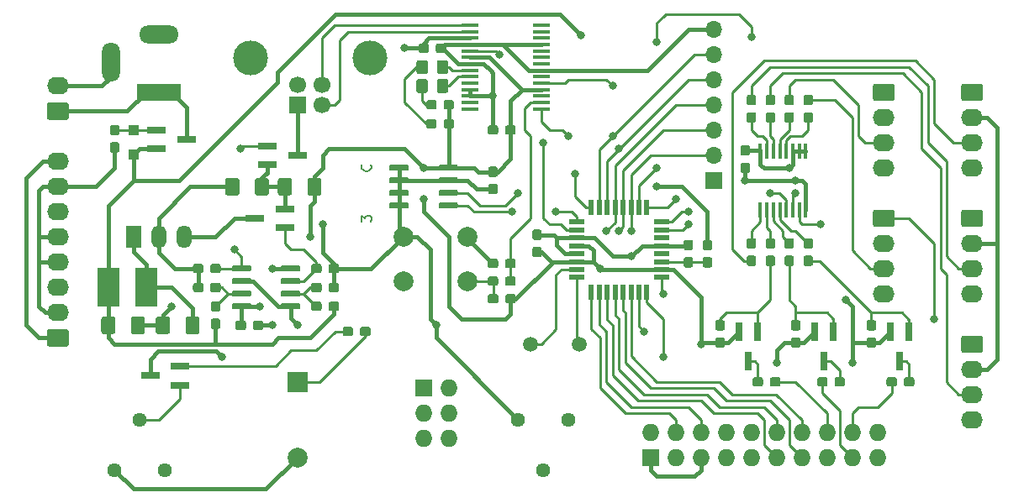
<source format=gbr>
%TF.GenerationSoftware,KiCad,Pcbnew,(5.1.5)-3*%
%TF.CreationDate,2020-02-25T19:35:26+00:00*%
%TF.ProjectId,Feedback-Box,46656564-6261-4636-9b2d-426f782e6b69,8B*%
%TF.SameCoordinates,Original*%
%TF.FileFunction,Copper,L1,Top*%
%TF.FilePolarity,Positive*%
%FSLAX46Y46*%
G04 Gerber Fmt 4.6, Leading zero omitted, Abs format (unit mm)*
G04 Created by KiCad (PCBNEW (5.1.5)-3) date 2020-02-25 19:35:26*
%MOMM*%
%LPD*%
G04 APERTURE LIST*
%ADD10C,0.160000*%
%ADD11R,1.700000X1.700000*%
%ADD12O,1.700000X1.700000*%
%ADD13R,1.600000X0.550000*%
%ADD14R,0.550000X1.600000*%
%ADD15C,1.500000*%
%ADD16C,0.100000*%
%ADD17R,1.727200X1.727200*%
%ADD18O,1.727200X1.727200*%
%ADD19R,2.200000X3.900000*%
%ADD20C,1.440000*%
%ADD21O,2.200000X1.740000*%
%ADD22R,1.000000X1.000000*%
%ADD23R,4.400000X1.800000*%
%ADD24O,4.000000X1.800000*%
%ADD25O,1.800000X4.000000*%
%ADD26C,1.700000*%
%ADD27C,3.500000*%
%ADD28R,2.000000X2.000000*%
%ADD29C,2.000000*%
%ADD30R,1.900000X0.800000*%
%ADD31R,0.800000X1.900000*%
%ADD32R,0.450000X1.500000*%
%ADD33R,1.500000X2.300000*%
%ADD34O,1.500000X2.300000*%
%ADD35R,1.750000X0.450000*%
%ADD36C,0.800000*%
%ADD37C,0.400000*%
%ADD38C,0.250000*%
G04 APERTURE END LIST*
D10*
X135612142Y-86050476D02*
X135659761Y-86098095D01*
X135707380Y-86240952D01*
X135707380Y-86336190D01*
X135659761Y-86479047D01*
X135564523Y-86574285D01*
X135469285Y-86621904D01*
X135278809Y-86669523D01*
X135135952Y-86669523D01*
X134945476Y-86621904D01*
X134850238Y-86574285D01*
X134755000Y-86479047D01*
X134707380Y-86336190D01*
X134707380Y-86240952D01*
X134755000Y-86098095D01*
X134802619Y-86050476D01*
X134707380Y-91773333D02*
X134707380Y-91154285D01*
X135088333Y-91487619D01*
X135088333Y-91344761D01*
X135135952Y-91249523D01*
X135183571Y-91201904D01*
X135278809Y-91154285D01*
X135516904Y-91154285D01*
X135612142Y-91201904D01*
X135659761Y-91249523D01*
X135707380Y-91344761D01*
X135707380Y-91630476D01*
X135659761Y-91725714D01*
X135612142Y-91773333D01*
D11*
X170180000Y-87630000D03*
D12*
X170180000Y-85090000D03*
X170180000Y-82550000D03*
X170180000Y-80010000D03*
X170180000Y-77470000D03*
X170180000Y-74930000D03*
X170180000Y-72390000D03*
D13*
X156405000Y-91815000D03*
X156405000Y-92615000D03*
X156405000Y-93415000D03*
X156405000Y-94215000D03*
X156405000Y-95015000D03*
X156405000Y-95815000D03*
X156405000Y-96615000D03*
X156405000Y-97415000D03*
D14*
X157855000Y-98865000D03*
X158655000Y-98865000D03*
X159455000Y-98865000D03*
X160255000Y-98865000D03*
X161055000Y-98865000D03*
X161855000Y-98865000D03*
X162655000Y-98865000D03*
X163455000Y-98865000D03*
D13*
X164905000Y-97415000D03*
X164905000Y-96615000D03*
X164905000Y-95815000D03*
X164905000Y-95015000D03*
X164905000Y-94215000D03*
X164905000Y-93415000D03*
X164905000Y-92615000D03*
X164905000Y-91815000D03*
D14*
X163455000Y-90365000D03*
X162655000Y-90365000D03*
X161855000Y-90365000D03*
X161055000Y-90365000D03*
X160255000Y-90365000D03*
X159455000Y-90365000D03*
X158655000Y-90365000D03*
X157855000Y-90365000D03*
D15*
X151765000Y-104140000D03*
X156645000Y-104140000D03*
%TA.AperFunction,SMDPad,CuDef*%
D16*
G36*
X139334703Y-86060722D02*
G01*
X139349264Y-86062882D01*
X139363543Y-86066459D01*
X139377403Y-86071418D01*
X139390710Y-86077712D01*
X139403336Y-86085280D01*
X139415159Y-86094048D01*
X139426066Y-86103934D01*
X139435952Y-86114841D01*
X139444720Y-86126664D01*
X139452288Y-86139290D01*
X139458582Y-86152597D01*
X139463541Y-86166457D01*
X139467118Y-86180736D01*
X139469278Y-86195297D01*
X139470000Y-86210000D01*
X139470000Y-86510000D01*
X139469278Y-86524703D01*
X139467118Y-86539264D01*
X139463541Y-86553543D01*
X139458582Y-86567403D01*
X139452288Y-86580710D01*
X139444720Y-86593336D01*
X139435952Y-86605159D01*
X139426066Y-86616066D01*
X139415159Y-86625952D01*
X139403336Y-86634720D01*
X139390710Y-86642288D01*
X139377403Y-86648582D01*
X139363543Y-86653541D01*
X139349264Y-86657118D01*
X139334703Y-86659278D01*
X139320000Y-86660000D01*
X137670000Y-86660000D01*
X137655297Y-86659278D01*
X137640736Y-86657118D01*
X137626457Y-86653541D01*
X137612597Y-86648582D01*
X137599290Y-86642288D01*
X137586664Y-86634720D01*
X137574841Y-86625952D01*
X137563934Y-86616066D01*
X137554048Y-86605159D01*
X137545280Y-86593336D01*
X137537712Y-86580710D01*
X137531418Y-86567403D01*
X137526459Y-86553543D01*
X137522882Y-86539264D01*
X137520722Y-86524703D01*
X137520000Y-86510000D01*
X137520000Y-86210000D01*
X137520722Y-86195297D01*
X137522882Y-86180736D01*
X137526459Y-86166457D01*
X137531418Y-86152597D01*
X137537712Y-86139290D01*
X137545280Y-86126664D01*
X137554048Y-86114841D01*
X137563934Y-86103934D01*
X137574841Y-86094048D01*
X137586664Y-86085280D01*
X137599290Y-86077712D01*
X137612597Y-86071418D01*
X137626457Y-86066459D01*
X137640736Y-86062882D01*
X137655297Y-86060722D01*
X137670000Y-86060000D01*
X139320000Y-86060000D01*
X139334703Y-86060722D01*
G37*
%TD.AperFunction*%
%TA.AperFunction,SMDPad,CuDef*%
G36*
X139334703Y-87330722D02*
G01*
X139349264Y-87332882D01*
X139363543Y-87336459D01*
X139377403Y-87341418D01*
X139390710Y-87347712D01*
X139403336Y-87355280D01*
X139415159Y-87364048D01*
X139426066Y-87373934D01*
X139435952Y-87384841D01*
X139444720Y-87396664D01*
X139452288Y-87409290D01*
X139458582Y-87422597D01*
X139463541Y-87436457D01*
X139467118Y-87450736D01*
X139469278Y-87465297D01*
X139470000Y-87480000D01*
X139470000Y-87780000D01*
X139469278Y-87794703D01*
X139467118Y-87809264D01*
X139463541Y-87823543D01*
X139458582Y-87837403D01*
X139452288Y-87850710D01*
X139444720Y-87863336D01*
X139435952Y-87875159D01*
X139426066Y-87886066D01*
X139415159Y-87895952D01*
X139403336Y-87904720D01*
X139390710Y-87912288D01*
X139377403Y-87918582D01*
X139363543Y-87923541D01*
X139349264Y-87927118D01*
X139334703Y-87929278D01*
X139320000Y-87930000D01*
X137670000Y-87930000D01*
X137655297Y-87929278D01*
X137640736Y-87927118D01*
X137626457Y-87923541D01*
X137612597Y-87918582D01*
X137599290Y-87912288D01*
X137586664Y-87904720D01*
X137574841Y-87895952D01*
X137563934Y-87886066D01*
X137554048Y-87875159D01*
X137545280Y-87863336D01*
X137537712Y-87850710D01*
X137531418Y-87837403D01*
X137526459Y-87823543D01*
X137522882Y-87809264D01*
X137520722Y-87794703D01*
X137520000Y-87780000D01*
X137520000Y-87480000D01*
X137520722Y-87465297D01*
X137522882Y-87450736D01*
X137526459Y-87436457D01*
X137531418Y-87422597D01*
X137537712Y-87409290D01*
X137545280Y-87396664D01*
X137554048Y-87384841D01*
X137563934Y-87373934D01*
X137574841Y-87364048D01*
X137586664Y-87355280D01*
X137599290Y-87347712D01*
X137612597Y-87341418D01*
X137626457Y-87336459D01*
X137640736Y-87332882D01*
X137655297Y-87330722D01*
X137670000Y-87330000D01*
X139320000Y-87330000D01*
X139334703Y-87330722D01*
G37*
%TD.AperFunction*%
%TA.AperFunction,SMDPad,CuDef*%
G36*
X139334703Y-88600722D02*
G01*
X139349264Y-88602882D01*
X139363543Y-88606459D01*
X139377403Y-88611418D01*
X139390710Y-88617712D01*
X139403336Y-88625280D01*
X139415159Y-88634048D01*
X139426066Y-88643934D01*
X139435952Y-88654841D01*
X139444720Y-88666664D01*
X139452288Y-88679290D01*
X139458582Y-88692597D01*
X139463541Y-88706457D01*
X139467118Y-88720736D01*
X139469278Y-88735297D01*
X139470000Y-88750000D01*
X139470000Y-89050000D01*
X139469278Y-89064703D01*
X139467118Y-89079264D01*
X139463541Y-89093543D01*
X139458582Y-89107403D01*
X139452288Y-89120710D01*
X139444720Y-89133336D01*
X139435952Y-89145159D01*
X139426066Y-89156066D01*
X139415159Y-89165952D01*
X139403336Y-89174720D01*
X139390710Y-89182288D01*
X139377403Y-89188582D01*
X139363543Y-89193541D01*
X139349264Y-89197118D01*
X139334703Y-89199278D01*
X139320000Y-89200000D01*
X137670000Y-89200000D01*
X137655297Y-89199278D01*
X137640736Y-89197118D01*
X137626457Y-89193541D01*
X137612597Y-89188582D01*
X137599290Y-89182288D01*
X137586664Y-89174720D01*
X137574841Y-89165952D01*
X137563934Y-89156066D01*
X137554048Y-89145159D01*
X137545280Y-89133336D01*
X137537712Y-89120710D01*
X137531418Y-89107403D01*
X137526459Y-89093543D01*
X137522882Y-89079264D01*
X137520722Y-89064703D01*
X137520000Y-89050000D01*
X137520000Y-88750000D01*
X137520722Y-88735297D01*
X137522882Y-88720736D01*
X137526459Y-88706457D01*
X137531418Y-88692597D01*
X137537712Y-88679290D01*
X137545280Y-88666664D01*
X137554048Y-88654841D01*
X137563934Y-88643934D01*
X137574841Y-88634048D01*
X137586664Y-88625280D01*
X137599290Y-88617712D01*
X137612597Y-88611418D01*
X137626457Y-88606459D01*
X137640736Y-88602882D01*
X137655297Y-88600722D01*
X137670000Y-88600000D01*
X139320000Y-88600000D01*
X139334703Y-88600722D01*
G37*
%TD.AperFunction*%
%TA.AperFunction,SMDPad,CuDef*%
G36*
X139334703Y-89870722D02*
G01*
X139349264Y-89872882D01*
X139363543Y-89876459D01*
X139377403Y-89881418D01*
X139390710Y-89887712D01*
X139403336Y-89895280D01*
X139415159Y-89904048D01*
X139426066Y-89913934D01*
X139435952Y-89924841D01*
X139444720Y-89936664D01*
X139452288Y-89949290D01*
X139458582Y-89962597D01*
X139463541Y-89976457D01*
X139467118Y-89990736D01*
X139469278Y-90005297D01*
X139470000Y-90020000D01*
X139470000Y-90320000D01*
X139469278Y-90334703D01*
X139467118Y-90349264D01*
X139463541Y-90363543D01*
X139458582Y-90377403D01*
X139452288Y-90390710D01*
X139444720Y-90403336D01*
X139435952Y-90415159D01*
X139426066Y-90426066D01*
X139415159Y-90435952D01*
X139403336Y-90444720D01*
X139390710Y-90452288D01*
X139377403Y-90458582D01*
X139363543Y-90463541D01*
X139349264Y-90467118D01*
X139334703Y-90469278D01*
X139320000Y-90470000D01*
X137670000Y-90470000D01*
X137655297Y-90469278D01*
X137640736Y-90467118D01*
X137626457Y-90463541D01*
X137612597Y-90458582D01*
X137599290Y-90452288D01*
X137586664Y-90444720D01*
X137574841Y-90435952D01*
X137563934Y-90426066D01*
X137554048Y-90415159D01*
X137545280Y-90403336D01*
X137537712Y-90390710D01*
X137531418Y-90377403D01*
X137526459Y-90363543D01*
X137522882Y-90349264D01*
X137520722Y-90334703D01*
X137520000Y-90320000D01*
X137520000Y-90020000D01*
X137520722Y-90005297D01*
X137522882Y-89990736D01*
X137526459Y-89976457D01*
X137531418Y-89962597D01*
X137537712Y-89949290D01*
X137545280Y-89936664D01*
X137554048Y-89924841D01*
X137563934Y-89913934D01*
X137574841Y-89904048D01*
X137586664Y-89895280D01*
X137599290Y-89887712D01*
X137612597Y-89881418D01*
X137626457Y-89876459D01*
X137640736Y-89872882D01*
X137655297Y-89870722D01*
X137670000Y-89870000D01*
X139320000Y-89870000D01*
X139334703Y-89870722D01*
G37*
%TD.AperFunction*%
%TA.AperFunction,SMDPad,CuDef*%
G36*
X144284703Y-89870722D02*
G01*
X144299264Y-89872882D01*
X144313543Y-89876459D01*
X144327403Y-89881418D01*
X144340710Y-89887712D01*
X144353336Y-89895280D01*
X144365159Y-89904048D01*
X144376066Y-89913934D01*
X144385952Y-89924841D01*
X144394720Y-89936664D01*
X144402288Y-89949290D01*
X144408582Y-89962597D01*
X144413541Y-89976457D01*
X144417118Y-89990736D01*
X144419278Y-90005297D01*
X144420000Y-90020000D01*
X144420000Y-90320000D01*
X144419278Y-90334703D01*
X144417118Y-90349264D01*
X144413541Y-90363543D01*
X144408582Y-90377403D01*
X144402288Y-90390710D01*
X144394720Y-90403336D01*
X144385952Y-90415159D01*
X144376066Y-90426066D01*
X144365159Y-90435952D01*
X144353336Y-90444720D01*
X144340710Y-90452288D01*
X144327403Y-90458582D01*
X144313543Y-90463541D01*
X144299264Y-90467118D01*
X144284703Y-90469278D01*
X144270000Y-90470000D01*
X142620000Y-90470000D01*
X142605297Y-90469278D01*
X142590736Y-90467118D01*
X142576457Y-90463541D01*
X142562597Y-90458582D01*
X142549290Y-90452288D01*
X142536664Y-90444720D01*
X142524841Y-90435952D01*
X142513934Y-90426066D01*
X142504048Y-90415159D01*
X142495280Y-90403336D01*
X142487712Y-90390710D01*
X142481418Y-90377403D01*
X142476459Y-90363543D01*
X142472882Y-90349264D01*
X142470722Y-90334703D01*
X142470000Y-90320000D01*
X142470000Y-90020000D01*
X142470722Y-90005297D01*
X142472882Y-89990736D01*
X142476459Y-89976457D01*
X142481418Y-89962597D01*
X142487712Y-89949290D01*
X142495280Y-89936664D01*
X142504048Y-89924841D01*
X142513934Y-89913934D01*
X142524841Y-89904048D01*
X142536664Y-89895280D01*
X142549290Y-89887712D01*
X142562597Y-89881418D01*
X142576457Y-89876459D01*
X142590736Y-89872882D01*
X142605297Y-89870722D01*
X142620000Y-89870000D01*
X144270000Y-89870000D01*
X144284703Y-89870722D01*
G37*
%TD.AperFunction*%
%TA.AperFunction,SMDPad,CuDef*%
G36*
X144284703Y-88600722D02*
G01*
X144299264Y-88602882D01*
X144313543Y-88606459D01*
X144327403Y-88611418D01*
X144340710Y-88617712D01*
X144353336Y-88625280D01*
X144365159Y-88634048D01*
X144376066Y-88643934D01*
X144385952Y-88654841D01*
X144394720Y-88666664D01*
X144402288Y-88679290D01*
X144408582Y-88692597D01*
X144413541Y-88706457D01*
X144417118Y-88720736D01*
X144419278Y-88735297D01*
X144420000Y-88750000D01*
X144420000Y-89050000D01*
X144419278Y-89064703D01*
X144417118Y-89079264D01*
X144413541Y-89093543D01*
X144408582Y-89107403D01*
X144402288Y-89120710D01*
X144394720Y-89133336D01*
X144385952Y-89145159D01*
X144376066Y-89156066D01*
X144365159Y-89165952D01*
X144353336Y-89174720D01*
X144340710Y-89182288D01*
X144327403Y-89188582D01*
X144313543Y-89193541D01*
X144299264Y-89197118D01*
X144284703Y-89199278D01*
X144270000Y-89200000D01*
X142620000Y-89200000D01*
X142605297Y-89199278D01*
X142590736Y-89197118D01*
X142576457Y-89193541D01*
X142562597Y-89188582D01*
X142549290Y-89182288D01*
X142536664Y-89174720D01*
X142524841Y-89165952D01*
X142513934Y-89156066D01*
X142504048Y-89145159D01*
X142495280Y-89133336D01*
X142487712Y-89120710D01*
X142481418Y-89107403D01*
X142476459Y-89093543D01*
X142472882Y-89079264D01*
X142470722Y-89064703D01*
X142470000Y-89050000D01*
X142470000Y-88750000D01*
X142470722Y-88735297D01*
X142472882Y-88720736D01*
X142476459Y-88706457D01*
X142481418Y-88692597D01*
X142487712Y-88679290D01*
X142495280Y-88666664D01*
X142504048Y-88654841D01*
X142513934Y-88643934D01*
X142524841Y-88634048D01*
X142536664Y-88625280D01*
X142549290Y-88617712D01*
X142562597Y-88611418D01*
X142576457Y-88606459D01*
X142590736Y-88602882D01*
X142605297Y-88600722D01*
X142620000Y-88600000D01*
X144270000Y-88600000D01*
X144284703Y-88600722D01*
G37*
%TD.AperFunction*%
%TA.AperFunction,SMDPad,CuDef*%
G36*
X144284703Y-87330722D02*
G01*
X144299264Y-87332882D01*
X144313543Y-87336459D01*
X144327403Y-87341418D01*
X144340710Y-87347712D01*
X144353336Y-87355280D01*
X144365159Y-87364048D01*
X144376066Y-87373934D01*
X144385952Y-87384841D01*
X144394720Y-87396664D01*
X144402288Y-87409290D01*
X144408582Y-87422597D01*
X144413541Y-87436457D01*
X144417118Y-87450736D01*
X144419278Y-87465297D01*
X144420000Y-87480000D01*
X144420000Y-87780000D01*
X144419278Y-87794703D01*
X144417118Y-87809264D01*
X144413541Y-87823543D01*
X144408582Y-87837403D01*
X144402288Y-87850710D01*
X144394720Y-87863336D01*
X144385952Y-87875159D01*
X144376066Y-87886066D01*
X144365159Y-87895952D01*
X144353336Y-87904720D01*
X144340710Y-87912288D01*
X144327403Y-87918582D01*
X144313543Y-87923541D01*
X144299264Y-87927118D01*
X144284703Y-87929278D01*
X144270000Y-87930000D01*
X142620000Y-87930000D01*
X142605297Y-87929278D01*
X142590736Y-87927118D01*
X142576457Y-87923541D01*
X142562597Y-87918582D01*
X142549290Y-87912288D01*
X142536664Y-87904720D01*
X142524841Y-87895952D01*
X142513934Y-87886066D01*
X142504048Y-87875159D01*
X142495280Y-87863336D01*
X142487712Y-87850710D01*
X142481418Y-87837403D01*
X142476459Y-87823543D01*
X142472882Y-87809264D01*
X142470722Y-87794703D01*
X142470000Y-87780000D01*
X142470000Y-87480000D01*
X142470722Y-87465297D01*
X142472882Y-87450736D01*
X142476459Y-87436457D01*
X142481418Y-87422597D01*
X142487712Y-87409290D01*
X142495280Y-87396664D01*
X142504048Y-87384841D01*
X142513934Y-87373934D01*
X142524841Y-87364048D01*
X142536664Y-87355280D01*
X142549290Y-87347712D01*
X142562597Y-87341418D01*
X142576457Y-87336459D01*
X142590736Y-87332882D01*
X142605297Y-87330722D01*
X142620000Y-87330000D01*
X144270000Y-87330000D01*
X144284703Y-87330722D01*
G37*
%TD.AperFunction*%
%TA.AperFunction,SMDPad,CuDef*%
G36*
X144284703Y-86060722D02*
G01*
X144299264Y-86062882D01*
X144313543Y-86066459D01*
X144327403Y-86071418D01*
X144340710Y-86077712D01*
X144353336Y-86085280D01*
X144365159Y-86094048D01*
X144376066Y-86103934D01*
X144385952Y-86114841D01*
X144394720Y-86126664D01*
X144402288Y-86139290D01*
X144408582Y-86152597D01*
X144413541Y-86166457D01*
X144417118Y-86180736D01*
X144419278Y-86195297D01*
X144420000Y-86210000D01*
X144420000Y-86510000D01*
X144419278Y-86524703D01*
X144417118Y-86539264D01*
X144413541Y-86553543D01*
X144408582Y-86567403D01*
X144402288Y-86580710D01*
X144394720Y-86593336D01*
X144385952Y-86605159D01*
X144376066Y-86616066D01*
X144365159Y-86625952D01*
X144353336Y-86634720D01*
X144340710Y-86642288D01*
X144327403Y-86648582D01*
X144313543Y-86653541D01*
X144299264Y-86657118D01*
X144284703Y-86659278D01*
X144270000Y-86660000D01*
X142620000Y-86660000D01*
X142605297Y-86659278D01*
X142590736Y-86657118D01*
X142576457Y-86653541D01*
X142562597Y-86648582D01*
X142549290Y-86642288D01*
X142536664Y-86634720D01*
X142524841Y-86625952D01*
X142513934Y-86616066D01*
X142504048Y-86605159D01*
X142495280Y-86593336D01*
X142487712Y-86580710D01*
X142481418Y-86567403D01*
X142476459Y-86553543D01*
X142472882Y-86539264D01*
X142470722Y-86524703D01*
X142470000Y-86510000D01*
X142470000Y-86210000D01*
X142470722Y-86195297D01*
X142472882Y-86180736D01*
X142476459Y-86166457D01*
X142481418Y-86152597D01*
X142487712Y-86139290D01*
X142495280Y-86126664D01*
X142504048Y-86114841D01*
X142513934Y-86103934D01*
X142524841Y-86094048D01*
X142536664Y-86085280D01*
X142549290Y-86077712D01*
X142562597Y-86071418D01*
X142576457Y-86066459D01*
X142590736Y-86062882D01*
X142605297Y-86060722D01*
X142620000Y-86060000D01*
X144270000Y-86060000D01*
X144284703Y-86060722D01*
G37*
%TD.AperFunction*%
%TA.AperFunction,SMDPad,CuDef*%
G36*
X183190779Y-107476144D02*
G01*
X183213834Y-107479563D01*
X183236443Y-107485227D01*
X183258387Y-107493079D01*
X183279457Y-107503044D01*
X183299448Y-107515026D01*
X183318168Y-107528910D01*
X183335438Y-107544562D01*
X183351090Y-107561832D01*
X183364974Y-107580552D01*
X183376956Y-107600543D01*
X183386921Y-107621613D01*
X183394773Y-107643557D01*
X183400437Y-107666166D01*
X183403856Y-107689221D01*
X183405000Y-107712500D01*
X183405000Y-108187500D01*
X183403856Y-108210779D01*
X183400437Y-108233834D01*
X183394773Y-108256443D01*
X183386921Y-108278387D01*
X183376956Y-108299457D01*
X183364974Y-108319448D01*
X183351090Y-108338168D01*
X183335438Y-108355438D01*
X183318168Y-108371090D01*
X183299448Y-108384974D01*
X183279457Y-108396956D01*
X183258387Y-108406921D01*
X183236443Y-108414773D01*
X183213834Y-108420437D01*
X183190779Y-108423856D01*
X183167500Y-108425000D01*
X182592500Y-108425000D01*
X182569221Y-108423856D01*
X182546166Y-108420437D01*
X182523557Y-108414773D01*
X182501613Y-108406921D01*
X182480543Y-108396956D01*
X182460552Y-108384974D01*
X182441832Y-108371090D01*
X182424562Y-108355438D01*
X182408910Y-108338168D01*
X182395026Y-108319448D01*
X182383044Y-108299457D01*
X182373079Y-108278387D01*
X182365227Y-108256443D01*
X182359563Y-108233834D01*
X182356144Y-108210779D01*
X182355000Y-108187500D01*
X182355000Y-107712500D01*
X182356144Y-107689221D01*
X182359563Y-107666166D01*
X182365227Y-107643557D01*
X182373079Y-107621613D01*
X182383044Y-107600543D01*
X182395026Y-107580552D01*
X182408910Y-107561832D01*
X182424562Y-107544562D01*
X182441832Y-107528910D01*
X182460552Y-107515026D01*
X182480543Y-107503044D01*
X182501613Y-107493079D01*
X182523557Y-107485227D01*
X182546166Y-107479563D01*
X182569221Y-107476144D01*
X182592500Y-107475000D01*
X183167500Y-107475000D01*
X183190779Y-107476144D01*
G37*
%TD.AperFunction*%
%TA.AperFunction,SMDPad,CuDef*%
G36*
X181440779Y-107476144D02*
G01*
X181463834Y-107479563D01*
X181486443Y-107485227D01*
X181508387Y-107493079D01*
X181529457Y-107503044D01*
X181549448Y-107515026D01*
X181568168Y-107528910D01*
X181585438Y-107544562D01*
X181601090Y-107561832D01*
X181614974Y-107580552D01*
X181626956Y-107600543D01*
X181636921Y-107621613D01*
X181644773Y-107643557D01*
X181650437Y-107666166D01*
X181653856Y-107689221D01*
X181655000Y-107712500D01*
X181655000Y-108187500D01*
X181653856Y-108210779D01*
X181650437Y-108233834D01*
X181644773Y-108256443D01*
X181636921Y-108278387D01*
X181626956Y-108299457D01*
X181614974Y-108319448D01*
X181601090Y-108338168D01*
X181585438Y-108355438D01*
X181568168Y-108371090D01*
X181549448Y-108384974D01*
X181529457Y-108396956D01*
X181508387Y-108406921D01*
X181486443Y-108414773D01*
X181463834Y-108420437D01*
X181440779Y-108423856D01*
X181417500Y-108425000D01*
X180842500Y-108425000D01*
X180819221Y-108423856D01*
X180796166Y-108420437D01*
X180773557Y-108414773D01*
X180751613Y-108406921D01*
X180730543Y-108396956D01*
X180710552Y-108384974D01*
X180691832Y-108371090D01*
X180674562Y-108355438D01*
X180658910Y-108338168D01*
X180645026Y-108319448D01*
X180633044Y-108299457D01*
X180623079Y-108278387D01*
X180615227Y-108256443D01*
X180609563Y-108233834D01*
X180606144Y-108210779D01*
X180605000Y-108187500D01*
X180605000Y-107712500D01*
X180606144Y-107689221D01*
X180609563Y-107666166D01*
X180615227Y-107643557D01*
X180623079Y-107621613D01*
X180633044Y-107600543D01*
X180645026Y-107580552D01*
X180658910Y-107561832D01*
X180674562Y-107544562D01*
X180691832Y-107528910D01*
X180710552Y-107515026D01*
X180730543Y-107503044D01*
X180751613Y-107493079D01*
X180773557Y-107485227D01*
X180796166Y-107479563D01*
X180819221Y-107476144D01*
X180842500Y-107475000D01*
X181417500Y-107475000D01*
X181440779Y-107476144D01*
G37*
%TD.AperFunction*%
D17*
X163830000Y-115570000D03*
D18*
X163830000Y-113030000D03*
X166370000Y-115570000D03*
X166370000Y-113030000D03*
X168910000Y-115570000D03*
X168910000Y-113030000D03*
X171450000Y-115570000D03*
X171450000Y-113030000D03*
X173990000Y-115570000D03*
X173990000Y-113030000D03*
X176530000Y-115570000D03*
X176530000Y-113030000D03*
X179070000Y-115570000D03*
X179070000Y-113030000D03*
X181610000Y-115570000D03*
X181610000Y-113030000D03*
X184150000Y-115570000D03*
X184150000Y-113030000D03*
X186690000Y-115570000D03*
X186690000Y-113030000D03*
%TA.AperFunction,SMDPad,CuDef*%
D16*
G36*
X133660779Y-102396144D02*
G01*
X133683834Y-102399563D01*
X133706443Y-102405227D01*
X133728387Y-102413079D01*
X133749457Y-102423044D01*
X133769448Y-102435026D01*
X133788168Y-102448910D01*
X133805438Y-102464562D01*
X133821090Y-102481832D01*
X133834974Y-102500552D01*
X133846956Y-102520543D01*
X133856921Y-102541613D01*
X133864773Y-102563557D01*
X133870437Y-102586166D01*
X133873856Y-102609221D01*
X133875000Y-102632500D01*
X133875000Y-103107500D01*
X133873856Y-103130779D01*
X133870437Y-103153834D01*
X133864773Y-103176443D01*
X133856921Y-103198387D01*
X133846956Y-103219457D01*
X133834974Y-103239448D01*
X133821090Y-103258168D01*
X133805438Y-103275438D01*
X133788168Y-103291090D01*
X133769448Y-103304974D01*
X133749457Y-103316956D01*
X133728387Y-103326921D01*
X133706443Y-103334773D01*
X133683834Y-103340437D01*
X133660779Y-103343856D01*
X133637500Y-103345000D01*
X133062500Y-103345000D01*
X133039221Y-103343856D01*
X133016166Y-103340437D01*
X132993557Y-103334773D01*
X132971613Y-103326921D01*
X132950543Y-103316956D01*
X132930552Y-103304974D01*
X132911832Y-103291090D01*
X132894562Y-103275438D01*
X132878910Y-103258168D01*
X132865026Y-103239448D01*
X132853044Y-103219457D01*
X132843079Y-103198387D01*
X132835227Y-103176443D01*
X132829563Y-103153834D01*
X132826144Y-103130779D01*
X132825000Y-103107500D01*
X132825000Y-102632500D01*
X132826144Y-102609221D01*
X132829563Y-102586166D01*
X132835227Y-102563557D01*
X132843079Y-102541613D01*
X132853044Y-102520543D01*
X132865026Y-102500552D01*
X132878910Y-102481832D01*
X132894562Y-102464562D01*
X132911832Y-102448910D01*
X132930552Y-102435026D01*
X132950543Y-102423044D01*
X132971613Y-102413079D01*
X132993557Y-102405227D01*
X133016166Y-102399563D01*
X133039221Y-102396144D01*
X133062500Y-102395000D01*
X133637500Y-102395000D01*
X133660779Y-102396144D01*
G37*
%TD.AperFunction*%
%TA.AperFunction,SMDPad,CuDef*%
G36*
X135410779Y-102396144D02*
G01*
X135433834Y-102399563D01*
X135456443Y-102405227D01*
X135478387Y-102413079D01*
X135499457Y-102423044D01*
X135519448Y-102435026D01*
X135538168Y-102448910D01*
X135555438Y-102464562D01*
X135571090Y-102481832D01*
X135584974Y-102500552D01*
X135596956Y-102520543D01*
X135606921Y-102541613D01*
X135614773Y-102563557D01*
X135620437Y-102586166D01*
X135623856Y-102609221D01*
X135625000Y-102632500D01*
X135625000Y-103107500D01*
X135623856Y-103130779D01*
X135620437Y-103153834D01*
X135614773Y-103176443D01*
X135606921Y-103198387D01*
X135596956Y-103219457D01*
X135584974Y-103239448D01*
X135571090Y-103258168D01*
X135555438Y-103275438D01*
X135538168Y-103291090D01*
X135519448Y-103304974D01*
X135499457Y-103316956D01*
X135478387Y-103326921D01*
X135456443Y-103334773D01*
X135433834Y-103340437D01*
X135410779Y-103343856D01*
X135387500Y-103345000D01*
X134812500Y-103345000D01*
X134789221Y-103343856D01*
X134766166Y-103340437D01*
X134743557Y-103334773D01*
X134721613Y-103326921D01*
X134700543Y-103316956D01*
X134680552Y-103304974D01*
X134661832Y-103291090D01*
X134644562Y-103275438D01*
X134628910Y-103258168D01*
X134615026Y-103239448D01*
X134603044Y-103219457D01*
X134593079Y-103198387D01*
X134585227Y-103176443D01*
X134579563Y-103153834D01*
X134576144Y-103130779D01*
X134575000Y-103107500D01*
X134575000Y-102632500D01*
X134576144Y-102609221D01*
X134579563Y-102586166D01*
X134585227Y-102563557D01*
X134593079Y-102541613D01*
X134603044Y-102520543D01*
X134615026Y-102500552D01*
X134628910Y-102481832D01*
X134644562Y-102464562D01*
X134661832Y-102448910D01*
X134680552Y-102435026D01*
X134700543Y-102423044D01*
X134721613Y-102413079D01*
X134743557Y-102405227D01*
X134766166Y-102399563D01*
X134789221Y-102396144D01*
X134812500Y-102395000D01*
X135387500Y-102395000D01*
X135410779Y-102396144D01*
G37*
%TD.AperFunction*%
%TA.AperFunction,SMDPad,CuDef*%
G36*
X150015779Y-82076144D02*
G01*
X150038834Y-82079563D01*
X150061443Y-82085227D01*
X150083387Y-82093079D01*
X150104457Y-82103044D01*
X150124448Y-82115026D01*
X150143168Y-82128910D01*
X150160438Y-82144562D01*
X150176090Y-82161832D01*
X150189974Y-82180552D01*
X150201956Y-82200543D01*
X150211921Y-82221613D01*
X150219773Y-82243557D01*
X150225437Y-82266166D01*
X150228856Y-82289221D01*
X150230000Y-82312500D01*
X150230000Y-82787500D01*
X150228856Y-82810779D01*
X150225437Y-82833834D01*
X150219773Y-82856443D01*
X150211921Y-82878387D01*
X150201956Y-82899457D01*
X150189974Y-82919448D01*
X150176090Y-82938168D01*
X150160438Y-82955438D01*
X150143168Y-82971090D01*
X150124448Y-82984974D01*
X150104457Y-82996956D01*
X150083387Y-83006921D01*
X150061443Y-83014773D01*
X150038834Y-83020437D01*
X150015779Y-83023856D01*
X149992500Y-83025000D01*
X149417500Y-83025000D01*
X149394221Y-83023856D01*
X149371166Y-83020437D01*
X149348557Y-83014773D01*
X149326613Y-83006921D01*
X149305543Y-82996956D01*
X149285552Y-82984974D01*
X149266832Y-82971090D01*
X149249562Y-82955438D01*
X149233910Y-82938168D01*
X149220026Y-82919448D01*
X149208044Y-82899457D01*
X149198079Y-82878387D01*
X149190227Y-82856443D01*
X149184563Y-82833834D01*
X149181144Y-82810779D01*
X149180000Y-82787500D01*
X149180000Y-82312500D01*
X149181144Y-82289221D01*
X149184563Y-82266166D01*
X149190227Y-82243557D01*
X149198079Y-82221613D01*
X149208044Y-82200543D01*
X149220026Y-82180552D01*
X149233910Y-82161832D01*
X149249562Y-82144562D01*
X149266832Y-82128910D01*
X149285552Y-82115026D01*
X149305543Y-82103044D01*
X149326613Y-82093079D01*
X149348557Y-82085227D01*
X149371166Y-82079563D01*
X149394221Y-82076144D01*
X149417500Y-82075000D01*
X149992500Y-82075000D01*
X150015779Y-82076144D01*
G37*
%TD.AperFunction*%
%TA.AperFunction,SMDPad,CuDef*%
G36*
X148265779Y-82076144D02*
G01*
X148288834Y-82079563D01*
X148311443Y-82085227D01*
X148333387Y-82093079D01*
X148354457Y-82103044D01*
X148374448Y-82115026D01*
X148393168Y-82128910D01*
X148410438Y-82144562D01*
X148426090Y-82161832D01*
X148439974Y-82180552D01*
X148451956Y-82200543D01*
X148461921Y-82221613D01*
X148469773Y-82243557D01*
X148475437Y-82266166D01*
X148478856Y-82289221D01*
X148480000Y-82312500D01*
X148480000Y-82787500D01*
X148478856Y-82810779D01*
X148475437Y-82833834D01*
X148469773Y-82856443D01*
X148461921Y-82878387D01*
X148451956Y-82899457D01*
X148439974Y-82919448D01*
X148426090Y-82938168D01*
X148410438Y-82955438D01*
X148393168Y-82971090D01*
X148374448Y-82984974D01*
X148354457Y-82996956D01*
X148333387Y-83006921D01*
X148311443Y-83014773D01*
X148288834Y-83020437D01*
X148265779Y-83023856D01*
X148242500Y-83025000D01*
X147667500Y-83025000D01*
X147644221Y-83023856D01*
X147621166Y-83020437D01*
X147598557Y-83014773D01*
X147576613Y-83006921D01*
X147555543Y-82996956D01*
X147535552Y-82984974D01*
X147516832Y-82971090D01*
X147499562Y-82955438D01*
X147483910Y-82938168D01*
X147470026Y-82919448D01*
X147458044Y-82899457D01*
X147448079Y-82878387D01*
X147440227Y-82856443D01*
X147434563Y-82833834D01*
X147431144Y-82810779D01*
X147430000Y-82787500D01*
X147430000Y-82312500D01*
X147431144Y-82289221D01*
X147434563Y-82266166D01*
X147440227Y-82243557D01*
X147448079Y-82221613D01*
X147458044Y-82200543D01*
X147470026Y-82180552D01*
X147483910Y-82161832D01*
X147499562Y-82144562D01*
X147516832Y-82128910D01*
X147535552Y-82115026D01*
X147555543Y-82103044D01*
X147576613Y-82093079D01*
X147598557Y-82085227D01*
X147621166Y-82079563D01*
X147644221Y-82076144D01*
X147667500Y-82075000D01*
X148242500Y-82075000D01*
X148265779Y-82076144D01*
G37*
%TD.AperFunction*%
%TA.AperFunction,SMDPad,CuDef*%
G36*
X130462004Y-87391204D02*
G01*
X130486273Y-87394804D01*
X130510071Y-87400765D01*
X130533171Y-87409030D01*
X130555349Y-87419520D01*
X130576393Y-87432133D01*
X130596098Y-87446747D01*
X130614277Y-87463223D01*
X130630753Y-87481402D01*
X130645367Y-87501107D01*
X130657980Y-87522151D01*
X130668470Y-87544329D01*
X130676735Y-87567429D01*
X130682696Y-87591227D01*
X130686296Y-87615496D01*
X130687500Y-87640000D01*
X130687500Y-88890000D01*
X130686296Y-88914504D01*
X130682696Y-88938773D01*
X130676735Y-88962571D01*
X130668470Y-88985671D01*
X130657980Y-89007849D01*
X130645367Y-89028893D01*
X130630753Y-89048598D01*
X130614277Y-89066777D01*
X130596098Y-89083253D01*
X130576393Y-89097867D01*
X130555349Y-89110480D01*
X130533171Y-89120970D01*
X130510071Y-89129235D01*
X130486273Y-89135196D01*
X130462004Y-89138796D01*
X130437500Y-89140000D01*
X129512500Y-89140000D01*
X129487996Y-89138796D01*
X129463727Y-89135196D01*
X129439929Y-89129235D01*
X129416829Y-89120970D01*
X129394651Y-89110480D01*
X129373607Y-89097867D01*
X129353902Y-89083253D01*
X129335723Y-89066777D01*
X129319247Y-89048598D01*
X129304633Y-89028893D01*
X129292020Y-89007849D01*
X129281530Y-88985671D01*
X129273265Y-88962571D01*
X129267304Y-88938773D01*
X129263704Y-88914504D01*
X129262500Y-88890000D01*
X129262500Y-87640000D01*
X129263704Y-87615496D01*
X129267304Y-87591227D01*
X129273265Y-87567429D01*
X129281530Y-87544329D01*
X129292020Y-87522151D01*
X129304633Y-87501107D01*
X129319247Y-87481402D01*
X129335723Y-87463223D01*
X129353902Y-87446747D01*
X129373607Y-87432133D01*
X129394651Y-87419520D01*
X129416829Y-87409030D01*
X129439929Y-87400765D01*
X129463727Y-87394804D01*
X129487996Y-87391204D01*
X129512500Y-87390000D01*
X130437500Y-87390000D01*
X130462004Y-87391204D01*
G37*
%TD.AperFunction*%
%TA.AperFunction,SMDPad,CuDef*%
G36*
X127487004Y-87391204D02*
G01*
X127511273Y-87394804D01*
X127535071Y-87400765D01*
X127558171Y-87409030D01*
X127580349Y-87419520D01*
X127601393Y-87432133D01*
X127621098Y-87446747D01*
X127639277Y-87463223D01*
X127655753Y-87481402D01*
X127670367Y-87501107D01*
X127682980Y-87522151D01*
X127693470Y-87544329D01*
X127701735Y-87567429D01*
X127707696Y-87591227D01*
X127711296Y-87615496D01*
X127712500Y-87640000D01*
X127712500Y-88890000D01*
X127711296Y-88914504D01*
X127707696Y-88938773D01*
X127701735Y-88962571D01*
X127693470Y-88985671D01*
X127682980Y-89007849D01*
X127670367Y-89028893D01*
X127655753Y-89048598D01*
X127639277Y-89066777D01*
X127621098Y-89083253D01*
X127601393Y-89097867D01*
X127580349Y-89110480D01*
X127558171Y-89120970D01*
X127535071Y-89129235D01*
X127511273Y-89135196D01*
X127487004Y-89138796D01*
X127462500Y-89140000D01*
X126537500Y-89140000D01*
X126512996Y-89138796D01*
X126488727Y-89135196D01*
X126464929Y-89129235D01*
X126441829Y-89120970D01*
X126419651Y-89110480D01*
X126398607Y-89097867D01*
X126378902Y-89083253D01*
X126360723Y-89066777D01*
X126344247Y-89048598D01*
X126329633Y-89028893D01*
X126317020Y-89007849D01*
X126306530Y-88985671D01*
X126298265Y-88962571D01*
X126292304Y-88938773D01*
X126288704Y-88914504D01*
X126287500Y-88890000D01*
X126287500Y-87640000D01*
X126288704Y-87615496D01*
X126292304Y-87591227D01*
X126298265Y-87567429D01*
X126306530Y-87544329D01*
X126317020Y-87522151D01*
X126329633Y-87501107D01*
X126344247Y-87481402D01*
X126360723Y-87463223D01*
X126378902Y-87446747D01*
X126398607Y-87432133D01*
X126419651Y-87419520D01*
X126441829Y-87409030D01*
X126464929Y-87400765D01*
X126488727Y-87394804D01*
X126512996Y-87391204D01*
X126537500Y-87390000D01*
X127462500Y-87390000D01*
X127487004Y-87391204D01*
G37*
%TD.AperFunction*%
%TA.AperFunction,SMDPad,CuDef*%
G36*
X128409703Y-96220722D02*
G01*
X128424264Y-96222882D01*
X128438543Y-96226459D01*
X128452403Y-96231418D01*
X128465710Y-96237712D01*
X128478336Y-96245280D01*
X128490159Y-96254048D01*
X128501066Y-96263934D01*
X128510952Y-96274841D01*
X128519720Y-96286664D01*
X128527288Y-96299290D01*
X128533582Y-96312597D01*
X128538541Y-96326457D01*
X128542118Y-96340736D01*
X128544278Y-96355297D01*
X128545000Y-96370000D01*
X128545000Y-96670000D01*
X128544278Y-96684703D01*
X128542118Y-96699264D01*
X128538541Y-96713543D01*
X128533582Y-96727403D01*
X128527288Y-96740710D01*
X128519720Y-96753336D01*
X128510952Y-96765159D01*
X128501066Y-96776066D01*
X128490159Y-96785952D01*
X128478336Y-96794720D01*
X128465710Y-96802288D01*
X128452403Y-96808582D01*
X128438543Y-96813541D01*
X128424264Y-96817118D01*
X128409703Y-96819278D01*
X128395000Y-96820000D01*
X126745000Y-96820000D01*
X126730297Y-96819278D01*
X126715736Y-96817118D01*
X126701457Y-96813541D01*
X126687597Y-96808582D01*
X126674290Y-96802288D01*
X126661664Y-96794720D01*
X126649841Y-96785952D01*
X126638934Y-96776066D01*
X126629048Y-96765159D01*
X126620280Y-96753336D01*
X126612712Y-96740710D01*
X126606418Y-96727403D01*
X126601459Y-96713543D01*
X126597882Y-96699264D01*
X126595722Y-96684703D01*
X126595000Y-96670000D01*
X126595000Y-96370000D01*
X126595722Y-96355297D01*
X126597882Y-96340736D01*
X126601459Y-96326457D01*
X126606418Y-96312597D01*
X126612712Y-96299290D01*
X126620280Y-96286664D01*
X126629048Y-96274841D01*
X126638934Y-96263934D01*
X126649841Y-96254048D01*
X126661664Y-96245280D01*
X126674290Y-96237712D01*
X126687597Y-96231418D01*
X126701457Y-96226459D01*
X126715736Y-96222882D01*
X126730297Y-96220722D01*
X126745000Y-96220000D01*
X128395000Y-96220000D01*
X128409703Y-96220722D01*
G37*
%TD.AperFunction*%
%TA.AperFunction,SMDPad,CuDef*%
G36*
X128409703Y-97490722D02*
G01*
X128424264Y-97492882D01*
X128438543Y-97496459D01*
X128452403Y-97501418D01*
X128465710Y-97507712D01*
X128478336Y-97515280D01*
X128490159Y-97524048D01*
X128501066Y-97533934D01*
X128510952Y-97544841D01*
X128519720Y-97556664D01*
X128527288Y-97569290D01*
X128533582Y-97582597D01*
X128538541Y-97596457D01*
X128542118Y-97610736D01*
X128544278Y-97625297D01*
X128545000Y-97640000D01*
X128545000Y-97940000D01*
X128544278Y-97954703D01*
X128542118Y-97969264D01*
X128538541Y-97983543D01*
X128533582Y-97997403D01*
X128527288Y-98010710D01*
X128519720Y-98023336D01*
X128510952Y-98035159D01*
X128501066Y-98046066D01*
X128490159Y-98055952D01*
X128478336Y-98064720D01*
X128465710Y-98072288D01*
X128452403Y-98078582D01*
X128438543Y-98083541D01*
X128424264Y-98087118D01*
X128409703Y-98089278D01*
X128395000Y-98090000D01*
X126745000Y-98090000D01*
X126730297Y-98089278D01*
X126715736Y-98087118D01*
X126701457Y-98083541D01*
X126687597Y-98078582D01*
X126674290Y-98072288D01*
X126661664Y-98064720D01*
X126649841Y-98055952D01*
X126638934Y-98046066D01*
X126629048Y-98035159D01*
X126620280Y-98023336D01*
X126612712Y-98010710D01*
X126606418Y-97997403D01*
X126601459Y-97983543D01*
X126597882Y-97969264D01*
X126595722Y-97954703D01*
X126595000Y-97940000D01*
X126595000Y-97640000D01*
X126595722Y-97625297D01*
X126597882Y-97610736D01*
X126601459Y-97596457D01*
X126606418Y-97582597D01*
X126612712Y-97569290D01*
X126620280Y-97556664D01*
X126629048Y-97544841D01*
X126638934Y-97533934D01*
X126649841Y-97524048D01*
X126661664Y-97515280D01*
X126674290Y-97507712D01*
X126687597Y-97501418D01*
X126701457Y-97496459D01*
X126715736Y-97492882D01*
X126730297Y-97490722D01*
X126745000Y-97490000D01*
X128395000Y-97490000D01*
X128409703Y-97490722D01*
G37*
%TD.AperFunction*%
%TA.AperFunction,SMDPad,CuDef*%
G36*
X128409703Y-98760722D02*
G01*
X128424264Y-98762882D01*
X128438543Y-98766459D01*
X128452403Y-98771418D01*
X128465710Y-98777712D01*
X128478336Y-98785280D01*
X128490159Y-98794048D01*
X128501066Y-98803934D01*
X128510952Y-98814841D01*
X128519720Y-98826664D01*
X128527288Y-98839290D01*
X128533582Y-98852597D01*
X128538541Y-98866457D01*
X128542118Y-98880736D01*
X128544278Y-98895297D01*
X128545000Y-98910000D01*
X128545000Y-99210000D01*
X128544278Y-99224703D01*
X128542118Y-99239264D01*
X128538541Y-99253543D01*
X128533582Y-99267403D01*
X128527288Y-99280710D01*
X128519720Y-99293336D01*
X128510952Y-99305159D01*
X128501066Y-99316066D01*
X128490159Y-99325952D01*
X128478336Y-99334720D01*
X128465710Y-99342288D01*
X128452403Y-99348582D01*
X128438543Y-99353541D01*
X128424264Y-99357118D01*
X128409703Y-99359278D01*
X128395000Y-99360000D01*
X126745000Y-99360000D01*
X126730297Y-99359278D01*
X126715736Y-99357118D01*
X126701457Y-99353541D01*
X126687597Y-99348582D01*
X126674290Y-99342288D01*
X126661664Y-99334720D01*
X126649841Y-99325952D01*
X126638934Y-99316066D01*
X126629048Y-99305159D01*
X126620280Y-99293336D01*
X126612712Y-99280710D01*
X126606418Y-99267403D01*
X126601459Y-99253543D01*
X126597882Y-99239264D01*
X126595722Y-99224703D01*
X126595000Y-99210000D01*
X126595000Y-98910000D01*
X126595722Y-98895297D01*
X126597882Y-98880736D01*
X126601459Y-98866457D01*
X126606418Y-98852597D01*
X126612712Y-98839290D01*
X126620280Y-98826664D01*
X126629048Y-98814841D01*
X126638934Y-98803934D01*
X126649841Y-98794048D01*
X126661664Y-98785280D01*
X126674290Y-98777712D01*
X126687597Y-98771418D01*
X126701457Y-98766459D01*
X126715736Y-98762882D01*
X126730297Y-98760722D01*
X126745000Y-98760000D01*
X128395000Y-98760000D01*
X128409703Y-98760722D01*
G37*
%TD.AperFunction*%
%TA.AperFunction,SMDPad,CuDef*%
G36*
X128409703Y-100030722D02*
G01*
X128424264Y-100032882D01*
X128438543Y-100036459D01*
X128452403Y-100041418D01*
X128465710Y-100047712D01*
X128478336Y-100055280D01*
X128490159Y-100064048D01*
X128501066Y-100073934D01*
X128510952Y-100084841D01*
X128519720Y-100096664D01*
X128527288Y-100109290D01*
X128533582Y-100122597D01*
X128538541Y-100136457D01*
X128542118Y-100150736D01*
X128544278Y-100165297D01*
X128545000Y-100180000D01*
X128545000Y-100480000D01*
X128544278Y-100494703D01*
X128542118Y-100509264D01*
X128538541Y-100523543D01*
X128533582Y-100537403D01*
X128527288Y-100550710D01*
X128519720Y-100563336D01*
X128510952Y-100575159D01*
X128501066Y-100586066D01*
X128490159Y-100595952D01*
X128478336Y-100604720D01*
X128465710Y-100612288D01*
X128452403Y-100618582D01*
X128438543Y-100623541D01*
X128424264Y-100627118D01*
X128409703Y-100629278D01*
X128395000Y-100630000D01*
X126745000Y-100630000D01*
X126730297Y-100629278D01*
X126715736Y-100627118D01*
X126701457Y-100623541D01*
X126687597Y-100618582D01*
X126674290Y-100612288D01*
X126661664Y-100604720D01*
X126649841Y-100595952D01*
X126638934Y-100586066D01*
X126629048Y-100575159D01*
X126620280Y-100563336D01*
X126612712Y-100550710D01*
X126606418Y-100537403D01*
X126601459Y-100523543D01*
X126597882Y-100509264D01*
X126595722Y-100494703D01*
X126595000Y-100480000D01*
X126595000Y-100180000D01*
X126595722Y-100165297D01*
X126597882Y-100150736D01*
X126601459Y-100136457D01*
X126606418Y-100122597D01*
X126612712Y-100109290D01*
X126620280Y-100096664D01*
X126629048Y-100084841D01*
X126638934Y-100073934D01*
X126649841Y-100064048D01*
X126661664Y-100055280D01*
X126674290Y-100047712D01*
X126687597Y-100041418D01*
X126701457Y-100036459D01*
X126715736Y-100032882D01*
X126730297Y-100030722D01*
X126745000Y-100030000D01*
X128395000Y-100030000D01*
X128409703Y-100030722D01*
G37*
%TD.AperFunction*%
%TA.AperFunction,SMDPad,CuDef*%
G36*
X123459703Y-100030722D02*
G01*
X123474264Y-100032882D01*
X123488543Y-100036459D01*
X123502403Y-100041418D01*
X123515710Y-100047712D01*
X123528336Y-100055280D01*
X123540159Y-100064048D01*
X123551066Y-100073934D01*
X123560952Y-100084841D01*
X123569720Y-100096664D01*
X123577288Y-100109290D01*
X123583582Y-100122597D01*
X123588541Y-100136457D01*
X123592118Y-100150736D01*
X123594278Y-100165297D01*
X123595000Y-100180000D01*
X123595000Y-100480000D01*
X123594278Y-100494703D01*
X123592118Y-100509264D01*
X123588541Y-100523543D01*
X123583582Y-100537403D01*
X123577288Y-100550710D01*
X123569720Y-100563336D01*
X123560952Y-100575159D01*
X123551066Y-100586066D01*
X123540159Y-100595952D01*
X123528336Y-100604720D01*
X123515710Y-100612288D01*
X123502403Y-100618582D01*
X123488543Y-100623541D01*
X123474264Y-100627118D01*
X123459703Y-100629278D01*
X123445000Y-100630000D01*
X121795000Y-100630000D01*
X121780297Y-100629278D01*
X121765736Y-100627118D01*
X121751457Y-100623541D01*
X121737597Y-100618582D01*
X121724290Y-100612288D01*
X121711664Y-100604720D01*
X121699841Y-100595952D01*
X121688934Y-100586066D01*
X121679048Y-100575159D01*
X121670280Y-100563336D01*
X121662712Y-100550710D01*
X121656418Y-100537403D01*
X121651459Y-100523543D01*
X121647882Y-100509264D01*
X121645722Y-100494703D01*
X121645000Y-100480000D01*
X121645000Y-100180000D01*
X121645722Y-100165297D01*
X121647882Y-100150736D01*
X121651459Y-100136457D01*
X121656418Y-100122597D01*
X121662712Y-100109290D01*
X121670280Y-100096664D01*
X121679048Y-100084841D01*
X121688934Y-100073934D01*
X121699841Y-100064048D01*
X121711664Y-100055280D01*
X121724290Y-100047712D01*
X121737597Y-100041418D01*
X121751457Y-100036459D01*
X121765736Y-100032882D01*
X121780297Y-100030722D01*
X121795000Y-100030000D01*
X123445000Y-100030000D01*
X123459703Y-100030722D01*
G37*
%TD.AperFunction*%
%TA.AperFunction,SMDPad,CuDef*%
G36*
X123459703Y-98760722D02*
G01*
X123474264Y-98762882D01*
X123488543Y-98766459D01*
X123502403Y-98771418D01*
X123515710Y-98777712D01*
X123528336Y-98785280D01*
X123540159Y-98794048D01*
X123551066Y-98803934D01*
X123560952Y-98814841D01*
X123569720Y-98826664D01*
X123577288Y-98839290D01*
X123583582Y-98852597D01*
X123588541Y-98866457D01*
X123592118Y-98880736D01*
X123594278Y-98895297D01*
X123595000Y-98910000D01*
X123595000Y-99210000D01*
X123594278Y-99224703D01*
X123592118Y-99239264D01*
X123588541Y-99253543D01*
X123583582Y-99267403D01*
X123577288Y-99280710D01*
X123569720Y-99293336D01*
X123560952Y-99305159D01*
X123551066Y-99316066D01*
X123540159Y-99325952D01*
X123528336Y-99334720D01*
X123515710Y-99342288D01*
X123502403Y-99348582D01*
X123488543Y-99353541D01*
X123474264Y-99357118D01*
X123459703Y-99359278D01*
X123445000Y-99360000D01*
X121795000Y-99360000D01*
X121780297Y-99359278D01*
X121765736Y-99357118D01*
X121751457Y-99353541D01*
X121737597Y-99348582D01*
X121724290Y-99342288D01*
X121711664Y-99334720D01*
X121699841Y-99325952D01*
X121688934Y-99316066D01*
X121679048Y-99305159D01*
X121670280Y-99293336D01*
X121662712Y-99280710D01*
X121656418Y-99267403D01*
X121651459Y-99253543D01*
X121647882Y-99239264D01*
X121645722Y-99224703D01*
X121645000Y-99210000D01*
X121645000Y-98910000D01*
X121645722Y-98895297D01*
X121647882Y-98880736D01*
X121651459Y-98866457D01*
X121656418Y-98852597D01*
X121662712Y-98839290D01*
X121670280Y-98826664D01*
X121679048Y-98814841D01*
X121688934Y-98803934D01*
X121699841Y-98794048D01*
X121711664Y-98785280D01*
X121724290Y-98777712D01*
X121737597Y-98771418D01*
X121751457Y-98766459D01*
X121765736Y-98762882D01*
X121780297Y-98760722D01*
X121795000Y-98760000D01*
X123445000Y-98760000D01*
X123459703Y-98760722D01*
G37*
%TD.AperFunction*%
%TA.AperFunction,SMDPad,CuDef*%
G36*
X123459703Y-97490722D02*
G01*
X123474264Y-97492882D01*
X123488543Y-97496459D01*
X123502403Y-97501418D01*
X123515710Y-97507712D01*
X123528336Y-97515280D01*
X123540159Y-97524048D01*
X123551066Y-97533934D01*
X123560952Y-97544841D01*
X123569720Y-97556664D01*
X123577288Y-97569290D01*
X123583582Y-97582597D01*
X123588541Y-97596457D01*
X123592118Y-97610736D01*
X123594278Y-97625297D01*
X123595000Y-97640000D01*
X123595000Y-97940000D01*
X123594278Y-97954703D01*
X123592118Y-97969264D01*
X123588541Y-97983543D01*
X123583582Y-97997403D01*
X123577288Y-98010710D01*
X123569720Y-98023336D01*
X123560952Y-98035159D01*
X123551066Y-98046066D01*
X123540159Y-98055952D01*
X123528336Y-98064720D01*
X123515710Y-98072288D01*
X123502403Y-98078582D01*
X123488543Y-98083541D01*
X123474264Y-98087118D01*
X123459703Y-98089278D01*
X123445000Y-98090000D01*
X121795000Y-98090000D01*
X121780297Y-98089278D01*
X121765736Y-98087118D01*
X121751457Y-98083541D01*
X121737597Y-98078582D01*
X121724290Y-98072288D01*
X121711664Y-98064720D01*
X121699841Y-98055952D01*
X121688934Y-98046066D01*
X121679048Y-98035159D01*
X121670280Y-98023336D01*
X121662712Y-98010710D01*
X121656418Y-97997403D01*
X121651459Y-97983543D01*
X121647882Y-97969264D01*
X121645722Y-97954703D01*
X121645000Y-97940000D01*
X121645000Y-97640000D01*
X121645722Y-97625297D01*
X121647882Y-97610736D01*
X121651459Y-97596457D01*
X121656418Y-97582597D01*
X121662712Y-97569290D01*
X121670280Y-97556664D01*
X121679048Y-97544841D01*
X121688934Y-97533934D01*
X121699841Y-97524048D01*
X121711664Y-97515280D01*
X121724290Y-97507712D01*
X121737597Y-97501418D01*
X121751457Y-97496459D01*
X121765736Y-97492882D01*
X121780297Y-97490722D01*
X121795000Y-97490000D01*
X123445000Y-97490000D01*
X123459703Y-97490722D01*
G37*
%TD.AperFunction*%
%TA.AperFunction,SMDPad,CuDef*%
G36*
X123459703Y-96220722D02*
G01*
X123474264Y-96222882D01*
X123488543Y-96226459D01*
X123502403Y-96231418D01*
X123515710Y-96237712D01*
X123528336Y-96245280D01*
X123540159Y-96254048D01*
X123551066Y-96263934D01*
X123560952Y-96274841D01*
X123569720Y-96286664D01*
X123577288Y-96299290D01*
X123583582Y-96312597D01*
X123588541Y-96326457D01*
X123592118Y-96340736D01*
X123594278Y-96355297D01*
X123595000Y-96370000D01*
X123595000Y-96670000D01*
X123594278Y-96684703D01*
X123592118Y-96699264D01*
X123588541Y-96713543D01*
X123583582Y-96727403D01*
X123577288Y-96740710D01*
X123569720Y-96753336D01*
X123560952Y-96765159D01*
X123551066Y-96776066D01*
X123540159Y-96785952D01*
X123528336Y-96794720D01*
X123515710Y-96802288D01*
X123502403Y-96808582D01*
X123488543Y-96813541D01*
X123474264Y-96817118D01*
X123459703Y-96819278D01*
X123445000Y-96820000D01*
X121795000Y-96820000D01*
X121780297Y-96819278D01*
X121765736Y-96817118D01*
X121751457Y-96813541D01*
X121737597Y-96808582D01*
X121724290Y-96802288D01*
X121711664Y-96794720D01*
X121699841Y-96785952D01*
X121688934Y-96776066D01*
X121679048Y-96765159D01*
X121670280Y-96753336D01*
X121662712Y-96740710D01*
X121656418Y-96727403D01*
X121651459Y-96713543D01*
X121647882Y-96699264D01*
X121645722Y-96684703D01*
X121645000Y-96670000D01*
X121645000Y-96370000D01*
X121645722Y-96355297D01*
X121647882Y-96340736D01*
X121651459Y-96326457D01*
X121656418Y-96312597D01*
X121662712Y-96299290D01*
X121670280Y-96286664D01*
X121679048Y-96274841D01*
X121688934Y-96263934D01*
X121699841Y-96254048D01*
X121711664Y-96245280D01*
X121724290Y-96237712D01*
X121737597Y-96231418D01*
X121751457Y-96226459D01*
X121765736Y-96222882D01*
X121780297Y-96220722D01*
X121795000Y-96220000D01*
X123445000Y-96220000D01*
X123459703Y-96220722D01*
G37*
%TD.AperFunction*%
D19*
X109225000Y-98425000D03*
X113025000Y-98425000D03*
D20*
X150495000Y-111760000D03*
X153035000Y-116840000D03*
X155575000Y-111760000D03*
%TA.AperFunction,ComponentPad*%
D16*
G36*
X105014505Y-79776204D02*
G01*
X105038773Y-79779804D01*
X105062572Y-79785765D01*
X105085671Y-79794030D01*
X105107850Y-79804520D01*
X105128893Y-79817132D01*
X105148599Y-79831747D01*
X105166777Y-79848223D01*
X105183253Y-79866401D01*
X105197868Y-79886107D01*
X105210480Y-79907150D01*
X105220970Y-79929329D01*
X105229235Y-79952428D01*
X105235196Y-79976227D01*
X105238796Y-80000495D01*
X105240000Y-80024999D01*
X105240000Y-81265001D01*
X105238796Y-81289505D01*
X105235196Y-81313773D01*
X105229235Y-81337572D01*
X105220970Y-81360671D01*
X105210480Y-81382850D01*
X105197868Y-81403893D01*
X105183253Y-81423599D01*
X105166777Y-81441777D01*
X105148599Y-81458253D01*
X105128893Y-81472868D01*
X105107850Y-81485480D01*
X105085671Y-81495970D01*
X105062572Y-81504235D01*
X105038773Y-81510196D01*
X105014505Y-81513796D01*
X104990001Y-81515000D01*
X103289999Y-81515000D01*
X103265495Y-81513796D01*
X103241227Y-81510196D01*
X103217428Y-81504235D01*
X103194329Y-81495970D01*
X103172150Y-81485480D01*
X103151107Y-81472868D01*
X103131401Y-81458253D01*
X103113223Y-81441777D01*
X103096747Y-81423599D01*
X103082132Y-81403893D01*
X103069520Y-81382850D01*
X103059030Y-81360671D01*
X103050765Y-81337572D01*
X103044804Y-81313773D01*
X103041204Y-81289505D01*
X103040000Y-81265001D01*
X103040000Y-80024999D01*
X103041204Y-80000495D01*
X103044804Y-79976227D01*
X103050765Y-79952428D01*
X103059030Y-79929329D01*
X103069520Y-79907150D01*
X103082132Y-79886107D01*
X103096747Y-79866401D01*
X103113223Y-79848223D01*
X103131401Y-79831747D01*
X103151107Y-79817132D01*
X103172150Y-79804520D01*
X103194329Y-79794030D01*
X103217428Y-79785765D01*
X103241227Y-79779804D01*
X103265495Y-79776204D01*
X103289999Y-79775000D01*
X104990001Y-79775000D01*
X105014505Y-79776204D01*
G37*
%TD.AperFunction*%
D21*
X104140000Y-78105000D03*
%TA.AperFunction,SMDPad,CuDef*%
D16*
G36*
X148265779Y-97316144D02*
G01*
X148288834Y-97319563D01*
X148311443Y-97325227D01*
X148333387Y-97333079D01*
X148354457Y-97343044D01*
X148374448Y-97355026D01*
X148393168Y-97368910D01*
X148410438Y-97384562D01*
X148426090Y-97401832D01*
X148439974Y-97420552D01*
X148451956Y-97440543D01*
X148461921Y-97461613D01*
X148469773Y-97483557D01*
X148475437Y-97506166D01*
X148478856Y-97529221D01*
X148480000Y-97552500D01*
X148480000Y-98027500D01*
X148478856Y-98050779D01*
X148475437Y-98073834D01*
X148469773Y-98096443D01*
X148461921Y-98118387D01*
X148451956Y-98139457D01*
X148439974Y-98159448D01*
X148426090Y-98178168D01*
X148410438Y-98195438D01*
X148393168Y-98211090D01*
X148374448Y-98224974D01*
X148354457Y-98236956D01*
X148333387Y-98246921D01*
X148311443Y-98254773D01*
X148288834Y-98260437D01*
X148265779Y-98263856D01*
X148242500Y-98265000D01*
X147667500Y-98265000D01*
X147644221Y-98263856D01*
X147621166Y-98260437D01*
X147598557Y-98254773D01*
X147576613Y-98246921D01*
X147555543Y-98236956D01*
X147535552Y-98224974D01*
X147516832Y-98211090D01*
X147499562Y-98195438D01*
X147483910Y-98178168D01*
X147470026Y-98159448D01*
X147458044Y-98139457D01*
X147448079Y-98118387D01*
X147440227Y-98096443D01*
X147434563Y-98073834D01*
X147431144Y-98050779D01*
X147430000Y-98027500D01*
X147430000Y-97552500D01*
X147431144Y-97529221D01*
X147434563Y-97506166D01*
X147440227Y-97483557D01*
X147448079Y-97461613D01*
X147458044Y-97440543D01*
X147470026Y-97420552D01*
X147483910Y-97401832D01*
X147499562Y-97384562D01*
X147516832Y-97368910D01*
X147535552Y-97355026D01*
X147555543Y-97343044D01*
X147576613Y-97333079D01*
X147598557Y-97325227D01*
X147621166Y-97319563D01*
X147644221Y-97316144D01*
X147667500Y-97315000D01*
X148242500Y-97315000D01*
X148265779Y-97316144D01*
G37*
%TD.AperFunction*%
%TA.AperFunction,SMDPad,CuDef*%
G36*
X150015779Y-97316144D02*
G01*
X150038834Y-97319563D01*
X150061443Y-97325227D01*
X150083387Y-97333079D01*
X150104457Y-97343044D01*
X150124448Y-97355026D01*
X150143168Y-97368910D01*
X150160438Y-97384562D01*
X150176090Y-97401832D01*
X150189974Y-97420552D01*
X150201956Y-97440543D01*
X150211921Y-97461613D01*
X150219773Y-97483557D01*
X150225437Y-97506166D01*
X150228856Y-97529221D01*
X150230000Y-97552500D01*
X150230000Y-98027500D01*
X150228856Y-98050779D01*
X150225437Y-98073834D01*
X150219773Y-98096443D01*
X150211921Y-98118387D01*
X150201956Y-98139457D01*
X150189974Y-98159448D01*
X150176090Y-98178168D01*
X150160438Y-98195438D01*
X150143168Y-98211090D01*
X150124448Y-98224974D01*
X150104457Y-98236956D01*
X150083387Y-98246921D01*
X150061443Y-98254773D01*
X150038834Y-98260437D01*
X150015779Y-98263856D01*
X149992500Y-98265000D01*
X149417500Y-98265000D01*
X149394221Y-98263856D01*
X149371166Y-98260437D01*
X149348557Y-98254773D01*
X149326613Y-98246921D01*
X149305543Y-98236956D01*
X149285552Y-98224974D01*
X149266832Y-98211090D01*
X149249562Y-98195438D01*
X149233910Y-98178168D01*
X149220026Y-98159448D01*
X149208044Y-98139457D01*
X149198079Y-98118387D01*
X149190227Y-98096443D01*
X149184563Y-98073834D01*
X149181144Y-98050779D01*
X149180000Y-98027500D01*
X149180000Y-97552500D01*
X149181144Y-97529221D01*
X149184563Y-97506166D01*
X149190227Y-97483557D01*
X149198079Y-97461613D01*
X149208044Y-97440543D01*
X149220026Y-97420552D01*
X149233910Y-97401832D01*
X149249562Y-97384562D01*
X149266832Y-97368910D01*
X149285552Y-97355026D01*
X149305543Y-97343044D01*
X149326613Y-97333079D01*
X149348557Y-97325227D01*
X149371166Y-97319563D01*
X149394221Y-97316144D01*
X149417500Y-97315000D01*
X149992500Y-97315000D01*
X150015779Y-97316144D01*
G37*
%TD.AperFunction*%
%TA.AperFunction,SMDPad,CuDef*%
G36*
X109707004Y-101361204D02*
G01*
X109731273Y-101364804D01*
X109755071Y-101370765D01*
X109778171Y-101379030D01*
X109800349Y-101389520D01*
X109821393Y-101402133D01*
X109841098Y-101416747D01*
X109859277Y-101433223D01*
X109875753Y-101451402D01*
X109890367Y-101471107D01*
X109902980Y-101492151D01*
X109913470Y-101514329D01*
X109921735Y-101537429D01*
X109927696Y-101561227D01*
X109931296Y-101585496D01*
X109932500Y-101610000D01*
X109932500Y-102860000D01*
X109931296Y-102884504D01*
X109927696Y-102908773D01*
X109921735Y-102932571D01*
X109913470Y-102955671D01*
X109902980Y-102977849D01*
X109890367Y-102998893D01*
X109875753Y-103018598D01*
X109859277Y-103036777D01*
X109841098Y-103053253D01*
X109821393Y-103067867D01*
X109800349Y-103080480D01*
X109778171Y-103090970D01*
X109755071Y-103099235D01*
X109731273Y-103105196D01*
X109707004Y-103108796D01*
X109682500Y-103110000D01*
X108757500Y-103110000D01*
X108732996Y-103108796D01*
X108708727Y-103105196D01*
X108684929Y-103099235D01*
X108661829Y-103090970D01*
X108639651Y-103080480D01*
X108618607Y-103067867D01*
X108598902Y-103053253D01*
X108580723Y-103036777D01*
X108564247Y-103018598D01*
X108549633Y-102998893D01*
X108537020Y-102977849D01*
X108526530Y-102955671D01*
X108518265Y-102932571D01*
X108512304Y-102908773D01*
X108508704Y-102884504D01*
X108507500Y-102860000D01*
X108507500Y-101610000D01*
X108508704Y-101585496D01*
X108512304Y-101561227D01*
X108518265Y-101537429D01*
X108526530Y-101514329D01*
X108537020Y-101492151D01*
X108549633Y-101471107D01*
X108564247Y-101451402D01*
X108580723Y-101433223D01*
X108598902Y-101416747D01*
X108618607Y-101402133D01*
X108639651Y-101389520D01*
X108661829Y-101379030D01*
X108684929Y-101370765D01*
X108708727Y-101364804D01*
X108732996Y-101361204D01*
X108757500Y-101360000D01*
X109682500Y-101360000D01*
X109707004Y-101361204D01*
G37*
%TD.AperFunction*%
%TA.AperFunction,SMDPad,CuDef*%
G36*
X112682004Y-101361204D02*
G01*
X112706273Y-101364804D01*
X112730071Y-101370765D01*
X112753171Y-101379030D01*
X112775349Y-101389520D01*
X112796393Y-101402133D01*
X112816098Y-101416747D01*
X112834277Y-101433223D01*
X112850753Y-101451402D01*
X112865367Y-101471107D01*
X112877980Y-101492151D01*
X112888470Y-101514329D01*
X112896735Y-101537429D01*
X112902696Y-101561227D01*
X112906296Y-101585496D01*
X112907500Y-101610000D01*
X112907500Y-102860000D01*
X112906296Y-102884504D01*
X112902696Y-102908773D01*
X112896735Y-102932571D01*
X112888470Y-102955671D01*
X112877980Y-102977849D01*
X112865367Y-102998893D01*
X112850753Y-103018598D01*
X112834277Y-103036777D01*
X112816098Y-103053253D01*
X112796393Y-103067867D01*
X112775349Y-103080480D01*
X112753171Y-103090970D01*
X112730071Y-103099235D01*
X112706273Y-103105196D01*
X112682004Y-103108796D01*
X112657500Y-103110000D01*
X111732500Y-103110000D01*
X111707996Y-103108796D01*
X111683727Y-103105196D01*
X111659929Y-103099235D01*
X111636829Y-103090970D01*
X111614651Y-103080480D01*
X111593607Y-103067867D01*
X111573902Y-103053253D01*
X111555723Y-103036777D01*
X111539247Y-103018598D01*
X111524633Y-102998893D01*
X111512020Y-102977849D01*
X111501530Y-102955671D01*
X111493265Y-102932571D01*
X111487304Y-102908773D01*
X111483704Y-102884504D01*
X111482500Y-102860000D01*
X111482500Y-101610000D01*
X111483704Y-101585496D01*
X111487304Y-101561227D01*
X111493265Y-101537429D01*
X111501530Y-101514329D01*
X111512020Y-101492151D01*
X111524633Y-101471107D01*
X111539247Y-101451402D01*
X111555723Y-101433223D01*
X111573902Y-101416747D01*
X111593607Y-101402133D01*
X111614651Y-101389520D01*
X111636829Y-101379030D01*
X111659929Y-101370765D01*
X111683727Y-101364804D01*
X111707996Y-101361204D01*
X111732500Y-101360000D01*
X112657500Y-101360000D01*
X112682004Y-101361204D01*
G37*
%TD.AperFunction*%
%TA.AperFunction,SMDPad,CuDef*%
G36*
X118179504Y-101361204D02*
G01*
X118203773Y-101364804D01*
X118227571Y-101370765D01*
X118250671Y-101379030D01*
X118272849Y-101389520D01*
X118293893Y-101402133D01*
X118313598Y-101416747D01*
X118331777Y-101433223D01*
X118348253Y-101451402D01*
X118362867Y-101471107D01*
X118375480Y-101492151D01*
X118385970Y-101514329D01*
X118394235Y-101537429D01*
X118400196Y-101561227D01*
X118403796Y-101585496D01*
X118405000Y-101610000D01*
X118405000Y-102860000D01*
X118403796Y-102884504D01*
X118400196Y-102908773D01*
X118394235Y-102932571D01*
X118385970Y-102955671D01*
X118375480Y-102977849D01*
X118362867Y-102998893D01*
X118348253Y-103018598D01*
X118331777Y-103036777D01*
X118313598Y-103053253D01*
X118293893Y-103067867D01*
X118272849Y-103080480D01*
X118250671Y-103090970D01*
X118227571Y-103099235D01*
X118203773Y-103105196D01*
X118179504Y-103108796D01*
X118155000Y-103110000D01*
X117230000Y-103110000D01*
X117205496Y-103108796D01*
X117181227Y-103105196D01*
X117157429Y-103099235D01*
X117134329Y-103090970D01*
X117112151Y-103080480D01*
X117091107Y-103067867D01*
X117071402Y-103053253D01*
X117053223Y-103036777D01*
X117036747Y-103018598D01*
X117022133Y-102998893D01*
X117009520Y-102977849D01*
X116999030Y-102955671D01*
X116990765Y-102932571D01*
X116984804Y-102908773D01*
X116981204Y-102884504D01*
X116980000Y-102860000D01*
X116980000Y-101610000D01*
X116981204Y-101585496D01*
X116984804Y-101561227D01*
X116990765Y-101537429D01*
X116999030Y-101514329D01*
X117009520Y-101492151D01*
X117022133Y-101471107D01*
X117036747Y-101451402D01*
X117053223Y-101433223D01*
X117071402Y-101416747D01*
X117091107Y-101402133D01*
X117112151Y-101389520D01*
X117134329Y-101379030D01*
X117157429Y-101370765D01*
X117181227Y-101364804D01*
X117205496Y-101361204D01*
X117230000Y-101360000D01*
X118155000Y-101360000D01*
X118179504Y-101361204D01*
G37*
%TD.AperFunction*%
%TA.AperFunction,SMDPad,CuDef*%
G36*
X115204504Y-101361204D02*
G01*
X115228773Y-101364804D01*
X115252571Y-101370765D01*
X115275671Y-101379030D01*
X115297849Y-101389520D01*
X115318893Y-101402133D01*
X115338598Y-101416747D01*
X115356777Y-101433223D01*
X115373253Y-101451402D01*
X115387867Y-101471107D01*
X115400480Y-101492151D01*
X115410970Y-101514329D01*
X115419235Y-101537429D01*
X115425196Y-101561227D01*
X115428796Y-101585496D01*
X115430000Y-101610000D01*
X115430000Y-102860000D01*
X115428796Y-102884504D01*
X115425196Y-102908773D01*
X115419235Y-102932571D01*
X115410970Y-102955671D01*
X115400480Y-102977849D01*
X115387867Y-102998893D01*
X115373253Y-103018598D01*
X115356777Y-103036777D01*
X115338598Y-103053253D01*
X115318893Y-103067867D01*
X115297849Y-103080480D01*
X115275671Y-103090970D01*
X115252571Y-103099235D01*
X115228773Y-103105196D01*
X115204504Y-103108796D01*
X115180000Y-103110000D01*
X114255000Y-103110000D01*
X114230496Y-103108796D01*
X114206227Y-103105196D01*
X114182429Y-103099235D01*
X114159329Y-103090970D01*
X114137151Y-103080480D01*
X114116107Y-103067867D01*
X114096402Y-103053253D01*
X114078223Y-103036777D01*
X114061747Y-103018598D01*
X114047133Y-102998893D01*
X114034520Y-102977849D01*
X114024030Y-102955671D01*
X114015765Y-102932571D01*
X114009804Y-102908773D01*
X114006204Y-102884504D01*
X114005000Y-102860000D01*
X114005000Y-101610000D01*
X114006204Y-101585496D01*
X114009804Y-101561227D01*
X114015765Y-101537429D01*
X114024030Y-101514329D01*
X114034520Y-101492151D01*
X114047133Y-101471107D01*
X114061747Y-101451402D01*
X114078223Y-101433223D01*
X114096402Y-101416747D01*
X114116107Y-101402133D01*
X114137151Y-101389520D01*
X114159329Y-101379030D01*
X114182429Y-101370765D01*
X114206227Y-101364804D01*
X114230496Y-101361204D01*
X114255000Y-101360000D01*
X115180000Y-101360000D01*
X115204504Y-101361204D01*
G37*
%TD.AperFunction*%
%TA.AperFunction,SMDPad,CuDef*%
G36*
X122189504Y-87391204D02*
G01*
X122213773Y-87394804D01*
X122237571Y-87400765D01*
X122260671Y-87409030D01*
X122282849Y-87419520D01*
X122303893Y-87432133D01*
X122323598Y-87446747D01*
X122341777Y-87463223D01*
X122358253Y-87481402D01*
X122372867Y-87501107D01*
X122385480Y-87522151D01*
X122395970Y-87544329D01*
X122404235Y-87567429D01*
X122410196Y-87591227D01*
X122413796Y-87615496D01*
X122415000Y-87640000D01*
X122415000Y-88890000D01*
X122413796Y-88914504D01*
X122410196Y-88938773D01*
X122404235Y-88962571D01*
X122395970Y-88985671D01*
X122385480Y-89007849D01*
X122372867Y-89028893D01*
X122358253Y-89048598D01*
X122341777Y-89066777D01*
X122323598Y-89083253D01*
X122303893Y-89097867D01*
X122282849Y-89110480D01*
X122260671Y-89120970D01*
X122237571Y-89129235D01*
X122213773Y-89135196D01*
X122189504Y-89138796D01*
X122165000Y-89140000D01*
X121240000Y-89140000D01*
X121215496Y-89138796D01*
X121191227Y-89135196D01*
X121167429Y-89129235D01*
X121144329Y-89120970D01*
X121122151Y-89110480D01*
X121101107Y-89097867D01*
X121081402Y-89083253D01*
X121063223Y-89066777D01*
X121046747Y-89048598D01*
X121032133Y-89028893D01*
X121019520Y-89007849D01*
X121009030Y-88985671D01*
X121000765Y-88962571D01*
X120994804Y-88938773D01*
X120991204Y-88914504D01*
X120990000Y-88890000D01*
X120990000Y-87640000D01*
X120991204Y-87615496D01*
X120994804Y-87591227D01*
X121000765Y-87567429D01*
X121009030Y-87544329D01*
X121019520Y-87522151D01*
X121032133Y-87501107D01*
X121046747Y-87481402D01*
X121063223Y-87463223D01*
X121081402Y-87446747D01*
X121101107Y-87432133D01*
X121122151Y-87419520D01*
X121144329Y-87409030D01*
X121167429Y-87400765D01*
X121191227Y-87394804D01*
X121215496Y-87391204D01*
X121240000Y-87390000D01*
X122165000Y-87390000D01*
X122189504Y-87391204D01*
G37*
%TD.AperFunction*%
%TA.AperFunction,SMDPad,CuDef*%
G36*
X125164504Y-87391204D02*
G01*
X125188773Y-87394804D01*
X125212571Y-87400765D01*
X125235671Y-87409030D01*
X125257849Y-87419520D01*
X125278893Y-87432133D01*
X125298598Y-87446747D01*
X125316777Y-87463223D01*
X125333253Y-87481402D01*
X125347867Y-87501107D01*
X125360480Y-87522151D01*
X125370970Y-87544329D01*
X125379235Y-87567429D01*
X125385196Y-87591227D01*
X125388796Y-87615496D01*
X125390000Y-87640000D01*
X125390000Y-88890000D01*
X125388796Y-88914504D01*
X125385196Y-88938773D01*
X125379235Y-88962571D01*
X125370970Y-88985671D01*
X125360480Y-89007849D01*
X125347867Y-89028893D01*
X125333253Y-89048598D01*
X125316777Y-89066777D01*
X125298598Y-89083253D01*
X125278893Y-89097867D01*
X125257849Y-89110480D01*
X125235671Y-89120970D01*
X125212571Y-89129235D01*
X125188773Y-89135196D01*
X125164504Y-89138796D01*
X125140000Y-89140000D01*
X124215000Y-89140000D01*
X124190496Y-89138796D01*
X124166227Y-89135196D01*
X124142429Y-89129235D01*
X124119329Y-89120970D01*
X124097151Y-89110480D01*
X124076107Y-89097867D01*
X124056402Y-89083253D01*
X124038223Y-89066777D01*
X124021747Y-89048598D01*
X124007133Y-89028893D01*
X123994520Y-89007849D01*
X123984030Y-88985671D01*
X123975765Y-88962571D01*
X123969804Y-88938773D01*
X123966204Y-88914504D01*
X123965000Y-88890000D01*
X123965000Y-87640000D01*
X123966204Y-87615496D01*
X123969804Y-87591227D01*
X123975765Y-87567429D01*
X123984030Y-87544329D01*
X123994520Y-87522151D01*
X124007133Y-87501107D01*
X124021747Y-87481402D01*
X124038223Y-87463223D01*
X124056402Y-87446747D01*
X124076107Y-87432133D01*
X124097151Y-87419520D01*
X124119329Y-87409030D01*
X124142429Y-87400765D01*
X124166227Y-87394804D01*
X124190496Y-87391204D01*
X124215000Y-87390000D01*
X125140000Y-87390000D01*
X125164504Y-87391204D01*
G37*
%TD.AperFunction*%
%TA.AperFunction,SMDPad,CuDef*%
G36*
X148215779Y-86231144D02*
G01*
X148238834Y-86234563D01*
X148261443Y-86240227D01*
X148283387Y-86248079D01*
X148304457Y-86258044D01*
X148324448Y-86270026D01*
X148343168Y-86283910D01*
X148360438Y-86299562D01*
X148376090Y-86316832D01*
X148389974Y-86335552D01*
X148401956Y-86355543D01*
X148411921Y-86376613D01*
X148419773Y-86398557D01*
X148425437Y-86421166D01*
X148428856Y-86444221D01*
X148430000Y-86467500D01*
X148430000Y-87042500D01*
X148428856Y-87065779D01*
X148425437Y-87088834D01*
X148419773Y-87111443D01*
X148411921Y-87133387D01*
X148401956Y-87154457D01*
X148389974Y-87174448D01*
X148376090Y-87193168D01*
X148360438Y-87210438D01*
X148343168Y-87226090D01*
X148324448Y-87239974D01*
X148304457Y-87251956D01*
X148283387Y-87261921D01*
X148261443Y-87269773D01*
X148238834Y-87275437D01*
X148215779Y-87278856D01*
X148192500Y-87280000D01*
X147717500Y-87280000D01*
X147694221Y-87278856D01*
X147671166Y-87275437D01*
X147648557Y-87269773D01*
X147626613Y-87261921D01*
X147605543Y-87251956D01*
X147585552Y-87239974D01*
X147566832Y-87226090D01*
X147549562Y-87210438D01*
X147533910Y-87193168D01*
X147520026Y-87174448D01*
X147508044Y-87154457D01*
X147498079Y-87133387D01*
X147490227Y-87111443D01*
X147484563Y-87088834D01*
X147481144Y-87065779D01*
X147480000Y-87042500D01*
X147480000Y-86467500D01*
X147481144Y-86444221D01*
X147484563Y-86421166D01*
X147490227Y-86398557D01*
X147498079Y-86376613D01*
X147508044Y-86355543D01*
X147520026Y-86335552D01*
X147533910Y-86316832D01*
X147549562Y-86299562D01*
X147566832Y-86283910D01*
X147585552Y-86270026D01*
X147605543Y-86258044D01*
X147626613Y-86248079D01*
X147648557Y-86240227D01*
X147671166Y-86234563D01*
X147694221Y-86231144D01*
X147717500Y-86230000D01*
X148192500Y-86230000D01*
X148215779Y-86231144D01*
G37*
%TD.AperFunction*%
%TA.AperFunction,SMDPad,CuDef*%
G36*
X148215779Y-87981144D02*
G01*
X148238834Y-87984563D01*
X148261443Y-87990227D01*
X148283387Y-87998079D01*
X148304457Y-88008044D01*
X148324448Y-88020026D01*
X148343168Y-88033910D01*
X148360438Y-88049562D01*
X148376090Y-88066832D01*
X148389974Y-88085552D01*
X148401956Y-88105543D01*
X148411921Y-88126613D01*
X148419773Y-88148557D01*
X148425437Y-88171166D01*
X148428856Y-88194221D01*
X148430000Y-88217500D01*
X148430000Y-88792500D01*
X148428856Y-88815779D01*
X148425437Y-88838834D01*
X148419773Y-88861443D01*
X148411921Y-88883387D01*
X148401956Y-88904457D01*
X148389974Y-88924448D01*
X148376090Y-88943168D01*
X148360438Y-88960438D01*
X148343168Y-88976090D01*
X148324448Y-88989974D01*
X148304457Y-89001956D01*
X148283387Y-89011921D01*
X148261443Y-89019773D01*
X148238834Y-89025437D01*
X148215779Y-89028856D01*
X148192500Y-89030000D01*
X147717500Y-89030000D01*
X147694221Y-89028856D01*
X147671166Y-89025437D01*
X147648557Y-89019773D01*
X147626613Y-89011921D01*
X147605543Y-89001956D01*
X147585552Y-88989974D01*
X147566832Y-88976090D01*
X147549562Y-88960438D01*
X147533910Y-88943168D01*
X147520026Y-88924448D01*
X147508044Y-88904457D01*
X147498079Y-88883387D01*
X147490227Y-88861443D01*
X147484563Y-88838834D01*
X147481144Y-88815779D01*
X147480000Y-88792500D01*
X147480000Y-88217500D01*
X147481144Y-88194221D01*
X147484563Y-88171166D01*
X147490227Y-88148557D01*
X147498079Y-88126613D01*
X147508044Y-88105543D01*
X147520026Y-88085552D01*
X147533910Y-88066832D01*
X147549562Y-88049562D01*
X147566832Y-88033910D01*
X147585552Y-88020026D01*
X147605543Y-88008044D01*
X147626613Y-87998079D01*
X147648557Y-87990227D01*
X147671166Y-87984563D01*
X147694221Y-87981144D01*
X147717500Y-87980000D01*
X148192500Y-87980000D01*
X148215779Y-87981144D01*
G37*
%TD.AperFunction*%
%TA.AperFunction,SMDPad,CuDef*%
G36*
X152660779Y-92581144D02*
G01*
X152683834Y-92584563D01*
X152706443Y-92590227D01*
X152728387Y-92598079D01*
X152749457Y-92608044D01*
X152769448Y-92620026D01*
X152788168Y-92633910D01*
X152805438Y-92649562D01*
X152821090Y-92666832D01*
X152834974Y-92685552D01*
X152846956Y-92705543D01*
X152856921Y-92726613D01*
X152864773Y-92748557D01*
X152870437Y-92771166D01*
X152873856Y-92794221D01*
X152875000Y-92817500D01*
X152875000Y-93392500D01*
X152873856Y-93415779D01*
X152870437Y-93438834D01*
X152864773Y-93461443D01*
X152856921Y-93483387D01*
X152846956Y-93504457D01*
X152834974Y-93524448D01*
X152821090Y-93543168D01*
X152805438Y-93560438D01*
X152788168Y-93576090D01*
X152769448Y-93589974D01*
X152749457Y-93601956D01*
X152728387Y-93611921D01*
X152706443Y-93619773D01*
X152683834Y-93625437D01*
X152660779Y-93628856D01*
X152637500Y-93630000D01*
X152162500Y-93630000D01*
X152139221Y-93628856D01*
X152116166Y-93625437D01*
X152093557Y-93619773D01*
X152071613Y-93611921D01*
X152050543Y-93601956D01*
X152030552Y-93589974D01*
X152011832Y-93576090D01*
X151994562Y-93560438D01*
X151978910Y-93543168D01*
X151965026Y-93524448D01*
X151953044Y-93504457D01*
X151943079Y-93483387D01*
X151935227Y-93461443D01*
X151929563Y-93438834D01*
X151926144Y-93415779D01*
X151925000Y-93392500D01*
X151925000Y-92817500D01*
X151926144Y-92794221D01*
X151929563Y-92771166D01*
X151935227Y-92748557D01*
X151943079Y-92726613D01*
X151953044Y-92705543D01*
X151965026Y-92685552D01*
X151978910Y-92666832D01*
X151994562Y-92649562D01*
X152011832Y-92633910D01*
X152030552Y-92620026D01*
X152050543Y-92608044D01*
X152071613Y-92598079D01*
X152093557Y-92590227D01*
X152116166Y-92584563D01*
X152139221Y-92581144D01*
X152162500Y-92580000D01*
X152637500Y-92580000D01*
X152660779Y-92581144D01*
G37*
%TD.AperFunction*%
%TA.AperFunction,SMDPad,CuDef*%
G36*
X152660779Y-94331144D02*
G01*
X152683834Y-94334563D01*
X152706443Y-94340227D01*
X152728387Y-94348079D01*
X152749457Y-94358044D01*
X152769448Y-94370026D01*
X152788168Y-94383910D01*
X152805438Y-94399562D01*
X152821090Y-94416832D01*
X152834974Y-94435552D01*
X152846956Y-94455543D01*
X152856921Y-94476613D01*
X152864773Y-94498557D01*
X152870437Y-94521166D01*
X152873856Y-94544221D01*
X152875000Y-94567500D01*
X152875000Y-95142500D01*
X152873856Y-95165779D01*
X152870437Y-95188834D01*
X152864773Y-95211443D01*
X152856921Y-95233387D01*
X152846956Y-95254457D01*
X152834974Y-95274448D01*
X152821090Y-95293168D01*
X152805438Y-95310438D01*
X152788168Y-95326090D01*
X152769448Y-95339974D01*
X152749457Y-95351956D01*
X152728387Y-95361921D01*
X152706443Y-95369773D01*
X152683834Y-95375437D01*
X152660779Y-95378856D01*
X152637500Y-95380000D01*
X152162500Y-95380000D01*
X152139221Y-95378856D01*
X152116166Y-95375437D01*
X152093557Y-95369773D01*
X152071613Y-95361921D01*
X152050543Y-95351956D01*
X152030552Y-95339974D01*
X152011832Y-95326090D01*
X151994562Y-95310438D01*
X151978910Y-95293168D01*
X151965026Y-95274448D01*
X151953044Y-95254457D01*
X151943079Y-95233387D01*
X151935227Y-95211443D01*
X151929563Y-95188834D01*
X151926144Y-95165779D01*
X151925000Y-95142500D01*
X151925000Y-94567500D01*
X151926144Y-94544221D01*
X151929563Y-94521166D01*
X151935227Y-94498557D01*
X151943079Y-94476613D01*
X151953044Y-94455543D01*
X151965026Y-94435552D01*
X151978910Y-94416832D01*
X151994562Y-94399562D01*
X152011832Y-94383910D01*
X152030552Y-94370026D01*
X152050543Y-94358044D01*
X152071613Y-94348079D01*
X152093557Y-94340227D01*
X152116166Y-94334563D01*
X152139221Y-94331144D01*
X152162500Y-94330000D01*
X152637500Y-94330000D01*
X152660779Y-94331144D01*
G37*
%TD.AperFunction*%
%TA.AperFunction,SMDPad,CuDef*%
G36*
X122865779Y-101761144D02*
G01*
X122888834Y-101764563D01*
X122911443Y-101770227D01*
X122933387Y-101778079D01*
X122954457Y-101788044D01*
X122974448Y-101800026D01*
X122993168Y-101813910D01*
X123010438Y-101829562D01*
X123026090Y-101846832D01*
X123039974Y-101865552D01*
X123051956Y-101885543D01*
X123061921Y-101906613D01*
X123069773Y-101928557D01*
X123075437Y-101951166D01*
X123078856Y-101974221D01*
X123080000Y-101997500D01*
X123080000Y-102472500D01*
X123078856Y-102495779D01*
X123075437Y-102518834D01*
X123069773Y-102541443D01*
X123061921Y-102563387D01*
X123051956Y-102584457D01*
X123039974Y-102604448D01*
X123026090Y-102623168D01*
X123010438Y-102640438D01*
X122993168Y-102656090D01*
X122974448Y-102669974D01*
X122954457Y-102681956D01*
X122933387Y-102691921D01*
X122911443Y-102699773D01*
X122888834Y-102705437D01*
X122865779Y-102708856D01*
X122842500Y-102710000D01*
X122267500Y-102710000D01*
X122244221Y-102708856D01*
X122221166Y-102705437D01*
X122198557Y-102699773D01*
X122176613Y-102691921D01*
X122155543Y-102681956D01*
X122135552Y-102669974D01*
X122116832Y-102656090D01*
X122099562Y-102640438D01*
X122083910Y-102623168D01*
X122070026Y-102604448D01*
X122058044Y-102584457D01*
X122048079Y-102563387D01*
X122040227Y-102541443D01*
X122034563Y-102518834D01*
X122031144Y-102495779D01*
X122030000Y-102472500D01*
X122030000Y-101997500D01*
X122031144Y-101974221D01*
X122034563Y-101951166D01*
X122040227Y-101928557D01*
X122048079Y-101906613D01*
X122058044Y-101885543D01*
X122070026Y-101865552D01*
X122083910Y-101846832D01*
X122099562Y-101829562D01*
X122116832Y-101813910D01*
X122135552Y-101800026D01*
X122155543Y-101788044D01*
X122176613Y-101778079D01*
X122198557Y-101770227D01*
X122221166Y-101764563D01*
X122244221Y-101761144D01*
X122267500Y-101760000D01*
X122842500Y-101760000D01*
X122865779Y-101761144D01*
G37*
%TD.AperFunction*%
%TA.AperFunction,SMDPad,CuDef*%
G36*
X124615779Y-101761144D02*
G01*
X124638834Y-101764563D01*
X124661443Y-101770227D01*
X124683387Y-101778079D01*
X124704457Y-101788044D01*
X124724448Y-101800026D01*
X124743168Y-101813910D01*
X124760438Y-101829562D01*
X124776090Y-101846832D01*
X124789974Y-101865552D01*
X124801956Y-101885543D01*
X124811921Y-101906613D01*
X124819773Y-101928557D01*
X124825437Y-101951166D01*
X124828856Y-101974221D01*
X124830000Y-101997500D01*
X124830000Y-102472500D01*
X124828856Y-102495779D01*
X124825437Y-102518834D01*
X124819773Y-102541443D01*
X124811921Y-102563387D01*
X124801956Y-102584457D01*
X124789974Y-102604448D01*
X124776090Y-102623168D01*
X124760438Y-102640438D01*
X124743168Y-102656090D01*
X124724448Y-102669974D01*
X124704457Y-102681956D01*
X124683387Y-102691921D01*
X124661443Y-102699773D01*
X124638834Y-102705437D01*
X124615779Y-102708856D01*
X124592500Y-102710000D01*
X124017500Y-102710000D01*
X123994221Y-102708856D01*
X123971166Y-102705437D01*
X123948557Y-102699773D01*
X123926613Y-102691921D01*
X123905543Y-102681956D01*
X123885552Y-102669974D01*
X123866832Y-102656090D01*
X123849562Y-102640438D01*
X123833910Y-102623168D01*
X123820026Y-102604448D01*
X123808044Y-102584457D01*
X123798079Y-102563387D01*
X123790227Y-102541443D01*
X123784563Y-102518834D01*
X123781144Y-102495779D01*
X123780000Y-102472500D01*
X123780000Y-101997500D01*
X123781144Y-101974221D01*
X123784563Y-101951166D01*
X123790227Y-101928557D01*
X123798079Y-101906613D01*
X123808044Y-101885543D01*
X123820026Y-101865552D01*
X123833910Y-101846832D01*
X123849562Y-101829562D01*
X123866832Y-101813910D01*
X123885552Y-101800026D01*
X123905543Y-101788044D01*
X123926613Y-101778079D01*
X123948557Y-101770227D01*
X123971166Y-101764563D01*
X123994221Y-101761144D01*
X124017500Y-101760000D01*
X124592500Y-101760000D01*
X124615779Y-101761144D01*
G37*
%TD.AperFunction*%
%TA.AperFunction,SMDPad,CuDef*%
G36*
X173615779Y-85836144D02*
G01*
X173638834Y-85839563D01*
X173661443Y-85845227D01*
X173683387Y-85853079D01*
X173704457Y-85863044D01*
X173724448Y-85875026D01*
X173743168Y-85888910D01*
X173760438Y-85904562D01*
X173776090Y-85921832D01*
X173789974Y-85940552D01*
X173801956Y-85960543D01*
X173811921Y-85981613D01*
X173819773Y-86003557D01*
X173825437Y-86026166D01*
X173828856Y-86049221D01*
X173830000Y-86072500D01*
X173830000Y-86647500D01*
X173828856Y-86670779D01*
X173825437Y-86693834D01*
X173819773Y-86716443D01*
X173811921Y-86738387D01*
X173801956Y-86759457D01*
X173789974Y-86779448D01*
X173776090Y-86798168D01*
X173760438Y-86815438D01*
X173743168Y-86831090D01*
X173724448Y-86844974D01*
X173704457Y-86856956D01*
X173683387Y-86866921D01*
X173661443Y-86874773D01*
X173638834Y-86880437D01*
X173615779Y-86883856D01*
X173592500Y-86885000D01*
X173117500Y-86885000D01*
X173094221Y-86883856D01*
X173071166Y-86880437D01*
X173048557Y-86874773D01*
X173026613Y-86866921D01*
X173005543Y-86856956D01*
X172985552Y-86844974D01*
X172966832Y-86831090D01*
X172949562Y-86815438D01*
X172933910Y-86798168D01*
X172920026Y-86779448D01*
X172908044Y-86759457D01*
X172898079Y-86738387D01*
X172890227Y-86716443D01*
X172884563Y-86693834D01*
X172881144Y-86670779D01*
X172880000Y-86647500D01*
X172880000Y-86072500D01*
X172881144Y-86049221D01*
X172884563Y-86026166D01*
X172890227Y-86003557D01*
X172898079Y-85981613D01*
X172908044Y-85960543D01*
X172920026Y-85940552D01*
X172933910Y-85921832D01*
X172949562Y-85904562D01*
X172966832Y-85888910D01*
X172985552Y-85875026D01*
X173005543Y-85863044D01*
X173026613Y-85853079D01*
X173048557Y-85845227D01*
X173071166Y-85839563D01*
X173094221Y-85836144D01*
X173117500Y-85835000D01*
X173592500Y-85835000D01*
X173615779Y-85836144D01*
G37*
%TD.AperFunction*%
%TA.AperFunction,SMDPad,CuDef*%
G36*
X173615779Y-84086144D02*
G01*
X173638834Y-84089563D01*
X173661443Y-84095227D01*
X173683387Y-84103079D01*
X173704457Y-84113044D01*
X173724448Y-84125026D01*
X173743168Y-84138910D01*
X173760438Y-84154562D01*
X173776090Y-84171832D01*
X173789974Y-84190552D01*
X173801956Y-84210543D01*
X173811921Y-84231613D01*
X173819773Y-84253557D01*
X173825437Y-84276166D01*
X173828856Y-84299221D01*
X173830000Y-84322500D01*
X173830000Y-84897500D01*
X173828856Y-84920779D01*
X173825437Y-84943834D01*
X173819773Y-84966443D01*
X173811921Y-84988387D01*
X173801956Y-85009457D01*
X173789974Y-85029448D01*
X173776090Y-85048168D01*
X173760438Y-85065438D01*
X173743168Y-85081090D01*
X173724448Y-85094974D01*
X173704457Y-85106956D01*
X173683387Y-85116921D01*
X173661443Y-85124773D01*
X173638834Y-85130437D01*
X173615779Y-85133856D01*
X173592500Y-85135000D01*
X173117500Y-85135000D01*
X173094221Y-85133856D01*
X173071166Y-85130437D01*
X173048557Y-85124773D01*
X173026613Y-85116921D01*
X173005543Y-85106956D01*
X172985552Y-85094974D01*
X172966832Y-85081090D01*
X172949562Y-85065438D01*
X172933910Y-85048168D01*
X172920026Y-85029448D01*
X172908044Y-85009457D01*
X172898079Y-84988387D01*
X172890227Y-84966443D01*
X172884563Y-84943834D01*
X172881144Y-84920779D01*
X172880000Y-84897500D01*
X172880000Y-84322500D01*
X172881144Y-84299221D01*
X172884563Y-84276166D01*
X172890227Y-84253557D01*
X172898079Y-84231613D01*
X172908044Y-84210543D01*
X172920026Y-84190552D01*
X172933910Y-84171832D01*
X172949562Y-84154562D01*
X172966832Y-84138910D01*
X172985552Y-84125026D01*
X173005543Y-84113044D01*
X173026613Y-84103079D01*
X173048557Y-84095227D01*
X173071166Y-84089563D01*
X173094221Y-84086144D01*
X173117500Y-84085000D01*
X173592500Y-84085000D01*
X173615779Y-84086144D01*
G37*
%TD.AperFunction*%
%TA.AperFunction,SMDPad,CuDef*%
G36*
X141280779Y-73821144D02*
G01*
X141303834Y-73824563D01*
X141326443Y-73830227D01*
X141348387Y-73838079D01*
X141369457Y-73848044D01*
X141389448Y-73860026D01*
X141408168Y-73873910D01*
X141425438Y-73889562D01*
X141441090Y-73906832D01*
X141454974Y-73925552D01*
X141466956Y-73945543D01*
X141476921Y-73966613D01*
X141484773Y-73988557D01*
X141490437Y-74011166D01*
X141493856Y-74034221D01*
X141495000Y-74057500D01*
X141495000Y-74532500D01*
X141493856Y-74555779D01*
X141490437Y-74578834D01*
X141484773Y-74601443D01*
X141476921Y-74623387D01*
X141466956Y-74644457D01*
X141454974Y-74664448D01*
X141441090Y-74683168D01*
X141425438Y-74700438D01*
X141408168Y-74716090D01*
X141389448Y-74729974D01*
X141369457Y-74741956D01*
X141348387Y-74751921D01*
X141326443Y-74759773D01*
X141303834Y-74765437D01*
X141280779Y-74768856D01*
X141257500Y-74770000D01*
X140682500Y-74770000D01*
X140659221Y-74768856D01*
X140636166Y-74765437D01*
X140613557Y-74759773D01*
X140591613Y-74751921D01*
X140570543Y-74741956D01*
X140550552Y-74729974D01*
X140531832Y-74716090D01*
X140514562Y-74700438D01*
X140498910Y-74683168D01*
X140485026Y-74664448D01*
X140473044Y-74644457D01*
X140463079Y-74623387D01*
X140455227Y-74601443D01*
X140449563Y-74578834D01*
X140446144Y-74555779D01*
X140445000Y-74532500D01*
X140445000Y-74057500D01*
X140446144Y-74034221D01*
X140449563Y-74011166D01*
X140455227Y-73988557D01*
X140463079Y-73966613D01*
X140473044Y-73945543D01*
X140485026Y-73925552D01*
X140498910Y-73906832D01*
X140514562Y-73889562D01*
X140531832Y-73873910D01*
X140550552Y-73860026D01*
X140570543Y-73848044D01*
X140591613Y-73838079D01*
X140613557Y-73830227D01*
X140636166Y-73824563D01*
X140659221Y-73821144D01*
X140682500Y-73820000D01*
X141257500Y-73820000D01*
X141280779Y-73821144D01*
G37*
%TD.AperFunction*%
%TA.AperFunction,SMDPad,CuDef*%
G36*
X143030779Y-73821144D02*
G01*
X143053834Y-73824563D01*
X143076443Y-73830227D01*
X143098387Y-73838079D01*
X143119457Y-73848044D01*
X143139448Y-73860026D01*
X143158168Y-73873910D01*
X143175438Y-73889562D01*
X143191090Y-73906832D01*
X143204974Y-73925552D01*
X143216956Y-73945543D01*
X143226921Y-73966613D01*
X143234773Y-73988557D01*
X143240437Y-74011166D01*
X143243856Y-74034221D01*
X143245000Y-74057500D01*
X143245000Y-74532500D01*
X143243856Y-74555779D01*
X143240437Y-74578834D01*
X143234773Y-74601443D01*
X143226921Y-74623387D01*
X143216956Y-74644457D01*
X143204974Y-74664448D01*
X143191090Y-74683168D01*
X143175438Y-74700438D01*
X143158168Y-74716090D01*
X143139448Y-74729974D01*
X143119457Y-74741956D01*
X143098387Y-74751921D01*
X143076443Y-74759773D01*
X143053834Y-74765437D01*
X143030779Y-74768856D01*
X143007500Y-74770000D01*
X142432500Y-74770000D01*
X142409221Y-74768856D01*
X142386166Y-74765437D01*
X142363557Y-74759773D01*
X142341613Y-74751921D01*
X142320543Y-74741956D01*
X142300552Y-74729974D01*
X142281832Y-74716090D01*
X142264562Y-74700438D01*
X142248910Y-74683168D01*
X142235026Y-74664448D01*
X142223044Y-74644457D01*
X142213079Y-74623387D01*
X142205227Y-74601443D01*
X142199563Y-74578834D01*
X142196144Y-74555779D01*
X142195000Y-74532500D01*
X142195000Y-74057500D01*
X142196144Y-74034221D01*
X142199563Y-74011166D01*
X142205227Y-73988557D01*
X142213079Y-73966613D01*
X142223044Y-73945543D01*
X142235026Y-73925552D01*
X142248910Y-73906832D01*
X142264562Y-73889562D01*
X142281832Y-73873910D01*
X142300552Y-73860026D01*
X142320543Y-73848044D01*
X142341613Y-73838079D01*
X142363557Y-73830227D01*
X142386166Y-73824563D01*
X142409221Y-73821144D01*
X142432500Y-73820000D01*
X143007500Y-73820000D01*
X143030779Y-73821144D01*
G37*
%TD.AperFunction*%
D22*
X111760000Y-85050000D03*
X111760000Y-82550000D03*
%TA.AperFunction,SMDPad,CuDef*%
D16*
G36*
X143224505Y-77406204D02*
G01*
X143248773Y-77409804D01*
X143272572Y-77415765D01*
X143295671Y-77424030D01*
X143317850Y-77434520D01*
X143338893Y-77447132D01*
X143358599Y-77461747D01*
X143376777Y-77478223D01*
X143393253Y-77496401D01*
X143407868Y-77516107D01*
X143420480Y-77537150D01*
X143430970Y-77559329D01*
X143439235Y-77582428D01*
X143445196Y-77606227D01*
X143448796Y-77630495D01*
X143450000Y-77654999D01*
X143450000Y-78555001D01*
X143448796Y-78579505D01*
X143445196Y-78603773D01*
X143439235Y-78627572D01*
X143430970Y-78650671D01*
X143420480Y-78672850D01*
X143407868Y-78693893D01*
X143393253Y-78713599D01*
X143376777Y-78731777D01*
X143358599Y-78748253D01*
X143338893Y-78762868D01*
X143317850Y-78775480D01*
X143295671Y-78785970D01*
X143272572Y-78794235D01*
X143248773Y-78800196D01*
X143224505Y-78803796D01*
X143200001Y-78805000D01*
X142549999Y-78805000D01*
X142525495Y-78803796D01*
X142501227Y-78800196D01*
X142477428Y-78794235D01*
X142454329Y-78785970D01*
X142432150Y-78775480D01*
X142411107Y-78762868D01*
X142391401Y-78748253D01*
X142373223Y-78731777D01*
X142356747Y-78713599D01*
X142342132Y-78693893D01*
X142329520Y-78672850D01*
X142319030Y-78650671D01*
X142310765Y-78627572D01*
X142304804Y-78603773D01*
X142301204Y-78579505D01*
X142300000Y-78555001D01*
X142300000Y-77654999D01*
X142301204Y-77630495D01*
X142304804Y-77606227D01*
X142310765Y-77582428D01*
X142319030Y-77559329D01*
X142329520Y-77537150D01*
X142342132Y-77516107D01*
X142356747Y-77496401D01*
X142373223Y-77478223D01*
X142391401Y-77461747D01*
X142411107Y-77447132D01*
X142432150Y-77434520D01*
X142454329Y-77424030D01*
X142477428Y-77415765D01*
X142501227Y-77409804D01*
X142525495Y-77406204D01*
X142549999Y-77405000D01*
X143200001Y-77405000D01*
X143224505Y-77406204D01*
G37*
%TD.AperFunction*%
%TA.AperFunction,SMDPad,CuDef*%
G36*
X141174505Y-77406204D02*
G01*
X141198773Y-77409804D01*
X141222572Y-77415765D01*
X141245671Y-77424030D01*
X141267850Y-77434520D01*
X141288893Y-77447132D01*
X141308599Y-77461747D01*
X141326777Y-77478223D01*
X141343253Y-77496401D01*
X141357868Y-77516107D01*
X141370480Y-77537150D01*
X141380970Y-77559329D01*
X141389235Y-77582428D01*
X141395196Y-77606227D01*
X141398796Y-77630495D01*
X141400000Y-77654999D01*
X141400000Y-78555001D01*
X141398796Y-78579505D01*
X141395196Y-78603773D01*
X141389235Y-78627572D01*
X141380970Y-78650671D01*
X141370480Y-78672850D01*
X141357868Y-78693893D01*
X141343253Y-78713599D01*
X141326777Y-78731777D01*
X141308599Y-78748253D01*
X141288893Y-78762868D01*
X141267850Y-78775480D01*
X141245671Y-78785970D01*
X141222572Y-78794235D01*
X141198773Y-78800196D01*
X141174505Y-78803796D01*
X141150001Y-78805000D01*
X140499999Y-78805000D01*
X140475495Y-78803796D01*
X140451227Y-78800196D01*
X140427428Y-78794235D01*
X140404329Y-78785970D01*
X140382150Y-78775480D01*
X140361107Y-78762868D01*
X140341401Y-78748253D01*
X140323223Y-78731777D01*
X140306747Y-78713599D01*
X140292132Y-78693893D01*
X140279520Y-78672850D01*
X140269030Y-78650671D01*
X140260765Y-78627572D01*
X140254804Y-78603773D01*
X140251204Y-78579505D01*
X140250000Y-78555001D01*
X140250000Y-77654999D01*
X140251204Y-77630495D01*
X140254804Y-77606227D01*
X140260765Y-77582428D01*
X140269030Y-77559329D01*
X140279520Y-77537150D01*
X140292132Y-77516107D01*
X140306747Y-77496401D01*
X140323223Y-77478223D01*
X140341401Y-77461747D01*
X140361107Y-77447132D01*
X140382150Y-77434520D01*
X140404329Y-77424030D01*
X140427428Y-77415765D01*
X140451227Y-77409804D01*
X140475495Y-77406204D01*
X140499999Y-77405000D01*
X141150001Y-77405000D01*
X141174505Y-77406204D01*
G37*
%TD.AperFunction*%
%TA.AperFunction,SMDPad,CuDef*%
G36*
X141174505Y-75501204D02*
G01*
X141198773Y-75504804D01*
X141222572Y-75510765D01*
X141245671Y-75519030D01*
X141267850Y-75529520D01*
X141288893Y-75542132D01*
X141308599Y-75556747D01*
X141326777Y-75573223D01*
X141343253Y-75591401D01*
X141357868Y-75611107D01*
X141370480Y-75632150D01*
X141380970Y-75654329D01*
X141389235Y-75677428D01*
X141395196Y-75701227D01*
X141398796Y-75725495D01*
X141400000Y-75749999D01*
X141400000Y-76650001D01*
X141398796Y-76674505D01*
X141395196Y-76698773D01*
X141389235Y-76722572D01*
X141380970Y-76745671D01*
X141370480Y-76767850D01*
X141357868Y-76788893D01*
X141343253Y-76808599D01*
X141326777Y-76826777D01*
X141308599Y-76843253D01*
X141288893Y-76857868D01*
X141267850Y-76870480D01*
X141245671Y-76880970D01*
X141222572Y-76889235D01*
X141198773Y-76895196D01*
X141174505Y-76898796D01*
X141150001Y-76900000D01*
X140499999Y-76900000D01*
X140475495Y-76898796D01*
X140451227Y-76895196D01*
X140427428Y-76889235D01*
X140404329Y-76880970D01*
X140382150Y-76870480D01*
X140361107Y-76857868D01*
X140341401Y-76843253D01*
X140323223Y-76826777D01*
X140306747Y-76808599D01*
X140292132Y-76788893D01*
X140279520Y-76767850D01*
X140269030Y-76745671D01*
X140260765Y-76722572D01*
X140254804Y-76698773D01*
X140251204Y-76674505D01*
X140250000Y-76650001D01*
X140250000Y-75749999D01*
X140251204Y-75725495D01*
X140254804Y-75701227D01*
X140260765Y-75677428D01*
X140269030Y-75654329D01*
X140279520Y-75632150D01*
X140292132Y-75611107D01*
X140306747Y-75591401D01*
X140323223Y-75573223D01*
X140341401Y-75556747D01*
X140361107Y-75542132D01*
X140382150Y-75529520D01*
X140404329Y-75519030D01*
X140427428Y-75510765D01*
X140451227Y-75504804D01*
X140475495Y-75501204D01*
X140499999Y-75500000D01*
X141150001Y-75500000D01*
X141174505Y-75501204D01*
G37*
%TD.AperFunction*%
%TA.AperFunction,SMDPad,CuDef*%
G36*
X143224505Y-75501204D02*
G01*
X143248773Y-75504804D01*
X143272572Y-75510765D01*
X143295671Y-75519030D01*
X143317850Y-75529520D01*
X143338893Y-75542132D01*
X143358599Y-75556747D01*
X143376777Y-75573223D01*
X143393253Y-75591401D01*
X143407868Y-75611107D01*
X143420480Y-75632150D01*
X143430970Y-75654329D01*
X143439235Y-75677428D01*
X143445196Y-75701227D01*
X143448796Y-75725495D01*
X143450000Y-75749999D01*
X143450000Y-76650001D01*
X143448796Y-76674505D01*
X143445196Y-76698773D01*
X143439235Y-76722572D01*
X143430970Y-76745671D01*
X143420480Y-76767850D01*
X143407868Y-76788893D01*
X143393253Y-76808599D01*
X143376777Y-76826777D01*
X143358599Y-76843253D01*
X143338893Y-76857868D01*
X143317850Y-76870480D01*
X143295671Y-76880970D01*
X143272572Y-76889235D01*
X143248773Y-76895196D01*
X143224505Y-76898796D01*
X143200001Y-76900000D01*
X142549999Y-76900000D01*
X142525495Y-76898796D01*
X142501227Y-76895196D01*
X142477428Y-76889235D01*
X142454329Y-76880970D01*
X142432150Y-76870480D01*
X142411107Y-76857868D01*
X142391401Y-76843253D01*
X142373223Y-76826777D01*
X142356747Y-76808599D01*
X142342132Y-76788893D01*
X142329520Y-76767850D01*
X142319030Y-76745671D01*
X142310765Y-76722572D01*
X142304804Y-76698773D01*
X142301204Y-76674505D01*
X142300000Y-76650001D01*
X142300000Y-75749999D01*
X142301204Y-75725495D01*
X142304804Y-75701227D01*
X142310765Y-75677428D01*
X142319030Y-75654329D01*
X142329520Y-75632150D01*
X142342132Y-75611107D01*
X142356747Y-75591401D01*
X142373223Y-75573223D01*
X142391401Y-75556747D01*
X142411107Y-75542132D01*
X142432150Y-75529520D01*
X142454329Y-75519030D01*
X142477428Y-75510765D01*
X142501227Y-75504804D01*
X142525495Y-75501204D01*
X142549999Y-75500000D01*
X143200001Y-75500000D01*
X143224505Y-75501204D01*
G37*
%TD.AperFunction*%
D23*
X114300000Y-78740000D03*
D24*
X114300000Y-72940000D03*
D25*
X109500000Y-75740000D03*
D11*
X128270000Y-80010000D03*
D26*
X130770000Y-80010000D03*
X130770000Y-78010000D03*
X128270000Y-78010000D03*
D27*
X123500000Y-75300000D03*
X135540000Y-75300000D03*
D17*
X140970000Y-108585000D03*
D18*
X143510000Y-108585000D03*
X140970000Y-111125000D03*
X143510000Y-111125000D03*
X140970000Y-113665000D03*
X143510000Y-113665000D03*
D28*
X128270000Y-107950000D03*
D29*
X128270000Y-115550000D03*
D30*
X117070000Y-83500000D03*
X114070000Y-84450000D03*
X114070000Y-82550000D03*
X125270000Y-84140000D03*
X125270000Y-86040000D03*
X128270000Y-85090000D03*
X113435000Y-107315000D03*
X116435000Y-106365000D03*
X116435000Y-108265000D03*
X127000000Y-92390000D03*
X127000000Y-90490000D03*
X124000000Y-91440000D03*
D31*
X189865000Y-102870000D03*
X187965000Y-102870000D03*
X188915000Y-105870000D03*
X173675000Y-105870000D03*
X172725000Y-102870000D03*
X174625000Y-102870000D03*
X182245000Y-102870000D03*
X180345000Y-102870000D03*
X181295000Y-105870000D03*
%TA.AperFunction,SMDPad,CuDef*%
D16*
G36*
X169805779Y-93611144D02*
G01*
X169828834Y-93614563D01*
X169851443Y-93620227D01*
X169873387Y-93628079D01*
X169894457Y-93638044D01*
X169914448Y-93650026D01*
X169933168Y-93663910D01*
X169950438Y-93679562D01*
X169966090Y-93696832D01*
X169979974Y-93715552D01*
X169991956Y-93735543D01*
X170001921Y-93756613D01*
X170009773Y-93778557D01*
X170015437Y-93801166D01*
X170018856Y-93824221D01*
X170020000Y-93847500D01*
X170020000Y-94422500D01*
X170018856Y-94445779D01*
X170015437Y-94468834D01*
X170009773Y-94491443D01*
X170001921Y-94513387D01*
X169991956Y-94534457D01*
X169979974Y-94554448D01*
X169966090Y-94573168D01*
X169950438Y-94590438D01*
X169933168Y-94606090D01*
X169914448Y-94619974D01*
X169894457Y-94631956D01*
X169873387Y-94641921D01*
X169851443Y-94649773D01*
X169828834Y-94655437D01*
X169805779Y-94658856D01*
X169782500Y-94660000D01*
X169307500Y-94660000D01*
X169284221Y-94658856D01*
X169261166Y-94655437D01*
X169238557Y-94649773D01*
X169216613Y-94641921D01*
X169195543Y-94631956D01*
X169175552Y-94619974D01*
X169156832Y-94606090D01*
X169139562Y-94590438D01*
X169123910Y-94573168D01*
X169110026Y-94554448D01*
X169098044Y-94534457D01*
X169088079Y-94513387D01*
X169080227Y-94491443D01*
X169074563Y-94468834D01*
X169071144Y-94445779D01*
X169070000Y-94422500D01*
X169070000Y-93847500D01*
X169071144Y-93824221D01*
X169074563Y-93801166D01*
X169080227Y-93778557D01*
X169088079Y-93756613D01*
X169098044Y-93735543D01*
X169110026Y-93715552D01*
X169123910Y-93696832D01*
X169139562Y-93679562D01*
X169156832Y-93663910D01*
X169175552Y-93650026D01*
X169195543Y-93638044D01*
X169216613Y-93628079D01*
X169238557Y-93620227D01*
X169261166Y-93614563D01*
X169284221Y-93611144D01*
X169307500Y-93610000D01*
X169782500Y-93610000D01*
X169805779Y-93611144D01*
G37*
%TD.AperFunction*%
%TA.AperFunction,SMDPad,CuDef*%
G36*
X169805779Y-95361144D02*
G01*
X169828834Y-95364563D01*
X169851443Y-95370227D01*
X169873387Y-95378079D01*
X169894457Y-95388044D01*
X169914448Y-95400026D01*
X169933168Y-95413910D01*
X169950438Y-95429562D01*
X169966090Y-95446832D01*
X169979974Y-95465552D01*
X169991956Y-95485543D01*
X170001921Y-95506613D01*
X170009773Y-95528557D01*
X170015437Y-95551166D01*
X170018856Y-95574221D01*
X170020000Y-95597500D01*
X170020000Y-96172500D01*
X170018856Y-96195779D01*
X170015437Y-96218834D01*
X170009773Y-96241443D01*
X170001921Y-96263387D01*
X169991956Y-96284457D01*
X169979974Y-96304448D01*
X169966090Y-96323168D01*
X169950438Y-96340438D01*
X169933168Y-96356090D01*
X169914448Y-96369974D01*
X169894457Y-96381956D01*
X169873387Y-96391921D01*
X169851443Y-96399773D01*
X169828834Y-96405437D01*
X169805779Y-96408856D01*
X169782500Y-96410000D01*
X169307500Y-96410000D01*
X169284221Y-96408856D01*
X169261166Y-96405437D01*
X169238557Y-96399773D01*
X169216613Y-96391921D01*
X169195543Y-96381956D01*
X169175552Y-96369974D01*
X169156832Y-96356090D01*
X169139562Y-96340438D01*
X169123910Y-96323168D01*
X169110026Y-96304448D01*
X169098044Y-96284457D01*
X169088079Y-96263387D01*
X169080227Y-96241443D01*
X169074563Y-96218834D01*
X169071144Y-96195779D01*
X169070000Y-96172500D01*
X169070000Y-95597500D01*
X169071144Y-95574221D01*
X169074563Y-95551166D01*
X169080227Y-95528557D01*
X169088079Y-95506613D01*
X169098044Y-95485543D01*
X169110026Y-95465552D01*
X169123910Y-95446832D01*
X169139562Y-95429562D01*
X169156832Y-95413910D01*
X169175552Y-95400026D01*
X169195543Y-95388044D01*
X169216613Y-95378079D01*
X169238557Y-95370227D01*
X169261166Y-95364563D01*
X169284221Y-95361144D01*
X169307500Y-95360000D01*
X169782500Y-95360000D01*
X169805779Y-95361144D01*
G37*
%TD.AperFunction*%
%TA.AperFunction,SMDPad,CuDef*%
G36*
X167900779Y-95361144D02*
G01*
X167923834Y-95364563D01*
X167946443Y-95370227D01*
X167968387Y-95378079D01*
X167989457Y-95388044D01*
X168009448Y-95400026D01*
X168028168Y-95413910D01*
X168045438Y-95429562D01*
X168061090Y-95446832D01*
X168074974Y-95465552D01*
X168086956Y-95485543D01*
X168096921Y-95506613D01*
X168104773Y-95528557D01*
X168110437Y-95551166D01*
X168113856Y-95574221D01*
X168115000Y-95597500D01*
X168115000Y-96172500D01*
X168113856Y-96195779D01*
X168110437Y-96218834D01*
X168104773Y-96241443D01*
X168096921Y-96263387D01*
X168086956Y-96284457D01*
X168074974Y-96304448D01*
X168061090Y-96323168D01*
X168045438Y-96340438D01*
X168028168Y-96356090D01*
X168009448Y-96369974D01*
X167989457Y-96381956D01*
X167968387Y-96391921D01*
X167946443Y-96399773D01*
X167923834Y-96405437D01*
X167900779Y-96408856D01*
X167877500Y-96410000D01*
X167402500Y-96410000D01*
X167379221Y-96408856D01*
X167356166Y-96405437D01*
X167333557Y-96399773D01*
X167311613Y-96391921D01*
X167290543Y-96381956D01*
X167270552Y-96369974D01*
X167251832Y-96356090D01*
X167234562Y-96340438D01*
X167218910Y-96323168D01*
X167205026Y-96304448D01*
X167193044Y-96284457D01*
X167183079Y-96263387D01*
X167175227Y-96241443D01*
X167169563Y-96218834D01*
X167166144Y-96195779D01*
X167165000Y-96172500D01*
X167165000Y-95597500D01*
X167166144Y-95574221D01*
X167169563Y-95551166D01*
X167175227Y-95528557D01*
X167183079Y-95506613D01*
X167193044Y-95485543D01*
X167205026Y-95465552D01*
X167218910Y-95446832D01*
X167234562Y-95429562D01*
X167251832Y-95413910D01*
X167270552Y-95400026D01*
X167290543Y-95388044D01*
X167311613Y-95378079D01*
X167333557Y-95370227D01*
X167356166Y-95364563D01*
X167379221Y-95361144D01*
X167402500Y-95360000D01*
X167877500Y-95360000D01*
X167900779Y-95361144D01*
G37*
%TD.AperFunction*%
%TA.AperFunction,SMDPad,CuDef*%
G36*
X167900779Y-93611144D02*
G01*
X167923834Y-93614563D01*
X167946443Y-93620227D01*
X167968387Y-93628079D01*
X167989457Y-93638044D01*
X168009448Y-93650026D01*
X168028168Y-93663910D01*
X168045438Y-93679562D01*
X168061090Y-93696832D01*
X168074974Y-93715552D01*
X168086956Y-93735543D01*
X168096921Y-93756613D01*
X168104773Y-93778557D01*
X168110437Y-93801166D01*
X168113856Y-93824221D01*
X168115000Y-93847500D01*
X168115000Y-94422500D01*
X168113856Y-94445779D01*
X168110437Y-94468834D01*
X168104773Y-94491443D01*
X168096921Y-94513387D01*
X168086956Y-94534457D01*
X168074974Y-94554448D01*
X168061090Y-94573168D01*
X168045438Y-94590438D01*
X168028168Y-94606090D01*
X168009448Y-94619974D01*
X167989457Y-94631956D01*
X167968387Y-94641921D01*
X167946443Y-94649773D01*
X167923834Y-94655437D01*
X167900779Y-94658856D01*
X167877500Y-94660000D01*
X167402500Y-94660000D01*
X167379221Y-94658856D01*
X167356166Y-94655437D01*
X167333557Y-94649773D01*
X167311613Y-94641921D01*
X167290543Y-94631956D01*
X167270552Y-94619974D01*
X167251832Y-94606090D01*
X167234562Y-94590438D01*
X167218910Y-94573168D01*
X167205026Y-94554448D01*
X167193044Y-94534457D01*
X167183079Y-94513387D01*
X167175227Y-94491443D01*
X167169563Y-94468834D01*
X167166144Y-94445779D01*
X167165000Y-94422500D01*
X167165000Y-93847500D01*
X167166144Y-93824221D01*
X167169563Y-93801166D01*
X167175227Y-93778557D01*
X167183079Y-93756613D01*
X167193044Y-93735543D01*
X167205026Y-93715552D01*
X167218910Y-93696832D01*
X167234562Y-93679562D01*
X167251832Y-93663910D01*
X167270552Y-93650026D01*
X167290543Y-93638044D01*
X167311613Y-93628079D01*
X167333557Y-93620227D01*
X167356166Y-93614563D01*
X167379221Y-93611144D01*
X167402500Y-93610000D01*
X167877500Y-93610000D01*
X167900779Y-93611144D01*
G37*
%TD.AperFunction*%
%TA.AperFunction,SMDPad,CuDef*%
G36*
X110115779Y-82026144D02*
G01*
X110138834Y-82029563D01*
X110161443Y-82035227D01*
X110183387Y-82043079D01*
X110204457Y-82053044D01*
X110224448Y-82065026D01*
X110243168Y-82078910D01*
X110260438Y-82094562D01*
X110276090Y-82111832D01*
X110289974Y-82130552D01*
X110301956Y-82150543D01*
X110311921Y-82171613D01*
X110319773Y-82193557D01*
X110325437Y-82216166D01*
X110328856Y-82239221D01*
X110330000Y-82262500D01*
X110330000Y-82837500D01*
X110328856Y-82860779D01*
X110325437Y-82883834D01*
X110319773Y-82906443D01*
X110311921Y-82928387D01*
X110301956Y-82949457D01*
X110289974Y-82969448D01*
X110276090Y-82988168D01*
X110260438Y-83005438D01*
X110243168Y-83021090D01*
X110224448Y-83034974D01*
X110204457Y-83046956D01*
X110183387Y-83056921D01*
X110161443Y-83064773D01*
X110138834Y-83070437D01*
X110115779Y-83073856D01*
X110092500Y-83075000D01*
X109617500Y-83075000D01*
X109594221Y-83073856D01*
X109571166Y-83070437D01*
X109548557Y-83064773D01*
X109526613Y-83056921D01*
X109505543Y-83046956D01*
X109485552Y-83034974D01*
X109466832Y-83021090D01*
X109449562Y-83005438D01*
X109433910Y-82988168D01*
X109420026Y-82969448D01*
X109408044Y-82949457D01*
X109398079Y-82928387D01*
X109390227Y-82906443D01*
X109384563Y-82883834D01*
X109381144Y-82860779D01*
X109380000Y-82837500D01*
X109380000Y-82262500D01*
X109381144Y-82239221D01*
X109384563Y-82216166D01*
X109390227Y-82193557D01*
X109398079Y-82171613D01*
X109408044Y-82150543D01*
X109420026Y-82130552D01*
X109433910Y-82111832D01*
X109449562Y-82094562D01*
X109466832Y-82078910D01*
X109485552Y-82065026D01*
X109505543Y-82053044D01*
X109526613Y-82043079D01*
X109548557Y-82035227D01*
X109571166Y-82029563D01*
X109594221Y-82026144D01*
X109617500Y-82025000D01*
X110092500Y-82025000D01*
X110115779Y-82026144D01*
G37*
%TD.AperFunction*%
%TA.AperFunction,SMDPad,CuDef*%
G36*
X110115779Y-83776144D02*
G01*
X110138834Y-83779563D01*
X110161443Y-83785227D01*
X110183387Y-83793079D01*
X110204457Y-83803044D01*
X110224448Y-83815026D01*
X110243168Y-83828910D01*
X110260438Y-83844562D01*
X110276090Y-83861832D01*
X110289974Y-83880552D01*
X110301956Y-83900543D01*
X110311921Y-83921613D01*
X110319773Y-83943557D01*
X110325437Y-83966166D01*
X110328856Y-83989221D01*
X110330000Y-84012500D01*
X110330000Y-84587500D01*
X110328856Y-84610779D01*
X110325437Y-84633834D01*
X110319773Y-84656443D01*
X110311921Y-84678387D01*
X110301956Y-84699457D01*
X110289974Y-84719448D01*
X110276090Y-84738168D01*
X110260438Y-84755438D01*
X110243168Y-84771090D01*
X110224448Y-84784974D01*
X110204457Y-84796956D01*
X110183387Y-84806921D01*
X110161443Y-84814773D01*
X110138834Y-84820437D01*
X110115779Y-84823856D01*
X110092500Y-84825000D01*
X109617500Y-84825000D01*
X109594221Y-84823856D01*
X109571166Y-84820437D01*
X109548557Y-84814773D01*
X109526613Y-84806921D01*
X109505543Y-84796956D01*
X109485552Y-84784974D01*
X109466832Y-84771090D01*
X109449562Y-84755438D01*
X109433910Y-84738168D01*
X109420026Y-84719448D01*
X109408044Y-84699457D01*
X109398079Y-84678387D01*
X109390227Y-84656443D01*
X109384563Y-84633834D01*
X109381144Y-84610779D01*
X109380000Y-84587500D01*
X109380000Y-84012500D01*
X109381144Y-83989221D01*
X109384563Y-83966166D01*
X109390227Y-83943557D01*
X109398079Y-83921613D01*
X109408044Y-83900543D01*
X109420026Y-83880552D01*
X109433910Y-83861832D01*
X109449562Y-83844562D01*
X109466832Y-83828910D01*
X109485552Y-83815026D01*
X109505543Y-83803044D01*
X109526613Y-83793079D01*
X109548557Y-83785227D01*
X109571166Y-83779563D01*
X109594221Y-83776144D01*
X109617500Y-83775000D01*
X110092500Y-83775000D01*
X110115779Y-83776144D01*
G37*
%TD.AperFunction*%
%TA.AperFunction,SMDPad,CuDef*%
G36*
X179965779Y-80756144D02*
G01*
X179988834Y-80759563D01*
X180011443Y-80765227D01*
X180033387Y-80773079D01*
X180054457Y-80783044D01*
X180074448Y-80795026D01*
X180093168Y-80808910D01*
X180110438Y-80824562D01*
X180126090Y-80841832D01*
X180139974Y-80860552D01*
X180151956Y-80880543D01*
X180161921Y-80901613D01*
X180169773Y-80923557D01*
X180175437Y-80946166D01*
X180178856Y-80969221D01*
X180180000Y-80992500D01*
X180180000Y-81567500D01*
X180178856Y-81590779D01*
X180175437Y-81613834D01*
X180169773Y-81636443D01*
X180161921Y-81658387D01*
X180151956Y-81679457D01*
X180139974Y-81699448D01*
X180126090Y-81718168D01*
X180110438Y-81735438D01*
X180093168Y-81751090D01*
X180074448Y-81764974D01*
X180054457Y-81776956D01*
X180033387Y-81786921D01*
X180011443Y-81794773D01*
X179988834Y-81800437D01*
X179965779Y-81803856D01*
X179942500Y-81805000D01*
X179467500Y-81805000D01*
X179444221Y-81803856D01*
X179421166Y-81800437D01*
X179398557Y-81794773D01*
X179376613Y-81786921D01*
X179355543Y-81776956D01*
X179335552Y-81764974D01*
X179316832Y-81751090D01*
X179299562Y-81735438D01*
X179283910Y-81718168D01*
X179270026Y-81699448D01*
X179258044Y-81679457D01*
X179248079Y-81658387D01*
X179240227Y-81636443D01*
X179234563Y-81613834D01*
X179231144Y-81590779D01*
X179230000Y-81567500D01*
X179230000Y-80992500D01*
X179231144Y-80969221D01*
X179234563Y-80946166D01*
X179240227Y-80923557D01*
X179248079Y-80901613D01*
X179258044Y-80880543D01*
X179270026Y-80860552D01*
X179283910Y-80841832D01*
X179299562Y-80824562D01*
X179316832Y-80808910D01*
X179335552Y-80795026D01*
X179355543Y-80783044D01*
X179376613Y-80773079D01*
X179398557Y-80765227D01*
X179421166Y-80759563D01*
X179444221Y-80756144D01*
X179467500Y-80755000D01*
X179942500Y-80755000D01*
X179965779Y-80756144D01*
G37*
%TD.AperFunction*%
%TA.AperFunction,SMDPad,CuDef*%
G36*
X179965779Y-79006144D02*
G01*
X179988834Y-79009563D01*
X180011443Y-79015227D01*
X180033387Y-79023079D01*
X180054457Y-79033044D01*
X180074448Y-79045026D01*
X180093168Y-79058910D01*
X180110438Y-79074562D01*
X180126090Y-79091832D01*
X180139974Y-79110552D01*
X180151956Y-79130543D01*
X180161921Y-79151613D01*
X180169773Y-79173557D01*
X180175437Y-79196166D01*
X180178856Y-79219221D01*
X180180000Y-79242500D01*
X180180000Y-79817500D01*
X180178856Y-79840779D01*
X180175437Y-79863834D01*
X180169773Y-79886443D01*
X180161921Y-79908387D01*
X180151956Y-79929457D01*
X180139974Y-79949448D01*
X180126090Y-79968168D01*
X180110438Y-79985438D01*
X180093168Y-80001090D01*
X180074448Y-80014974D01*
X180054457Y-80026956D01*
X180033387Y-80036921D01*
X180011443Y-80044773D01*
X179988834Y-80050437D01*
X179965779Y-80053856D01*
X179942500Y-80055000D01*
X179467500Y-80055000D01*
X179444221Y-80053856D01*
X179421166Y-80050437D01*
X179398557Y-80044773D01*
X179376613Y-80036921D01*
X179355543Y-80026956D01*
X179335552Y-80014974D01*
X179316832Y-80001090D01*
X179299562Y-79985438D01*
X179283910Y-79968168D01*
X179270026Y-79949448D01*
X179258044Y-79929457D01*
X179248079Y-79908387D01*
X179240227Y-79886443D01*
X179234563Y-79863834D01*
X179231144Y-79840779D01*
X179230000Y-79817500D01*
X179230000Y-79242500D01*
X179231144Y-79219221D01*
X179234563Y-79196166D01*
X179240227Y-79173557D01*
X179248079Y-79151613D01*
X179258044Y-79130543D01*
X179270026Y-79110552D01*
X179283910Y-79091832D01*
X179299562Y-79074562D01*
X179316832Y-79058910D01*
X179335552Y-79045026D01*
X179355543Y-79033044D01*
X179376613Y-79023079D01*
X179398557Y-79015227D01*
X179421166Y-79009563D01*
X179444221Y-79006144D01*
X179467500Y-79005000D01*
X179942500Y-79005000D01*
X179965779Y-79006144D01*
G37*
%TD.AperFunction*%
%TA.AperFunction,SMDPad,CuDef*%
G36*
X178060779Y-80756144D02*
G01*
X178083834Y-80759563D01*
X178106443Y-80765227D01*
X178128387Y-80773079D01*
X178149457Y-80783044D01*
X178169448Y-80795026D01*
X178188168Y-80808910D01*
X178205438Y-80824562D01*
X178221090Y-80841832D01*
X178234974Y-80860552D01*
X178246956Y-80880543D01*
X178256921Y-80901613D01*
X178264773Y-80923557D01*
X178270437Y-80946166D01*
X178273856Y-80969221D01*
X178275000Y-80992500D01*
X178275000Y-81567500D01*
X178273856Y-81590779D01*
X178270437Y-81613834D01*
X178264773Y-81636443D01*
X178256921Y-81658387D01*
X178246956Y-81679457D01*
X178234974Y-81699448D01*
X178221090Y-81718168D01*
X178205438Y-81735438D01*
X178188168Y-81751090D01*
X178169448Y-81764974D01*
X178149457Y-81776956D01*
X178128387Y-81786921D01*
X178106443Y-81794773D01*
X178083834Y-81800437D01*
X178060779Y-81803856D01*
X178037500Y-81805000D01*
X177562500Y-81805000D01*
X177539221Y-81803856D01*
X177516166Y-81800437D01*
X177493557Y-81794773D01*
X177471613Y-81786921D01*
X177450543Y-81776956D01*
X177430552Y-81764974D01*
X177411832Y-81751090D01*
X177394562Y-81735438D01*
X177378910Y-81718168D01*
X177365026Y-81699448D01*
X177353044Y-81679457D01*
X177343079Y-81658387D01*
X177335227Y-81636443D01*
X177329563Y-81613834D01*
X177326144Y-81590779D01*
X177325000Y-81567500D01*
X177325000Y-80992500D01*
X177326144Y-80969221D01*
X177329563Y-80946166D01*
X177335227Y-80923557D01*
X177343079Y-80901613D01*
X177353044Y-80880543D01*
X177365026Y-80860552D01*
X177378910Y-80841832D01*
X177394562Y-80824562D01*
X177411832Y-80808910D01*
X177430552Y-80795026D01*
X177450543Y-80783044D01*
X177471613Y-80773079D01*
X177493557Y-80765227D01*
X177516166Y-80759563D01*
X177539221Y-80756144D01*
X177562500Y-80755000D01*
X178037500Y-80755000D01*
X178060779Y-80756144D01*
G37*
%TD.AperFunction*%
%TA.AperFunction,SMDPad,CuDef*%
G36*
X178060779Y-79006144D02*
G01*
X178083834Y-79009563D01*
X178106443Y-79015227D01*
X178128387Y-79023079D01*
X178149457Y-79033044D01*
X178169448Y-79045026D01*
X178188168Y-79058910D01*
X178205438Y-79074562D01*
X178221090Y-79091832D01*
X178234974Y-79110552D01*
X178246956Y-79130543D01*
X178256921Y-79151613D01*
X178264773Y-79173557D01*
X178270437Y-79196166D01*
X178273856Y-79219221D01*
X178275000Y-79242500D01*
X178275000Y-79817500D01*
X178273856Y-79840779D01*
X178270437Y-79863834D01*
X178264773Y-79886443D01*
X178256921Y-79908387D01*
X178246956Y-79929457D01*
X178234974Y-79949448D01*
X178221090Y-79968168D01*
X178205438Y-79985438D01*
X178188168Y-80001090D01*
X178169448Y-80014974D01*
X178149457Y-80026956D01*
X178128387Y-80036921D01*
X178106443Y-80044773D01*
X178083834Y-80050437D01*
X178060779Y-80053856D01*
X178037500Y-80055000D01*
X177562500Y-80055000D01*
X177539221Y-80053856D01*
X177516166Y-80050437D01*
X177493557Y-80044773D01*
X177471613Y-80036921D01*
X177450543Y-80026956D01*
X177430552Y-80014974D01*
X177411832Y-80001090D01*
X177394562Y-79985438D01*
X177378910Y-79968168D01*
X177365026Y-79949448D01*
X177353044Y-79929457D01*
X177343079Y-79908387D01*
X177335227Y-79886443D01*
X177329563Y-79863834D01*
X177326144Y-79840779D01*
X177325000Y-79817500D01*
X177325000Y-79242500D01*
X177326144Y-79219221D01*
X177329563Y-79196166D01*
X177335227Y-79173557D01*
X177343079Y-79151613D01*
X177353044Y-79130543D01*
X177365026Y-79110552D01*
X177378910Y-79091832D01*
X177394562Y-79074562D01*
X177411832Y-79058910D01*
X177430552Y-79045026D01*
X177450543Y-79033044D01*
X177471613Y-79023079D01*
X177493557Y-79015227D01*
X177516166Y-79009563D01*
X177539221Y-79006144D01*
X177562500Y-79005000D01*
X178037500Y-79005000D01*
X178060779Y-79006144D01*
G37*
%TD.AperFunction*%
%TA.AperFunction,SMDPad,CuDef*%
G36*
X176155779Y-79006144D02*
G01*
X176178834Y-79009563D01*
X176201443Y-79015227D01*
X176223387Y-79023079D01*
X176244457Y-79033044D01*
X176264448Y-79045026D01*
X176283168Y-79058910D01*
X176300438Y-79074562D01*
X176316090Y-79091832D01*
X176329974Y-79110552D01*
X176341956Y-79130543D01*
X176351921Y-79151613D01*
X176359773Y-79173557D01*
X176365437Y-79196166D01*
X176368856Y-79219221D01*
X176370000Y-79242500D01*
X176370000Y-79817500D01*
X176368856Y-79840779D01*
X176365437Y-79863834D01*
X176359773Y-79886443D01*
X176351921Y-79908387D01*
X176341956Y-79929457D01*
X176329974Y-79949448D01*
X176316090Y-79968168D01*
X176300438Y-79985438D01*
X176283168Y-80001090D01*
X176264448Y-80014974D01*
X176244457Y-80026956D01*
X176223387Y-80036921D01*
X176201443Y-80044773D01*
X176178834Y-80050437D01*
X176155779Y-80053856D01*
X176132500Y-80055000D01*
X175657500Y-80055000D01*
X175634221Y-80053856D01*
X175611166Y-80050437D01*
X175588557Y-80044773D01*
X175566613Y-80036921D01*
X175545543Y-80026956D01*
X175525552Y-80014974D01*
X175506832Y-80001090D01*
X175489562Y-79985438D01*
X175473910Y-79968168D01*
X175460026Y-79949448D01*
X175448044Y-79929457D01*
X175438079Y-79908387D01*
X175430227Y-79886443D01*
X175424563Y-79863834D01*
X175421144Y-79840779D01*
X175420000Y-79817500D01*
X175420000Y-79242500D01*
X175421144Y-79219221D01*
X175424563Y-79196166D01*
X175430227Y-79173557D01*
X175438079Y-79151613D01*
X175448044Y-79130543D01*
X175460026Y-79110552D01*
X175473910Y-79091832D01*
X175489562Y-79074562D01*
X175506832Y-79058910D01*
X175525552Y-79045026D01*
X175545543Y-79033044D01*
X175566613Y-79023079D01*
X175588557Y-79015227D01*
X175611166Y-79009563D01*
X175634221Y-79006144D01*
X175657500Y-79005000D01*
X176132500Y-79005000D01*
X176155779Y-79006144D01*
G37*
%TD.AperFunction*%
%TA.AperFunction,SMDPad,CuDef*%
G36*
X176155779Y-80756144D02*
G01*
X176178834Y-80759563D01*
X176201443Y-80765227D01*
X176223387Y-80773079D01*
X176244457Y-80783044D01*
X176264448Y-80795026D01*
X176283168Y-80808910D01*
X176300438Y-80824562D01*
X176316090Y-80841832D01*
X176329974Y-80860552D01*
X176341956Y-80880543D01*
X176351921Y-80901613D01*
X176359773Y-80923557D01*
X176365437Y-80946166D01*
X176368856Y-80969221D01*
X176370000Y-80992500D01*
X176370000Y-81567500D01*
X176368856Y-81590779D01*
X176365437Y-81613834D01*
X176359773Y-81636443D01*
X176351921Y-81658387D01*
X176341956Y-81679457D01*
X176329974Y-81699448D01*
X176316090Y-81718168D01*
X176300438Y-81735438D01*
X176283168Y-81751090D01*
X176264448Y-81764974D01*
X176244457Y-81776956D01*
X176223387Y-81786921D01*
X176201443Y-81794773D01*
X176178834Y-81800437D01*
X176155779Y-81803856D01*
X176132500Y-81805000D01*
X175657500Y-81805000D01*
X175634221Y-81803856D01*
X175611166Y-81800437D01*
X175588557Y-81794773D01*
X175566613Y-81786921D01*
X175545543Y-81776956D01*
X175525552Y-81764974D01*
X175506832Y-81751090D01*
X175489562Y-81735438D01*
X175473910Y-81718168D01*
X175460026Y-81699448D01*
X175448044Y-81679457D01*
X175438079Y-81658387D01*
X175430227Y-81636443D01*
X175424563Y-81613834D01*
X175421144Y-81590779D01*
X175420000Y-81567500D01*
X175420000Y-80992500D01*
X175421144Y-80969221D01*
X175424563Y-80946166D01*
X175430227Y-80923557D01*
X175438079Y-80901613D01*
X175448044Y-80880543D01*
X175460026Y-80860552D01*
X175473910Y-80841832D01*
X175489562Y-80824562D01*
X175506832Y-80808910D01*
X175525552Y-80795026D01*
X175545543Y-80783044D01*
X175566613Y-80773079D01*
X175588557Y-80765227D01*
X175611166Y-80759563D01*
X175634221Y-80756144D01*
X175657500Y-80755000D01*
X176132500Y-80755000D01*
X176155779Y-80756144D01*
G37*
%TD.AperFunction*%
%TA.AperFunction,SMDPad,CuDef*%
G36*
X174250779Y-80756144D02*
G01*
X174273834Y-80759563D01*
X174296443Y-80765227D01*
X174318387Y-80773079D01*
X174339457Y-80783044D01*
X174359448Y-80795026D01*
X174378168Y-80808910D01*
X174395438Y-80824562D01*
X174411090Y-80841832D01*
X174424974Y-80860552D01*
X174436956Y-80880543D01*
X174446921Y-80901613D01*
X174454773Y-80923557D01*
X174460437Y-80946166D01*
X174463856Y-80969221D01*
X174465000Y-80992500D01*
X174465000Y-81567500D01*
X174463856Y-81590779D01*
X174460437Y-81613834D01*
X174454773Y-81636443D01*
X174446921Y-81658387D01*
X174436956Y-81679457D01*
X174424974Y-81699448D01*
X174411090Y-81718168D01*
X174395438Y-81735438D01*
X174378168Y-81751090D01*
X174359448Y-81764974D01*
X174339457Y-81776956D01*
X174318387Y-81786921D01*
X174296443Y-81794773D01*
X174273834Y-81800437D01*
X174250779Y-81803856D01*
X174227500Y-81805000D01*
X173752500Y-81805000D01*
X173729221Y-81803856D01*
X173706166Y-81800437D01*
X173683557Y-81794773D01*
X173661613Y-81786921D01*
X173640543Y-81776956D01*
X173620552Y-81764974D01*
X173601832Y-81751090D01*
X173584562Y-81735438D01*
X173568910Y-81718168D01*
X173555026Y-81699448D01*
X173543044Y-81679457D01*
X173533079Y-81658387D01*
X173525227Y-81636443D01*
X173519563Y-81613834D01*
X173516144Y-81590779D01*
X173515000Y-81567500D01*
X173515000Y-80992500D01*
X173516144Y-80969221D01*
X173519563Y-80946166D01*
X173525227Y-80923557D01*
X173533079Y-80901613D01*
X173543044Y-80880543D01*
X173555026Y-80860552D01*
X173568910Y-80841832D01*
X173584562Y-80824562D01*
X173601832Y-80808910D01*
X173620552Y-80795026D01*
X173640543Y-80783044D01*
X173661613Y-80773079D01*
X173683557Y-80765227D01*
X173706166Y-80759563D01*
X173729221Y-80756144D01*
X173752500Y-80755000D01*
X174227500Y-80755000D01*
X174250779Y-80756144D01*
G37*
%TD.AperFunction*%
%TA.AperFunction,SMDPad,CuDef*%
G36*
X174250779Y-79006144D02*
G01*
X174273834Y-79009563D01*
X174296443Y-79015227D01*
X174318387Y-79023079D01*
X174339457Y-79033044D01*
X174359448Y-79045026D01*
X174378168Y-79058910D01*
X174395438Y-79074562D01*
X174411090Y-79091832D01*
X174424974Y-79110552D01*
X174436956Y-79130543D01*
X174446921Y-79151613D01*
X174454773Y-79173557D01*
X174460437Y-79196166D01*
X174463856Y-79219221D01*
X174465000Y-79242500D01*
X174465000Y-79817500D01*
X174463856Y-79840779D01*
X174460437Y-79863834D01*
X174454773Y-79886443D01*
X174446921Y-79908387D01*
X174436956Y-79929457D01*
X174424974Y-79949448D01*
X174411090Y-79968168D01*
X174395438Y-79985438D01*
X174378168Y-80001090D01*
X174359448Y-80014974D01*
X174339457Y-80026956D01*
X174318387Y-80036921D01*
X174296443Y-80044773D01*
X174273834Y-80050437D01*
X174250779Y-80053856D01*
X174227500Y-80055000D01*
X173752500Y-80055000D01*
X173729221Y-80053856D01*
X173706166Y-80050437D01*
X173683557Y-80044773D01*
X173661613Y-80036921D01*
X173640543Y-80026956D01*
X173620552Y-80014974D01*
X173601832Y-80001090D01*
X173584562Y-79985438D01*
X173568910Y-79968168D01*
X173555026Y-79949448D01*
X173543044Y-79929457D01*
X173533079Y-79908387D01*
X173525227Y-79886443D01*
X173519563Y-79863834D01*
X173516144Y-79840779D01*
X173515000Y-79817500D01*
X173515000Y-79242500D01*
X173516144Y-79219221D01*
X173519563Y-79196166D01*
X173525227Y-79173557D01*
X173533079Y-79151613D01*
X173543044Y-79130543D01*
X173555026Y-79110552D01*
X173568910Y-79091832D01*
X173584562Y-79074562D01*
X173601832Y-79058910D01*
X173620552Y-79045026D01*
X173640543Y-79033044D01*
X173661613Y-79023079D01*
X173683557Y-79015227D01*
X173706166Y-79009563D01*
X173729221Y-79006144D01*
X173752500Y-79005000D01*
X174227500Y-79005000D01*
X174250779Y-79006144D01*
G37*
%TD.AperFunction*%
%TA.AperFunction,SMDPad,CuDef*%
G36*
X174250779Y-95206144D02*
G01*
X174273834Y-95209563D01*
X174296443Y-95215227D01*
X174318387Y-95223079D01*
X174339457Y-95233044D01*
X174359448Y-95245026D01*
X174378168Y-95258910D01*
X174395438Y-95274562D01*
X174411090Y-95291832D01*
X174424974Y-95310552D01*
X174436956Y-95330543D01*
X174446921Y-95351613D01*
X174454773Y-95373557D01*
X174460437Y-95396166D01*
X174463856Y-95419221D01*
X174465000Y-95442500D01*
X174465000Y-96017500D01*
X174463856Y-96040779D01*
X174460437Y-96063834D01*
X174454773Y-96086443D01*
X174446921Y-96108387D01*
X174436956Y-96129457D01*
X174424974Y-96149448D01*
X174411090Y-96168168D01*
X174395438Y-96185438D01*
X174378168Y-96201090D01*
X174359448Y-96214974D01*
X174339457Y-96226956D01*
X174318387Y-96236921D01*
X174296443Y-96244773D01*
X174273834Y-96250437D01*
X174250779Y-96253856D01*
X174227500Y-96255000D01*
X173752500Y-96255000D01*
X173729221Y-96253856D01*
X173706166Y-96250437D01*
X173683557Y-96244773D01*
X173661613Y-96236921D01*
X173640543Y-96226956D01*
X173620552Y-96214974D01*
X173601832Y-96201090D01*
X173584562Y-96185438D01*
X173568910Y-96168168D01*
X173555026Y-96149448D01*
X173543044Y-96129457D01*
X173533079Y-96108387D01*
X173525227Y-96086443D01*
X173519563Y-96063834D01*
X173516144Y-96040779D01*
X173515000Y-96017500D01*
X173515000Y-95442500D01*
X173516144Y-95419221D01*
X173519563Y-95396166D01*
X173525227Y-95373557D01*
X173533079Y-95351613D01*
X173543044Y-95330543D01*
X173555026Y-95310552D01*
X173568910Y-95291832D01*
X173584562Y-95274562D01*
X173601832Y-95258910D01*
X173620552Y-95245026D01*
X173640543Y-95233044D01*
X173661613Y-95223079D01*
X173683557Y-95215227D01*
X173706166Y-95209563D01*
X173729221Y-95206144D01*
X173752500Y-95205000D01*
X174227500Y-95205000D01*
X174250779Y-95206144D01*
G37*
%TD.AperFunction*%
%TA.AperFunction,SMDPad,CuDef*%
G36*
X174250779Y-93456144D02*
G01*
X174273834Y-93459563D01*
X174296443Y-93465227D01*
X174318387Y-93473079D01*
X174339457Y-93483044D01*
X174359448Y-93495026D01*
X174378168Y-93508910D01*
X174395438Y-93524562D01*
X174411090Y-93541832D01*
X174424974Y-93560552D01*
X174436956Y-93580543D01*
X174446921Y-93601613D01*
X174454773Y-93623557D01*
X174460437Y-93646166D01*
X174463856Y-93669221D01*
X174465000Y-93692500D01*
X174465000Y-94267500D01*
X174463856Y-94290779D01*
X174460437Y-94313834D01*
X174454773Y-94336443D01*
X174446921Y-94358387D01*
X174436956Y-94379457D01*
X174424974Y-94399448D01*
X174411090Y-94418168D01*
X174395438Y-94435438D01*
X174378168Y-94451090D01*
X174359448Y-94464974D01*
X174339457Y-94476956D01*
X174318387Y-94486921D01*
X174296443Y-94494773D01*
X174273834Y-94500437D01*
X174250779Y-94503856D01*
X174227500Y-94505000D01*
X173752500Y-94505000D01*
X173729221Y-94503856D01*
X173706166Y-94500437D01*
X173683557Y-94494773D01*
X173661613Y-94486921D01*
X173640543Y-94476956D01*
X173620552Y-94464974D01*
X173601832Y-94451090D01*
X173584562Y-94435438D01*
X173568910Y-94418168D01*
X173555026Y-94399448D01*
X173543044Y-94379457D01*
X173533079Y-94358387D01*
X173525227Y-94336443D01*
X173519563Y-94313834D01*
X173516144Y-94290779D01*
X173515000Y-94267500D01*
X173515000Y-93692500D01*
X173516144Y-93669221D01*
X173519563Y-93646166D01*
X173525227Y-93623557D01*
X173533079Y-93601613D01*
X173543044Y-93580543D01*
X173555026Y-93560552D01*
X173568910Y-93541832D01*
X173584562Y-93524562D01*
X173601832Y-93508910D01*
X173620552Y-93495026D01*
X173640543Y-93483044D01*
X173661613Y-93473079D01*
X173683557Y-93465227D01*
X173706166Y-93459563D01*
X173729221Y-93456144D01*
X173752500Y-93455000D01*
X174227500Y-93455000D01*
X174250779Y-93456144D01*
G37*
%TD.AperFunction*%
%TA.AperFunction,SMDPad,CuDef*%
G36*
X176155779Y-95206144D02*
G01*
X176178834Y-95209563D01*
X176201443Y-95215227D01*
X176223387Y-95223079D01*
X176244457Y-95233044D01*
X176264448Y-95245026D01*
X176283168Y-95258910D01*
X176300438Y-95274562D01*
X176316090Y-95291832D01*
X176329974Y-95310552D01*
X176341956Y-95330543D01*
X176351921Y-95351613D01*
X176359773Y-95373557D01*
X176365437Y-95396166D01*
X176368856Y-95419221D01*
X176370000Y-95442500D01*
X176370000Y-96017500D01*
X176368856Y-96040779D01*
X176365437Y-96063834D01*
X176359773Y-96086443D01*
X176351921Y-96108387D01*
X176341956Y-96129457D01*
X176329974Y-96149448D01*
X176316090Y-96168168D01*
X176300438Y-96185438D01*
X176283168Y-96201090D01*
X176264448Y-96214974D01*
X176244457Y-96226956D01*
X176223387Y-96236921D01*
X176201443Y-96244773D01*
X176178834Y-96250437D01*
X176155779Y-96253856D01*
X176132500Y-96255000D01*
X175657500Y-96255000D01*
X175634221Y-96253856D01*
X175611166Y-96250437D01*
X175588557Y-96244773D01*
X175566613Y-96236921D01*
X175545543Y-96226956D01*
X175525552Y-96214974D01*
X175506832Y-96201090D01*
X175489562Y-96185438D01*
X175473910Y-96168168D01*
X175460026Y-96149448D01*
X175448044Y-96129457D01*
X175438079Y-96108387D01*
X175430227Y-96086443D01*
X175424563Y-96063834D01*
X175421144Y-96040779D01*
X175420000Y-96017500D01*
X175420000Y-95442500D01*
X175421144Y-95419221D01*
X175424563Y-95396166D01*
X175430227Y-95373557D01*
X175438079Y-95351613D01*
X175448044Y-95330543D01*
X175460026Y-95310552D01*
X175473910Y-95291832D01*
X175489562Y-95274562D01*
X175506832Y-95258910D01*
X175525552Y-95245026D01*
X175545543Y-95233044D01*
X175566613Y-95223079D01*
X175588557Y-95215227D01*
X175611166Y-95209563D01*
X175634221Y-95206144D01*
X175657500Y-95205000D01*
X176132500Y-95205000D01*
X176155779Y-95206144D01*
G37*
%TD.AperFunction*%
%TA.AperFunction,SMDPad,CuDef*%
G36*
X176155779Y-93456144D02*
G01*
X176178834Y-93459563D01*
X176201443Y-93465227D01*
X176223387Y-93473079D01*
X176244457Y-93483044D01*
X176264448Y-93495026D01*
X176283168Y-93508910D01*
X176300438Y-93524562D01*
X176316090Y-93541832D01*
X176329974Y-93560552D01*
X176341956Y-93580543D01*
X176351921Y-93601613D01*
X176359773Y-93623557D01*
X176365437Y-93646166D01*
X176368856Y-93669221D01*
X176370000Y-93692500D01*
X176370000Y-94267500D01*
X176368856Y-94290779D01*
X176365437Y-94313834D01*
X176359773Y-94336443D01*
X176351921Y-94358387D01*
X176341956Y-94379457D01*
X176329974Y-94399448D01*
X176316090Y-94418168D01*
X176300438Y-94435438D01*
X176283168Y-94451090D01*
X176264448Y-94464974D01*
X176244457Y-94476956D01*
X176223387Y-94486921D01*
X176201443Y-94494773D01*
X176178834Y-94500437D01*
X176155779Y-94503856D01*
X176132500Y-94505000D01*
X175657500Y-94505000D01*
X175634221Y-94503856D01*
X175611166Y-94500437D01*
X175588557Y-94494773D01*
X175566613Y-94486921D01*
X175545543Y-94476956D01*
X175525552Y-94464974D01*
X175506832Y-94451090D01*
X175489562Y-94435438D01*
X175473910Y-94418168D01*
X175460026Y-94399448D01*
X175448044Y-94379457D01*
X175438079Y-94358387D01*
X175430227Y-94336443D01*
X175424563Y-94313834D01*
X175421144Y-94290779D01*
X175420000Y-94267500D01*
X175420000Y-93692500D01*
X175421144Y-93669221D01*
X175424563Y-93646166D01*
X175430227Y-93623557D01*
X175438079Y-93601613D01*
X175448044Y-93580543D01*
X175460026Y-93560552D01*
X175473910Y-93541832D01*
X175489562Y-93524562D01*
X175506832Y-93508910D01*
X175525552Y-93495026D01*
X175545543Y-93483044D01*
X175566613Y-93473079D01*
X175588557Y-93465227D01*
X175611166Y-93459563D01*
X175634221Y-93456144D01*
X175657500Y-93455000D01*
X176132500Y-93455000D01*
X176155779Y-93456144D01*
G37*
%TD.AperFunction*%
%TA.AperFunction,SMDPad,CuDef*%
G36*
X178060779Y-93456144D02*
G01*
X178083834Y-93459563D01*
X178106443Y-93465227D01*
X178128387Y-93473079D01*
X178149457Y-93483044D01*
X178169448Y-93495026D01*
X178188168Y-93508910D01*
X178205438Y-93524562D01*
X178221090Y-93541832D01*
X178234974Y-93560552D01*
X178246956Y-93580543D01*
X178256921Y-93601613D01*
X178264773Y-93623557D01*
X178270437Y-93646166D01*
X178273856Y-93669221D01*
X178275000Y-93692500D01*
X178275000Y-94267500D01*
X178273856Y-94290779D01*
X178270437Y-94313834D01*
X178264773Y-94336443D01*
X178256921Y-94358387D01*
X178246956Y-94379457D01*
X178234974Y-94399448D01*
X178221090Y-94418168D01*
X178205438Y-94435438D01*
X178188168Y-94451090D01*
X178169448Y-94464974D01*
X178149457Y-94476956D01*
X178128387Y-94486921D01*
X178106443Y-94494773D01*
X178083834Y-94500437D01*
X178060779Y-94503856D01*
X178037500Y-94505000D01*
X177562500Y-94505000D01*
X177539221Y-94503856D01*
X177516166Y-94500437D01*
X177493557Y-94494773D01*
X177471613Y-94486921D01*
X177450543Y-94476956D01*
X177430552Y-94464974D01*
X177411832Y-94451090D01*
X177394562Y-94435438D01*
X177378910Y-94418168D01*
X177365026Y-94399448D01*
X177353044Y-94379457D01*
X177343079Y-94358387D01*
X177335227Y-94336443D01*
X177329563Y-94313834D01*
X177326144Y-94290779D01*
X177325000Y-94267500D01*
X177325000Y-93692500D01*
X177326144Y-93669221D01*
X177329563Y-93646166D01*
X177335227Y-93623557D01*
X177343079Y-93601613D01*
X177353044Y-93580543D01*
X177365026Y-93560552D01*
X177378910Y-93541832D01*
X177394562Y-93524562D01*
X177411832Y-93508910D01*
X177430552Y-93495026D01*
X177450543Y-93483044D01*
X177471613Y-93473079D01*
X177493557Y-93465227D01*
X177516166Y-93459563D01*
X177539221Y-93456144D01*
X177562500Y-93455000D01*
X178037500Y-93455000D01*
X178060779Y-93456144D01*
G37*
%TD.AperFunction*%
%TA.AperFunction,SMDPad,CuDef*%
G36*
X178060779Y-95206144D02*
G01*
X178083834Y-95209563D01*
X178106443Y-95215227D01*
X178128387Y-95223079D01*
X178149457Y-95233044D01*
X178169448Y-95245026D01*
X178188168Y-95258910D01*
X178205438Y-95274562D01*
X178221090Y-95291832D01*
X178234974Y-95310552D01*
X178246956Y-95330543D01*
X178256921Y-95351613D01*
X178264773Y-95373557D01*
X178270437Y-95396166D01*
X178273856Y-95419221D01*
X178275000Y-95442500D01*
X178275000Y-96017500D01*
X178273856Y-96040779D01*
X178270437Y-96063834D01*
X178264773Y-96086443D01*
X178256921Y-96108387D01*
X178246956Y-96129457D01*
X178234974Y-96149448D01*
X178221090Y-96168168D01*
X178205438Y-96185438D01*
X178188168Y-96201090D01*
X178169448Y-96214974D01*
X178149457Y-96226956D01*
X178128387Y-96236921D01*
X178106443Y-96244773D01*
X178083834Y-96250437D01*
X178060779Y-96253856D01*
X178037500Y-96255000D01*
X177562500Y-96255000D01*
X177539221Y-96253856D01*
X177516166Y-96250437D01*
X177493557Y-96244773D01*
X177471613Y-96236921D01*
X177450543Y-96226956D01*
X177430552Y-96214974D01*
X177411832Y-96201090D01*
X177394562Y-96185438D01*
X177378910Y-96168168D01*
X177365026Y-96149448D01*
X177353044Y-96129457D01*
X177343079Y-96108387D01*
X177335227Y-96086443D01*
X177329563Y-96063834D01*
X177326144Y-96040779D01*
X177325000Y-96017500D01*
X177325000Y-95442500D01*
X177326144Y-95419221D01*
X177329563Y-95396166D01*
X177335227Y-95373557D01*
X177343079Y-95351613D01*
X177353044Y-95330543D01*
X177365026Y-95310552D01*
X177378910Y-95291832D01*
X177394562Y-95274562D01*
X177411832Y-95258910D01*
X177430552Y-95245026D01*
X177450543Y-95233044D01*
X177471613Y-95223079D01*
X177493557Y-95215227D01*
X177516166Y-95209563D01*
X177539221Y-95206144D01*
X177562500Y-95205000D01*
X178037500Y-95205000D01*
X178060779Y-95206144D01*
G37*
%TD.AperFunction*%
%TA.AperFunction,SMDPad,CuDef*%
G36*
X179965779Y-95206144D02*
G01*
X179988834Y-95209563D01*
X180011443Y-95215227D01*
X180033387Y-95223079D01*
X180054457Y-95233044D01*
X180074448Y-95245026D01*
X180093168Y-95258910D01*
X180110438Y-95274562D01*
X180126090Y-95291832D01*
X180139974Y-95310552D01*
X180151956Y-95330543D01*
X180161921Y-95351613D01*
X180169773Y-95373557D01*
X180175437Y-95396166D01*
X180178856Y-95419221D01*
X180180000Y-95442500D01*
X180180000Y-96017500D01*
X180178856Y-96040779D01*
X180175437Y-96063834D01*
X180169773Y-96086443D01*
X180161921Y-96108387D01*
X180151956Y-96129457D01*
X180139974Y-96149448D01*
X180126090Y-96168168D01*
X180110438Y-96185438D01*
X180093168Y-96201090D01*
X180074448Y-96214974D01*
X180054457Y-96226956D01*
X180033387Y-96236921D01*
X180011443Y-96244773D01*
X179988834Y-96250437D01*
X179965779Y-96253856D01*
X179942500Y-96255000D01*
X179467500Y-96255000D01*
X179444221Y-96253856D01*
X179421166Y-96250437D01*
X179398557Y-96244773D01*
X179376613Y-96236921D01*
X179355543Y-96226956D01*
X179335552Y-96214974D01*
X179316832Y-96201090D01*
X179299562Y-96185438D01*
X179283910Y-96168168D01*
X179270026Y-96149448D01*
X179258044Y-96129457D01*
X179248079Y-96108387D01*
X179240227Y-96086443D01*
X179234563Y-96063834D01*
X179231144Y-96040779D01*
X179230000Y-96017500D01*
X179230000Y-95442500D01*
X179231144Y-95419221D01*
X179234563Y-95396166D01*
X179240227Y-95373557D01*
X179248079Y-95351613D01*
X179258044Y-95330543D01*
X179270026Y-95310552D01*
X179283910Y-95291832D01*
X179299562Y-95274562D01*
X179316832Y-95258910D01*
X179335552Y-95245026D01*
X179355543Y-95233044D01*
X179376613Y-95223079D01*
X179398557Y-95215227D01*
X179421166Y-95209563D01*
X179444221Y-95206144D01*
X179467500Y-95205000D01*
X179942500Y-95205000D01*
X179965779Y-95206144D01*
G37*
%TD.AperFunction*%
%TA.AperFunction,SMDPad,CuDef*%
G36*
X179965779Y-93456144D02*
G01*
X179988834Y-93459563D01*
X180011443Y-93465227D01*
X180033387Y-93473079D01*
X180054457Y-93483044D01*
X180074448Y-93495026D01*
X180093168Y-93508910D01*
X180110438Y-93524562D01*
X180126090Y-93541832D01*
X180139974Y-93560552D01*
X180151956Y-93580543D01*
X180161921Y-93601613D01*
X180169773Y-93623557D01*
X180175437Y-93646166D01*
X180178856Y-93669221D01*
X180180000Y-93692500D01*
X180180000Y-94267500D01*
X180178856Y-94290779D01*
X180175437Y-94313834D01*
X180169773Y-94336443D01*
X180161921Y-94358387D01*
X180151956Y-94379457D01*
X180139974Y-94399448D01*
X180126090Y-94418168D01*
X180110438Y-94435438D01*
X180093168Y-94451090D01*
X180074448Y-94464974D01*
X180054457Y-94476956D01*
X180033387Y-94486921D01*
X180011443Y-94494773D01*
X179988834Y-94500437D01*
X179965779Y-94503856D01*
X179942500Y-94505000D01*
X179467500Y-94505000D01*
X179444221Y-94503856D01*
X179421166Y-94500437D01*
X179398557Y-94494773D01*
X179376613Y-94486921D01*
X179355543Y-94476956D01*
X179335552Y-94464974D01*
X179316832Y-94451090D01*
X179299562Y-94435438D01*
X179283910Y-94418168D01*
X179270026Y-94399448D01*
X179258044Y-94379457D01*
X179248079Y-94358387D01*
X179240227Y-94336443D01*
X179234563Y-94313834D01*
X179231144Y-94290779D01*
X179230000Y-94267500D01*
X179230000Y-93692500D01*
X179231144Y-93669221D01*
X179234563Y-93646166D01*
X179240227Y-93623557D01*
X179248079Y-93601613D01*
X179258044Y-93580543D01*
X179270026Y-93560552D01*
X179283910Y-93541832D01*
X179299562Y-93524562D01*
X179316832Y-93508910D01*
X179335552Y-93495026D01*
X179355543Y-93483044D01*
X179376613Y-93473079D01*
X179398557Y-93465227D01*
X179421166Y-93459563D01*
X179444221Y-93456144D01*
X179467500Y-93455000D01*
X179942500Y-93455000D01*
X179965779Y-93456144D01*
G37*
%TD.AperFunction*%
%TA.AperFunction,SMDPad,CuDef*%
G36*
X120275779Y-101556144D02*
G01*
X120298834Y-101559563D01*
X120321443Y-101565227D01*
X120343387Y-101573079D01*
X120364457Y-101583044D01*
X120384448Y-101595026D01*
X120403168Y-101608910D01*
X120420438Y-101624562D01*
X120436090Y-101641832D01*
X120449974Y-101660552D01*
X120461956Y-101680543D01*
X120471921Y-101701613D01*
X120479773Y-101723557D01*
X120485437Y-101746166D01*
X120488856Y-101769221D01*
X120490000Y-101792500D01*
X120490000Y-102367500D01*
X120488856Y-102390779D01*
X120485437Y-102413834D01*
X120479773Y-102436443D01*
X120471921Y-102458387D01*
X120461956Y-102479457D01*
X120449974Y-102499448D01*
X120436090Y-102518168D01*
X120420438Y-102535438D01*
X120403168Y-102551090D01*
X120384448Y-102564974D01*
X120364457Y-102576956D01*
X120343387Y-102586921D01*
X120321443Y-102594773D01*
X120298834Y-102600437D01*
X120275779Y-102603856D01*
X120252500Y-102605000D01*
X119777500Y-102605000D01*
X119754221Y-102603856D01*
X119731166Y-102600437D01*
X119708557Y-102594773D01*
X119686613Y-102586921D01*
X119665543Y-102576956D01*
X119645552Y-102564974D01*
X119626832Y-102551090D01*
X119609562Y-102535438D01*
X119593910Y-102518168D01*
X119580026Y-102499448D01*
X119568044Y-102479457D01*
X119558079Y-102458387D01*
X119550227Y-102436443D01*
X119544563Y-102413834D01*
X119541144Y-102390779D01*
X119540000Y-102367500D01*
X119540000Y-101792500D01*
X119541144Y-101769221D01*
X119544563Y-101746166D01*
X119550227Y-101723557D01*
X119558079Y-101701613D01*
X119568044Y-101680543D01*
X119580026Y-101660552D01*
X119593910Y-101641832D01*
X119609562Y-101624562D01*
X119626832Y-101608910D01*
X119645552Y-101595026D01*
X119665543Y-101583044D01*
X119686613Y-101573079D01*
X119708557Y-101565227D01*
X119731166Y-101559563D01*
X119754221Y-101556144D01*
X119777500Y-101555000D01*
X120252500Y-101555000D01*
X120275779Y-101556144D01*
G37*
%TD.AperFunction*%
%TA.AperFunction,SMDPad,CuDef*%
G36*
X120275779Y-99806144D02*
G01*
X120298834Y-99809563D01*
X120321443Y-99815227D01*
X120343387Y-99823079D01*
X120364457Y-99833044D01*
X120384448Y-99845026D01*
X120403168Y-99858910D01*
X120420438Y-99874562D01*
X120436090Y-99891832D01*
X120449974Y-99910552D01*
X120461956Y-99930543D01*
X120471921Y-99951613D01*
X120479773Y-99973557D01*
X120485437Y-99996166D01*
X120488856Y-100019221D01*
X120490000Y-100042500D01*
X120490000Y-100617500D01*
X120488856Y-100640779D01*
X120485437Y-100663834D01*
X120479773Y-100686443D01*
X120471921Y-100708387D01*
X120461956Y-100729457D01*
X120449974Y-100749448D01*
X120436090Y-100768168D01*
X120420438Y-100785438D01*
X120403168Y-100801090D01*
X120384448Y-100814974D01*
X120364457Y-100826956D01*
X120343387Y-100836921D01*
X120321443Y-100844773D01*
X120298834Y-100850437D01*
X120275779Y-100853856D01*
X120252500Y-100855000D01*
X119777500Y-100855000D01*
X119754221Y-100853856D01*
X119731166Y-100850437D01*
X119708557Y-100844773D01*
X119686613Y-100836921D01*
X119665543Y-100826956D01*
X119645552Y-100814974D01*
X119626832Y-100801090D01*
X119609562Y-100785438D01*
X119593910Y-100768168D01*
X119580026Y-100749448D01*
X119568044Y-100729457D01*
X119558079Y-100708387D01*
X119550227Y-100686443D01*
X119544563Y-100663834D01*
X119541144Y-100640779D01*
X119540000Y-100617500D01*
X119540000Y-100042500D01*
X119541144Y-100019221D01*
X119544563Y-99996166D01*
X119550227Y-99973557D01*
X119558079Y-99951613D01*
X119568044Y-99930543D01*
X119580026Y-99910552D01*
X119593910Y-99891832D01*
X119609562Y-99874562D01*
X119626832Y-99858910D01*
X119645552Y-99845026D01*
X119665543Y-99833044D01*
X119686613Y-99823079D01*
X119708557Y-99815227D01*
X119731166Y-99809563D01*
X119754221Y-99806144D01*
X119777500Y-99805000D01*
X120252500Y-99805000D01*
X120275779Y-99806144D01*
G37*
%TD.AperFunction*%
%TA.AperFunction,SMDPad,CuDef*%
G36*
X118575779Y-97951144D02*
G01*
X118598834Y-97954563D01*
X118621443Y-97960227D01*
X118643387Y-97968079D01*
X118664457Y-97978044D01*
X118684448Y-97990026D01*
X118703168Y-98003910D01*
X118720438Y-98019562D01*
X118736090Y-98036832D01*
X118749974Y-98055552D01*
X118761956Y-98075543D01*
X118771921Y-98096613D01*
X118779773Y-98118557D01*
X118785437Y-98141166D01*
X118788856Y-98164221D01*
X118790000Y-98187500D01*
X118790000Y-98662500D01*
X118788856Y-98685779D01*
X118785437Y-98708834D01*
X118779773Y-98731443D01*
X118771921Y-98753387D01*
X118761956Y-98774457D01*
X118749974Y-98794448D01*
X118736090Y-98813168D01*
X118720438Y-98830438D01*
X118703168Y-98846090D01*
X118684448Y-98859974D01*
X118664457Y-98871956D01*
X118643387Y-98881921D01*
X118621443Y-98889773D01*
X118598834Y-98895437D01*
X118575779Y-98898856D01*
X118552500Y-98900000D01*
X117977500Y-98900000D01*
X117954221Y-98898856D01*
X117931166Y-98895437D01*
X117908557Y-98889773D01*
X117886613Y-98881921D01*
X117865543Y-98871956D01*
X117845552Y-98859974D01*
X117826832Y-98846090D01*
X117809562Y-98830438D01*
X117793910Y-98813168D01*
X117780026Y-98794448D01*
X117768044Y-98774457D01*
X117758079Y-98753387D01*
X117750227Y-98731443D01*
X117744563Y-98708834D01*
X117741144Y-98685779D01*
X117740000Y-98662500D01*
X117740000Y-98187500D01*
X117741144Y-98164221D01*
X117744563Y-98141166D01*
X117750227Y-98118557D01*
X117758079Y-98096613D01*
X117768044Y-98075543D01*
X117780026Y-98055552D01*
X117793910Y-98036832D01*
X117809562Y-98019562D01*
X117826832Y-98003910D01*
X117845552Y-97990026D01*
X117865543Y-97978044D01*
X117886613Y-97968079D01*
X117908557Y-97960227D01*
X117931166Y-97954563D01*
X117954221Y-97951144D01*
X117977500Y-97950000D01*
X118552500Y-97950000D01*
X118575779Y-97951144D01*
G37*
%TD.AperFunction*%
%TA.AperFunction,SMDPad,CuDef*%
G36*
X120325779Y-97951144D02*
G01*
X120348834Y-97954563D01*
X120371443Y-97960227D01*
X120393387Y-97968079D01*
X120414457Y-97978044D01*
X120434448Y-97990026D01*
X120453168Y-98003910D01*
X120470438Y-98019562D01*
X120486090Y-98036832D01*
X120499974Y-98055552D01*
X120511956Y-98075543D01*
X120521921Y-98096613D01*
X120529773Y-98118557D01*
X120535437Y-98141166D01*
X120538856Y-98164221D01*
X120540000Y-98187500D01*
X120540000Y-98662500D01*
X120538856Y-98685779D01*
X120535437Y-98708834D01*
X120529773Y-98731443D01*
X120521921Y-98753387D01*
X120511956Y-98774457D01*
X120499974Y-98794448D01*
X120486090Y-98813168D01*
X120470438Y-98830438D01*
X120453168Y-98846090D01*
X120434448Y-98859974D01*
X120414457Y-98871956D01*
X120393387Y-98881921D01*
X120371443Y-98889773D01*
X120348834Y-98895437D01*
X120325779Y-98898856D01*
X120302500Y-98900000D01*
X119727500Y-98900000D01*
X119704221Y-98898856D01*
X119681166Y-98895437D01*
X119658557Y-98889773D01*
X119636613Y-98881921D01*
X119615543Y-98871956D01*
X119595552Y-98859974D01*
X119576832Y-98846090D01*
X119559562Y-98830438D01*
X119543910Y-98813168D01*
X119530026Y-98794448D01*
X119518044Y-98774457D01*
X119508079Y-98753387D01*
X119500227Y-98731443D01*
X119494563Y-98708834D01*
X119491144Y-98685779D01*
X119490000Y-98662500D01*
X119490000Y-98187500D01*
X119491144Y-98164221D01*
X119494563Y-98141166D01*
X119500227Y-98118557D01*
X119508079Y-98096613D01*
X119518044Y-98075543D01*
X119530026Y-98055552D01*
X119543910Y-98036832D01*
X119559562Y-98019562D01*
X119576832Y-98003910D01*
X119595552Y-97990026D01*
X119615543Y-97978044D01*
X119636613Y-97968079D01*
X119658557Y-97960227D01*
X119681166Y-97954563D01*
X119704221Y-97951144D01*
X119727500Y-97950000D01*
X120302500Y-97950000D01*
X120325779Y-97951144D01*
G37*
%TD.AperFunction*%
%TA.AperFunction,SMDPad,CuDef*%
G36*
X130485779Y-99856144D02*
G01*
X130508834Y-99859563D01*
X130531443Y-99865227D01*
X130553387Y-99873079D01*
X130574457Y-99883044D01*
X130594448Y-99895026D01*
X130613168Y-99908910D01*
X130630438Y-99924562D01*
X130646090Y-99941832D01*
X130659974Y-99960552D01*
X130671956Y-99980543D01*
X130681921Y-100001613D01*
X130689773Y-100023557D01*
X130695437Y-100046166D01*
X130698856Y-100069221D01*
X130700000Y-100092500D01*
X130700000Y-100567500D01*
X130698856Y-100590779D01*
X130695437Y-100613834D01*
X130689773Y-100636443D01*
X130681921Y-100658387D01*
X130671956Y-100679457D01*
X130659974Y-100699448D01*
X130646090Y-100718168D01*
X130630438Y-100735438D01*
X130613168Y-100751090D01*
X130594448Y-100764974D01*
X130574457Y-100776956D01*
X130553387Y-100786921D01*
X130531443Y-100794773D01*
X130508834Y-100800437D01*
X130485779Y-100803856D01*
X130462500Y-100805000D01*
X129887500Y-100805000D01*
X129864221Y-100803856D01*
X129841166Y-100800437D01*
X129818557Y-100794773D01*
X129796613Y-100786921D01*
X129775543Y-100776956D01*
X129755552Y-100764974D01*
X129736832Y-100751090D01*
X129719562Y-100735438D01*
X129703910Y-100718168D01*
X129690026Y-100699448D01*
X129678044Y-100679457D01*
X129668079Y-100658387D01*
X129660227Y-100636443D01*
X129654563Y-100613834D01*
X129651144Y-100590779D01*
X129650000Y-100567500D01*
X129650000Y-100092500D01*
X129651144Y-100069221D01*
X129654563Y-100046166D01*
X129660227Y-100023557D01*
X129668079Y-100001613D01*
X129678044Y-99980543D01*
X129690026Y-99960552D01*
X129703910Y-99941832D01*
X129719562Y-99924562D01*
X129736832Y-99908910D01*
X129755552Y-99895026D01*
X129775543Y-99883044D01*
X129796613Y-99873079D01*
X129818557Y-99865227D01*
X129841166Y-99859563D01*
X129864221Y-99856144D01*
X129887500Y-99855000D01*
X130462500Y-99855000D01*
X130485779Y-99856144D01*
G37*
%TD.AperFunction*%
%TA.AperFunction,SMDPad,CuDef*%
G36*
X132235779Y-99856144D02*
G01*
X132258834Y-99859563D01*
X132281443Y-99865227D01*
X132303387Y-99873079D01*
X132324457Y-99883044D01*
X132344448Y-99895026D01*
X132363168Y-99908910D01*
X132380438Y-99924562D01*
X132396090Y-99941832D01*
X132409974Y-99960552D01*
X132421956Y-99980543D01*
X132431921Y-100001613D01*
X132439773Y-100023557D01*
X132445437Y-100046166D01*
X132448856Y-100069221D01*
X132450000Y-100092500D01*
X132450000Y-100567500D01*
X132448856Y-100590779D01*
X132445437Y-100613834D01*
X132439773Y-100636443D01*
X132431921Y-100658387D01*
X132421956Y-100679457D01*
X132409974Y-100699448D01*
X132396090Y-100718168D01*
X132380438Y-100735438D01*
X132363168Y-100751090D01*
X132344448Y-100764974D01*
X132324457Y-100776956D01*
X132303387Y-100786921D01*
X132281443Y-100794773D01*
X132258834Y-100800437D01*
X132235779Y-100803856D01*
X132212500Y-100805000D01*
X131637500Y-100805000D01*
X131614221Y-100803856D01*
X131591166Y-100800437D01*
X131568557Y-100794773D01*
X131546613Y-100786921D01*
X131525543Y-100776956D01*
X131505552Y-100764974D01*
X131486832Y-100751090D01*
X131469562Y-100735438D01*
X131453910Y-100718168D01*
X131440026Y-100699448D01*
X131428044Y-100679457D01*
X131418079Y-100658387D01*
X131410227Y-100636443D01*
X131404563Y-100613834D01*
X131401144Y-100590779D01*
X131400000Y-100567500D01*
X131400000Y-100092500D01*
X131401144Y-100069221D01*
X131404563Y-100046166D01*
X131410227Y-100023557D01*
X131418079Y-100001613D01*
X131428044Y-99980543D01*
X131440026Y-99960552D01*
X131453910Y-99941832D01*
X131469562Y-99924562D01*
X131486832Y-99908910D01*
X131505552Y-99895026D01*
X131525543Y-99883044D01*
X131546613Y-99873079D01*
X131568557Y-99865227D01*
X131591166Y-99859563D01*
X131614221Y-99856144D01*
X131637500Y-99855000D01*
X132212500Y-99855000D01*
X132235779Y-99856144D01*
G37*
%TD.AperFunction*%
%TA.AperFunction,SMDPad,CuDef*%
G36*
X130485779Y-97951144D02*
G01*
X130508834Y-97954563D01*
X130531443Y-97960227D01*
X130553387Y-97968079D01*
X130574457Y-97978044D01*
X130594448Y-97990026D01*
X130613168Y-98003910D01*
X130630438Y-98019562D01*
X130646090Y-98036832D01*
X130659974Y-98055552D01*
X130671956Y-98075543D01*
X130681921Y-98096613D01*
X130689773Y-98118557D01*
X130695437Y-98141166D01*
X130698856Y-98164221D01*
X130700000Y-98187500D01*
X130700000Y-98662500D01*
X130698856Y-98685779D01*
X130695437Y-98708834D01*
X130689773Y-98731443D01*
X130681921Y-98753387D01*
X130671956Y-98774457D01*
X130659974Y-98794448D01*
X130646090Y-98813168D01*
X130630438Y-98830438D01*
X130613168Y-98846090D01*
X130594448Y-98859974D01*
X130574457Y-98871956D01*
X130553387Y-98881921D01*
X130531443Y-98889773D01*
X130508834Y-98895437D01*
X130485779Y-98898856D01*
X130462500Y-98900000D01*
X129887500Y-98900000D01*
X129864221Y-98898856D01*
X129841166Y-98895437D01*
X129818557Y-98889773D01*
X129796613Y-98881921D01*
X129775543Y-98871956D01*
X129755552Y-98859974D01*
X129736832Y-98846090D01*
X129719562Y-98830438D01*
X129703910Y-98813168D01*
X129690026Y-98794448D01*
X129678044Y-98774457D01*
X129668079Y-98753387D01*
X129660227Y-98731443D01*
X129654563Y-98708834D01*
X129651144Y-98685779D01*
X129650000Y-98662500D01*
X129650000Y-98187500D01*
X129651144Y-98164221D01*
X129654563Y-98141166D01*
X129660227Y-98118557D01*
X129668079Y-98096613D01*
X129678044Y-98075543D01*
X129690026Y-98055552D01*
X129703910Y-98036832D01*
X129719562Y-98019562D01*
X129736832Y-98003910D01*
X129755552Y-97990026D01*
X129775543Y-97978044D01*
X129796613Y-97968079D01*
X129818557Y-97960227D01*
X129841166Y-97954563D01*
X129864221Y-97951144D01*
X129887500Y-97950000D01*
X130462500Y-97950000D01*
X130485779Y-97951144D01*
G37*
%TD.AperFunction*%
%TA.AperFunction,SMDPad,CuDef*%
G36*
X132235779Y-97951144D02*
G01*
X132258834Y-97954563D01*
X132281443Y-97960227D01*
X132303387Y-97968079D01*
X132324457Y-97978044D01*
X132344448Y-97990026D01*
X132363168Y-98003910D01*
X132380438Y-98019562D01*
X132396090Y-98036832D01*
X132409974Y-98055552D01*
X132421956Y-98075543D01*
X132431921Y-98096613D01*
X132439773Y-98118557D01*
X132445437Y-98141166D01*
X132448856Y-98164221D01*
X132450000Y-98187500D01*
X132450000Y-98662500D01*
X132448856Y-98685779D01*
X132445437Y-98708834D01*
X132439773Y-98731443D01*
X132431921Y-98753387D01*
X132421956Y-98774457D01*
X132409974Y-98794448D01*
X132396090Y-98813168D01*
X132380438Y-98830438D01*
X132363168Y-98846090D01*
X132344448Y-98859974D01*
X132324457Y-98871956D01*
X132303387Y-98881921D01*
X132281443Y-98889773D01*
X132258834Y-98895437D01*
X132235779Y-98898856D01*
X132212500Y-98900000D01*
X131637500Y-98900000D01*
X131614221Y-98898856D01*
X131591166Y-98895437D01*
X131568557Y-98889773D01*
X131546613Y-98881921D01*
X131525543Y-98871956D01*
X131505552Y-98859974D01*
X131486832Y-98846090D01*
X131469562Y-98830438D01*
X131453910Y-98813168D01*
X131440026Y-98794448D01*
X131428044Y-98774457D01*
X131418079Y-98753387D01*
X131410227Y-98731443D01*
X131404563Y-98708834D01*
X131401144Y-98685779D01*
X131400000Y-98662500D01*
X131400000Y-98187500D01*
X131401144Y-98164221D01*
X131404563Y-98141166D01*
X131410227Y-98118557D01*
X131418079Y-98096613D01*
X131428044Y-98075543D01*
X131440026Y-98055552D01*
X131453910Y-98036832D01*
X131469562Y-98019562D01*
X131486832Y-98003910D01*
X131505552Y-97990026D01*
X131525543Y-97978044D01*
X131546613Y-97968079D01*
X131568557Y-97960227D01*
X131591166Y-97954563D01*
X131614221Y-97951144D01*
X131637500Y-97950000D01*
X132212500Y-97950000D01*
X132235779Y-97951144D01*
G37*
%TD.AperFunction*%
%TA.AperFunction,SMDPad,CuDef*%
G36*
X150029779Y-99094144D02*
G01*
X150052834Y-99097563D01*
X150075443Y-99103227D01*
X150097387Y-99111079D01*
X150118457Y-99121044D01*
X150138448Y-99133026D01*
X150157168Y-99146910D01*
X150174438Y-99162562D01*
X150190090Y-99179832D01*
X150203974Y-99198552D01*
X150215956Y-99218543D01*
X150225921Y-99239613D01*
X150233773Y-99261557D01*
X150239437Y-99284166D01*
X150242856Y-99307221D01*
X150244000Y-99330500D01*
X150244000Y-99805500D01*
X150242856Y-99828779D01*
X150239437Y-99851834D01*
X150233773Y-99874443D01*
X150225921Y-99896387D01*
X150215956Y-99917457D01*
X150203974Y-99937448D01*
X150190090Y-99956168D01*
X150174438Y-99973438D01*
X150157168Y-99989090D01*
X150138448Y-100002974D01*
X150118457Y-100014956D01*
X150097387Y-100024921D01*
X150075443Y-100032773D01*
X150052834Y-100038437D01*
X150029779Y-100041856D01*
X150006500Y-100043000D01*
X149431500Y-100043000D01*
X149408221Y-100041856D01*
X149385166Y-100038437D01*
X149362557Y-100032773D01*
X149340613Y-100024921D01*
X149319543Y-100014956D01*
X149299552Y-100002974D01*
X149280832Y-99989090D01*
X149263562Y-99973438D01*
X149247910Y-99956168D01*
X149234026Y-99937448D01*
X149222044Y-99917457D01*
X149212079Y-99896387D01*
X149204227Y-99874443D01*
X149198563Y-99851834D01*
X149195144Y-99828779D01*
X149194000Y-99805500D01*
X149194000Y-99330500D01*
X149195144Y-99307221D01*
X149198563Y-99284166D01*
X149204227Y-99261557D01*
X149212079Y-99239613D01*
X149222044Y-99218543D01*
X149234026Y-99198552D01*
X149247910Y-99179832D01*
X149263562Y-99162562D01*
X149280832Y-99146910D01*
X149299552Y-99133026D01*
X149319543Y-99121044D01*
X149340613Y-99111079D01*
X149362557Y-99103227D01*
X149385166Y-99097563D01*
X149408221Y-99094144D01*
X149431500Y-99093000D01*
X150006500Y-99093000D01*
X150029779Y-99094144D01*
G37*
%TD.AperFunction*%
%TA.AperFunction,SMDPad,CuDef*%
G36*
X148279779Y-99094144D02*
G01*
X148302834Y-99097563D01*
X148325443Y-99103227D01*
X148347387Y-99111079D01*
X148368457Y-99121044D01*
X148388448Y-99133026D01*
X148407168Y-99146910D01*
X148424438Y-99162562D01*
X148440090Y-99179832D01*
X148453974Y-99198552D01*
X148465956Y-99218543D01*
X148475921Y-99239613D01*
X148483773Y-99261557D01*
X148489437Y-99284166D01*
X148492856Y-99307221D01*
X148494000Y-99330500D01*
X148494000Y-99805500D01*
X148492856Y-99828779D01*
X148489437Y-99851834D01*
X148483773Y-99874443D01*
X148475921Y-99896387D01*
X148465956Y-99917457D01*
X148453974Y-99937448D01*
X148440090Y-99956168D01*
X148424438Y-99973438D01*
X148407168Y-99989090D01*
X148388448Y-100002974D01*
X148368457Y-100014956D01*
X148347387Y-100024921D01*
X148325443Y-100032773D01*
X148302834Y-100038437D01*
X148279779Y-100041856D01*
X148256500Y-100043000D01*
X147681500Y-100043000D01*
X147658221Y-100041856D01*
X147635166Y-100038437D01*
X147612557Y-100032773D01*
X147590613Y-100024921D01*
X147569543Y-100014956D01*
X147549552Y-100002974D01*
X147530832Y-99989090D01*
X147513562Y-99973438D01*
X147497910Y-99956168D01*
X147484026Y-99937448D01*
X147472044Y-99917457D01*
X147462079Y-99896387D01*
X147454227Y-99874443D01*
X147448563Y-99851834D01*
X147445144Y-99828779D01*
X147444000Y-99805500D01*
X147444000Y-99330500D01*
X147445144Y-99307221D01*
X147448563Y-99284166D01*
X147454227Y-99261557D01*
X147462079Y-99239613D01*
X147472044Y-99218543D01*
X147484026Y-99198552D01*
X147497910Y-99179832D01*
X147513562Y-99162562D01*
X147530832Y-99146910D01*
X147549552Y-99133026D01*
X147569543Y-99121044D01*
X147590613Y-99111079D01*
X147612557Y-99103227D01*
X147635166Y-99097563D01*
X147658221Y-99094144D01*
X147681500Y-99093000D01*
X148256500Y-99093000D01*
X148279779Y-99094144D01*
G37*
%TD.AperFunction*%
%TA.AperFunction,SMDPad,CuDef*%
G36*
X118575779Y-96046144D02*
G01*
X118598834Y-96049563D01*
X118621443Y-96055227D01*
X118643387Y-96063079D01*
X118664457Y-96073044D01*
X118684448Y-96085026D01*
X118703168Y-96098910D01*
X118720438Y-96114562D01*
X118736090Y-96131832D01*
X118749974Y-96150552D01*
X118761956Y-96170543D01*
X118771921Y-96191613D01*
X118779773Y-96213557D01*
X118785437Y-96236166D01*
X118788856Y-96259221D01*
X118790000Y-96282500D01*
X118790000Y-96757500D01*
X118788856Y-96780779D01*
X118785437Y-96803834D01*
X118779773Y-96826443D01*
X118771921Y-96848387D01*
X118761956Y-96869457D01*
X118749974Y-96889448D01*
X118736090Y-96908168D01*
X118720438Y-96925438D01*
X118703168Y-96941090D01*
X118684448Y-96954974D01*
X118664457Y-96966956D01*
X118643387Y-96976921D01*
X118621443Y-96984773D01*
X118598834Y-96990437D01*
X118575779Y-96993856D01*
X118552500Y-96995000D01*
X117977500Y-96995000D01*
X117954221Y-96993856D01*
X117931166Y-96990437D01*
X117908557Y-96984773D01*
X117886613Y-96976921D01*
X117865543Y-96966956D01*
X117845552Y-96954974D01*
X117826832Y-96941090D01*
X117809562Y-96925438D01*
X117793910Y-96908168D01*
X117780026Y-96889448D01*
X117768044Y-96869457D01*
X117758079Y-96848387D01*
X117750227Y-96826443D01*
X117744563Y-96803834D01*
X117741144Y-96780779D01*
X117740000Y-96757500D01*
X117740000Y-96282500D01*
X117741144Y-96259221D01*
X117744563Y-96236166D01*
X117750227Y-96213557D01*
X117758079Y-96191613D01*
X117768044Y-96170543D01*
X117780026Y-96150552D01*
X117793910Y-96131832D01*
X117809562Y-96114562D01*
X117826832Y-96098910D01*
X117845552Y-96085026D01*
X117865543Y-96073044D01*
X117886613Y-96063079D01*
X117908557Y-96055227D01*
X117931166Y-96049563D01*
X117954221Y-96046144D01*
X117977500Y-96045000D01*
X118552500Y-96045000D01*
X118575779Y-96046144D01*
G37*
%TD.AperFunction*%
%TA.AperFunction,SMDPad,CuDef*%
G36*
X120325779Y-96046144D02*
G01*
X120348834Y-96049563D01*
X120371443Y-96055227D01*
X120393387Y-96063079D01*
X120414457Y-96073044D01*
X120434448Y-96085026D01*
X120453168Y-96098910D01*
X120470438Y-96114562D01*
X120486090Y-96131832D01*
X120499974Y-96150552D01*
X120511956Y-96170543D01*
X120521921Y-96191613D01*
X120529773Y-96213557D01*
X120535437Y-96236166D01*
X120538856Y-96259221D01*
X120540000Y-96282500D01*
X120540000Y-96757500D01*
X120538856Y-96780779D01*
X120535437Y-96803834D01*
X120529773Y-96826443D01*
X120521921Y-96848387D01*
X120511956Y-96869457D01*
X120499974Y-96889448D01*
X120486090Y-96908168D01*
X120470438Y-96925438D01*
X120453168Y-96941090D01*
X120434448Y-96954974D01*
X120414457Y-96966956D01*
X120393387Y-96976921D01*
X120371443Y-96984773D01*
X120348834Y-96990437D01*
X120325779Y-96993856D01*
X120302500Y-96995000D01*
X119727500Y-96995000D01*
X119704221Y-96993856D01*
X119681166Y-96990437D01*
X119658557Y-96984773D01*
X119636613Y-96976921D01*
X119615543Y-96966956D01*
X119595552Y-96954974D01*
X119576832Y-96941090D01*
X119559562Y-96925438D01*
X119543910Y-96908168D01*
X119530026Y-96889448D01*
X119518044Y-96869457D01*
X119508079Y-96848387D01*
X119500227Y-96826443D01*
X119494563Y-96803834D01*
X119491144Y-96780779D01*
X119490000Y-96757500D01*
X119490000Y-96282500D01*
X119491144Y-96259221D01*
X119494563Y-96236166D01*
X119500227Y-96213557D01*
X119508079Y-96191613D01*
X119518044Y-96170543D01*
X119530026Y-96150552D01*
X119543910Y-96131832D01*
X119559562Y-96114562D01*
X119576832Y-96098910D01*
X119595552Y-96085026D01*
X119615543Y-96073044D01*
X119636613Y-96063079D01*
X119658557Y-96055227D01*
X119681166Y-96049563D01*
X119704221Y-96046144D01*
X119727500Y-96045000D01*
X120302500Y-96045000D01*
X120325779Y-96046144D01*
G37*
%TD.AperFunction*%
%TA.AperFunction,SMDPad,CuDef*%
G36*
X150015779Y-95538144D02*
G01*
X150038834Y-95541563D01*
X150061443Y-95547227D01*
X150083387Y-95555079D01*
X150104457Y-95565044D01*
X150124448Y-95577026D01*
X150143168Y-95590910D01*
X150160438Y-95606562D01*
X150176090Y-95623832D01*
X150189974Y-95642552D01*
X150201956Y-95662543D01*
X150211921Y-95683613D01*
X150219773Y-95705557D01*
X150225437Y-95728166D01*
X150228856Y-95751221D01*
X150230000Y-95774500D01*
X150230000Y-96249500D01*
X150228856Y-96272779D01*
X150225437Y-96295834D01*
X150219773Y-96318443D01*
X150211921Y-96340387D01*
X150201956Y-96361457D01*
X150189974Y-96381448D01*
X150176090Y-96400168D01*
X150160438Y-96417438D01*
X150143168Y-96433090D01*
X150124448Y-96446974D01*
X150104457Y-96458956D01*
X150083387Y-96468921D01*
X150061443Y-96476773D01*
X150038834Y-96482437D01*
X150015779Y-96485856D01*
X149992500Y-96487000D01*
X149417500Y-96487000D01*
X149394221Y-96485856D01*
X149371166Y-96482437D01*
X149348557Y-96476773D01*
X149326613Y-96468921D01*
X149305543Y-96458956D01*
X149285552Y-96446974D01*
X149266832Y-96433090D01*
X149249562Y-96417438D01*
X149233910Y-96400168D01*
X149220026Y-96381448D01*
X149208044Y-96361457D01*
X149198079Y-96340387D01*
X149190227Y-96318443D01*
X149184563Y-96295834D01*
X149181144Y-96272779D01*
X149180000Y-96249500D01*
X149180000Y-95774500D01*
X149181144Y-95751221D01*
X149184563Y-95728166D01*
X149190227Y-95705557D01*
X149198079Y-95683613D01*
X149208044Y-95662543D01*
X149220026Y-95642552D01*
X149233910Y-95623832D01*
X149249562Y-95606562D01*
X149266832Y-95590910D01*
X149285552Y-95577026D01*
X149305543Y-95565044D01*
X149326613Y-95555079D01*
X149348557Y-95547227D01*
X149371166Y-95541563D01*
X149394221Y-95538144D01*
X149417500Y-95537000D01*
X149992500Y-95537000D01*
X150015779Y-95538144D01*
G37*
%TD.AperFunction*%
%TA.AperFunction,SMDPad,CuDef*%
G36*
X148265779Y-95538144D02*
G01*
X148288834Y-95541563D01*
X148311443Y-95547227D01*
X148333387Y-95555079D01*
X148354457Y-95565044D01*
X148374448Y-95577026D01*
X148393168Y-95590910D01*
X148410438Y-95606562D01*
X148426090Y-95623832D01*
X148439974Y-95642552D01*
X148451956Y-95662543D01*
X148461921Y-95683613D01*
X148469773Y-95705557D01*
X148475437Y-95728166D01*
X148478856Y-95751221D01*
X148480000Y-95774500D01*
X148480000Y-96249500D01*
X148478856Y-96272779D01*
X148475437Y-96295834D01*
X148469773Y-96318443D01*
X148461921Y-96340387D01*
X148451956Y-96361457D01*
X148439974Y-96381448D01*
X148426090Y-96400168D01*
X148410438Y-96417438D01*
X148393168Y-96433090D01*
X148374448Y-96446974D01*
X148354457Y-96458956D01*
X148333387Y-96468921D01*
X148311443Y-96476773D01*
X148288834Y-96482437D01*
X148265779Y-96485856D01*
X148242500Y-96487000D01*
X147667500Y-96487000D01*
X147644221Y-96485856D01*
X147621166Y-96482437D01*
X147598557Y-96476773D01*
X147576613Y-96468921D01*
X147555543Y-96458956D01*
X147535552Y-96446974D01*
X147516832Y-96433090D01*
X147499562Y-96417438D01*
X147483910Y-96400168D01*
X147470026Y-96381448D01*
X147458044Y-96361457D01*
X147448079Y-96340387D01*
X147440227Y-96318443D01*
X147434563Y-96295834D01*
X147431144Y-96272779D01*
X147430000Y-96249500D01*
X147430000Y-95774500D01*
X147431144Y-95751221D01*
X147434563Y-95728166D01*
X147440227Y-95705557D01*
X147448079Y-95683613D01*
X147458044Y-95662543D01*
X147470026Y-95642552D01*
X147483910Y-95623832D01*
X147499562Y-95606562D01*
X147516832Y-95590910D01*
X147535552Y-95577026D01*
X147555543Y-95565044D01*
X147576613Y-95555079D01*
X147598557Y-95547227D01*
X147621166Y-95541563D01*
X147644221Y-95538144D01*
X147667500Y-95537000D01*
X148242500Y-95537000D01*
X148265779Y-95538144D01*
G37*
%TD.AperFunction*%
%TA.AperFunction,SMDPad,CuDef*%
G36*
X130485779Y-96046144D02*
G01*
X130508834Y-96049563D01*
X130531443Y-96055227D01*
X130553387Y-96063079D01*
X130574457Y-96073044D01*
X130594448Y-96085026D01*
X130613168Y-96098910D01*
X130630438Y-96114562D01*
X130646090Y-96131832D01*
X130659974Y-96150552D01*
X130671956Y-96170543D01*
X130681921Y-96191613D01*
X130689773Y-96213557D01*
X130695437Y-96236166D01*
X130698856Y-96259221D01*
X130700000Y-96282500D01*
X130700000Y-96757500D01*
X130698856Y-96780779D01*
X130695437Y-96803834D01*
X130689773Y-96826443D01*
X130681921Y-96848387D01*
X130671956Y-96869457D01*
X130659974Y-96889448D01*
X130646090Y-96908168D01*
X130630438Y-96925438D01*
X130613168Y-96941090D01*
X130594448Y-96954974D01*
X130574457Y-96966956D01*
X130553387Y-96976921D01*
X130531443Y-96984773D01*
X130508834Y-96990437D01*
X130485779Y-96993856D01*
X130462500Y-96995000D01*
X129887500Y-96995000D01*
X129864221Y-96993856D01*
X129841166Y-96990437D01*
X129818557Y-96984773D01*
X129796613Y-96976921D01*
X129775543Y-96966956D01*
X129755552Y-96954974D01*
X129736832Y-96941090D01*
X129719562Y-96925438D01*
X129703910Y-96908168D01*
X129690026Y-96889448D01*
X129678044Y-96869457D01*
X129668079Y-96848387D01*
X129660227Y-96826443D01*
X129654563Y-96803834D01*
X129651144Y-96780779D01*
X129650000Y-96757500D01*
X129650000Y-96282500D01*
X129651144Y-96259221D01*
X129654563Y-96236166D01*
X129660227Y-96213557D01*
X129668079Y-96191613D01*
X129678044Y-96170543D01*
X129690026Y-96150552D01*
X129703910Y-96131832D01*
X129719562Y-96114562D01*
X129736832Y-96098910D01*
X129755552Y-96085026D01*
X129775543Y-96073044D01*
X129796613Y-96063079D01*
X129818557Y-96055227D01*
X129841166Y-96049563D01*
X129864221Y-96046144D01*
X129887500Y-96045000D01*
X130462500Y-96045000D01*
X130485779Y-96046144D01*
G37*
%TD.AperFunction*%
%TA.AperFunction,SMDPad,CuDef*%
G36*
X132235779Y-96046144D02*
G01*
X132258834Y-96049563D01*
X132281443Y-96055227D01*
X132303387Y-96063079D01*
X132324457Y-96073044D01*
X132344448Y-96085026D01*
X132363168Y-96098910D01*
X132380438Y-96114562D01*
X132396090Y-96131832D01*
X132409974Y-96150552D01*
X132421956Y-96170543D01*
X132431921Y-96191613D01*
X132439773Y-96213557D01*
X132445437Y-96236166D01*
X132448856Y-96259221D01*
X132450000Y-96282500D01*
X132450000Y-96757500D01*
X132448856Y-96780779D01*
X132445437Y-96803834D01*
X132439773Y-96826443D01*
X132431921Y-96848387D01*
X132421956Y-96869457D01*
X132409974Y-96889448D01*
X132396090Y-96908168D01*
X132380438Y-96925438D01*
X132363168Y-96941090D01*
X132344448Y-96954974D01*
X132324457Y-96966956D01*
X132303387Y-96976921D01*
X132281443Y-96984773D01*
X132258834Y-96990437D01*
X132235779Y-96993856D01*
X132212500Y-96995000D01*
X131637500Y-96995000D01*
X131614221Y-96993856D01*
X131591166Y-96990437D01*
X131568557Y-96984773D01*
X131546613Y-96976921D01*
X131525543Y-96966956D01*
X131505552Y-96954974D01*
X131486832Y-96941090D01*
X131469562Y-96925438D01*
X131453910Y-96908168D01*
X131440026Y-96889448D01*
X131428044Y-96869457D01*
X131418079Y-96848387D01*
X131410227Y-96826443D01*
X131404563Y-96803834D01*
X131401144Y-96780779D01*
X131400000Y-96757500D01*
X131400000Y-96282500D01*
X131401144Y-96259221D01*
X131404563Y-96236166D01*
X131410227Y-96213557D01*
X131418079Y-96191613D01*
X131428044Y-96170543D01*
X131440026Y-96150552D01*
X131453910Y-96131832D01*
X131469562Y-96114562D01*
X131486832Y-96098910D01*
X131505552Y-96085026D01*
X131525543Y-96073044D01*
X131546613Y-96063079D01*
X131568557Y-96055227D01*
X131591166Y-96049563D01*
X131614221Y-96046144D01*
X131637500Y-96045000D01*
X132212500Y-96045000D01*
X132235779Y-96046144D01*
G37*
%TD.AperFunction*%
%TA.AperFunction,SMDPad,CuDef*%
G36*
X188425779Y-107476144D02*
G01*
X188448834Y-107479563D01*
X188471443Y-107485227D01*
X188493387Y-107493079D01*
X188514457Y-107503044D01*
X188534448Y-107515026D01*
X188553168Y-107528910D01*
X188570438Y-107544562D01*
X188586090Y-107561832D01*
X188599974Y-107580552D01*
X188611956Y-107600543D01*
X188621921Y-107621613D01*
X188629773Y-107643557D01*
X188635437Y-107666166D01*
X188638856Y-107689221D01*
X188640000Y-107712500D01*
X188640000Y-108187500D01*
X188638856Y-108210779D01*
X188635437Y-108233834D01*
X188629773Y-108256443D01*
X188621921Y-108278387D01*
X188611956Y-108299457D01*
X188599974Y-108319448D01*
X188586090Y-108338168D01*
X188570438Y-108355438D01*
X188553168Y-108371090D01*
X188534448Y-108384974D01*
X188514457Y-108396956D01*
X188493387Y-108406921D01*
X188471443Y-108414773D01*
X188448834Y-108420437D01*
X188425779Y-108423856D01*
X188402500Y-108425000D01*
X187827500Y-108425000D01*
X187804221Y-108423856D01*
X187781166Y-108420437D01*
X187758557Y-108414773D01*
X187736613Y-108406921D01*
X187715543Y-108396956D01*
X187695552Y-108384974D01*
X187676832Y-108371090D01*
X187659562Y-108355438D01*
X187643910Y-108338168D01*
X187630026Y-108319448D01*
X187618044Y-108299457D01*
X187608079Y-108278387D01*
X187600227Y-108256443D01*
X187594563Y-108233834D01*
X187591144Y-108210779D01*
X187590000Y-108187500D01*
X187590000Y-107712500D01*
X187591144Y-107689221D01*
X187594563Y-107666166D01*
X187600227Y-107643557D01*
X187608079Y-107621613D01*
X187618044Y-107600543D01*
X187630026Y-107580552D01*
X187643910Y-107561832D01*
X187659562Y-107544562D01*
X187676832Y-107528910D01*
X187695552Y-107515026D01*
X187715543Y-107503044D01*
X187736613Y-107493079D01*
X187758557Y-107485227D01*
X187781166Y-107479563D01*
X187804221Y-107476144D01*
X187827500Y-107475000D01*
X188402500Y-107475000D01*
X188425779Y-107476144D01*
G37*
%TD.AperFunction*%
%TA.AperFunction,SMDPad,CuDef*%
G36*
X190175779Y-107476144D02*
G01*
X190198834Y-107479563D01*
X190221443Y-107485227D01*
X190243387Y-107493079D01*
X190264457Y-107503044D01*
X190284448Y-107515026D01*
X190303168Y-107528910D01*
X190320438Y-107544562D01*
X190336090Y-107561832D01*
X190349974Y-107580552D01*
X190361956Y-107600543D01*
X190371921Y-107621613D01*
X190379773Y-107643557D01*
X190385437Y-107666166D01*
X190388856Y-107689221D01*
X190390000Y-107712500D01*
X190390000Y-108187500D01*
X190388856Y-108210779D01*
X190385437Y-108233834D01*
X190379773Y-108256443D01*
X190371921Y-108278387D01*
X190361956Y-108299457D01*
X190349974Y-108319448D01*
X190336090Y-108338168D01*
X190320438Y-108355438D01*
X190303168Y-108371090D01*
X190284448Y-108384974D01*
X190264457Y-108396956D01*
X190243387Y-108406921D01*
X190221443Y-108414773D01*
X190198834Y-108420437D01*
X190175779Y-108423856D01*
X190152500Y-108425000D01*
X189577500Y-108425000D01*
X189554221Y-108423856D01*
X189531166Y-108420437D01*
X189508557Y-108414773D01*
X189486613Y-108406921D01*
X189465543Y-108396956D01*
X189445552Y-108384974D01*
X189426832Y-108371090D01*
X189409562Y-108355438D01*
X189393910Y-108338168D01*
X189380026Y-108319448D01*
X189368044Y-108299457D01*
X189358079Y-108278387D01*
X189350227Y-108256443D01*
X189344563Y-108233834D01*
X189341144Y-108210779D01*
X189340000Y-108187500D01*
X189340000Y-107712500D01*
X189341144Y-107689221D01*
X189344563Y-107666166D01*
X189350227Y-107643557D01*
X189358079Y-107621613D01*
X189368044Y-107600543D01*
X189380026Y-107580552D01*
X189393910Y-107561832D01*
X189409562Y-107544562D01*
X189426832Y-107528910D01*
X189445552Y-107515026D01*
X189465543Y-107503044D01*
X189486613Y-107493079D01*
X189508557Y-107485227D01*
X189531166Y-107479563D01*
X189554221Y-107476144D01*
X189577500Y-107475000D01*
X190152500Y-107475000D01*
X190175779Y-107476144D01*
G37*
%TD.AperFunction*%
%TA.AperFunction,SMDPad,CuDef*%
G36*
X186315779Y-101711144D02*
G01*
X186338834Y-101714563D01*
X186361443Y-101720227D01*
X186383387Y-101728079D01*
X186404457Y-101738044D01*
X186424448Y-101750026D01*
X186443168Y-101763910D01*
X186460438Y-101779562D01*
X186476090Y-101796832D01*
X186489974Y-101815552D01*
X186501956Y-101835543D01*
X186511921Y-101856613D01*
X186519773Y-101878557D01*
X186525437Y-101901166D01*
X186528856Y-101924221D01*
X186530000Y-101947500D01*
X186530000Y-102522500D01*
X186528856Y-102545779D01*
X186525437Y-102568834D01*
X186519773Y-102591443D01*
X186511921Y-102613387D01*
X186501956Y-102634457D01*
X186489974Y-102654448D01*
X186476090Y-102673168D01*
X186460438Y-102690438D01*
X186443168Y-102706090D01*
X186424448Y-102719974D01*
X186404457Y-102731956D01*
X186383387Y-102741921D01*
X186361443Y-102749773D01*
X186338834Y-102755437D01*
X186315779Y-102758856D01*
X186292500Y-102760000D01*
X185817500Y-102760000D01*
X185794221Y-102758856D01*
X185771166Y-102755437D01*
X185748557Y-102749773D01*
X185726613Y-102741921D01*
X185705543Y-102731956D01*
X185685552Y-102719974D01*
X185666832Y-102706090D01*
X185649562Y-102690438D01*
X185633910Y-102673168D01*
X185620026Y-102654448D01*
X185608044Y-102634457D01*
X185598079Y-102613387D01*
X185590227Y-102591443D01*
X185584563Y-102568834D01*
X185581144Y-102545779D01*
X185580000Y-102522500D01*
X185580000Y-101947500D01*
X185581144Y-101924221D01*
X185584563Y-101901166D01*
X185590227Y-101878557D01*
X185598079Y-101856613D01*
X185608044Y-101835543D01*
X185620026Y-101815552D01*
X185633910Y-101796832D01*
X185649562Y-101779562D01*
X185666832Y-101763910D01*
X185685552Y-101750026D01*
X185705543Y-101738044D01*
X185726613Y-101728079D01*
X185748557Y-101720227D01*
X185771166Y-101714563D01*
X185794221Y-101711144D01*
X185817500Y-101710000D01*
X186292500Y-101710000D01*
X186315779Y-101711144D01*
G37*
%TD.AperFunction*%
%TA.AperFunction,SMDPad,CuDef*%
G36*
X186315779Y-103461144D02*
G01*
X186338834Y-103464563D01*
X186361443Y-103470227D01*
X186383387Y-103478079D01*
X186404457Y-103488044D01*
X186424448Y-103500026D01*
X186443168Y-103513910D01*
X186460438Y-103529562D01*
X186476090Y-103546832D01*
X186489974Y-103565552D01*
X186501956Y-103585543D01*
X186511921Y-103606613D01*
X186519773Y-103628557D01*
X186525437Y-103651166D01*
X186528856Y-103674221D01*
X186530000Y-103697500D01*
X186530000Y-104272500D01*
X186528856Y-104295779D01*
X186525437Y-104318834D01*
X186519773Y-104341443D01*
X186511921Y-104363387D01*
X186501956Y-104384457D01*
X186489974Y-104404448D01*
X186476090Y-104423168D01*
X186460438Y-104440438D01*
X186443168Y-104456090D01*
X186424448Y-104469974D01*
X186404457Y-104481956D01*
X186383387Y-104491921D01*
X186361443Y-104499773D01*
X186338834Y-104505437D01*
X186315779Y-104508856D01*
X186292500Y-104510000D01*
X185817500Y-104510000D01*
X185794221Y-104508856D01*
X185771166Y-104505437D01*
X185748557Y-104499773D01*
X185726613Y-104491921D01*
X185705543Y-104481956D01*
X185685552Y-104469974D01*
X185666832Y-104456090D01*
X185649562Y-104440438D01*
X185633910Y-104423168D01*
X185620026Y-104404448D01*
X185608044Y-104384457D01*
X185598079Y-104363387D01*
X185590227Y-104341443D01*
X185584563Y-104318834D01*
X185581144Y-104295779D01*
X185580000Y-104272500D01*
X185580000Y-103697500D01*
X185581144Y-103674221D01*
X185584563Y-103651166D01*
X185590227Y-103628557D01*
X185598079Y-103606613D01*
X185608044Y-103585543D01*
X185620026Y-103565552D01*
X185633910Y-103546832D01*
X185649562Y-103529562D01*
X185666832Y-103513910D01*
X185685552Y-103500026D01*
X185705543Y-103488044D01*
X185726613Y-103478079D01*
X185748557Y-103470227D01*
X185771166Y-103464563D01*
X185794221Y-103461144D01*
X185817500Y-103460000D01*
X186292500Y-103460000D01*
X186315779Y-103461144D01*
G37*
%TD.AperFunction*%
%TA.AperFunction,SMDPad,CuDef*%
G36*
X142070779Y-79536144D02*
G01*
X142093834Y-79539563D01*
X142116443Y-79545227D01*
X142138387Y-79553079D01*
X142159457Y-79563044D01*
X142179448Y-79575026D01*
X142198168Y-79588910D01*
X142215438Y-79604562D01*
X142231090Y-79621832D01*
X142244974Y-79640552D01*
X142256956Y-79660543D01*
X142266921Y-79681613D01*
X142274773Y-79703557D01*
X142280437Y-79726166D01*
X142283856Y-79749221D01*
X142285000Y-79772500D01*
X142285000Y-80247500D01*
X142283856Y-80270779D01*
X142280437Y-80293834D01*
X142274773Y-80316443D01*
X142266921Y-80338387D01*
X142256956Y-80359457D01*
X142244974Y-80379448D01*
X142231090Y-80398168D01*
X142215438Y-80415438D01*
X142198168Y-80431090D01*
X142179448Y-80444974D01*
X142159457Y-80456956D01*
X142138387Y-80466921D01*
X142116443Y-80474773D01*
X142093834Y-80480437D01*
X142070779Y-80483856D01*
X142047500Y-80485000D01*
X141472500Y-80485000D01*
X141449221Y-80483856D01*
X141426166Y-80480437D01*
X141403557Y-80474773D01*
X141381613Y-80466921D01*
X141360543Y-80456956D01*
X141340552Y-80444974D01*
X141321832Y-80431090D01*
X141304562Y-80415438D01*
X141288910Y-80398168D01*
X141275026Y-80379448D01*
X141263044Y-80359457D01*
X141253079Y-80338387D01*
X141245227Y-80316443D01*
X141239563Y-80293834D01*
X141236144Y-80270779D01*
X141235000Y-80247500D01*
X141235000Y-79772500D01*
X141236144Y-79749221D01*
X141239563Y-79726166D01*
X141245227Y-79703557D01*
X141253079Y-79681613D01*
X141263044Y-79660543D01*
X141275026Y-79640552D01*
X141288910Y-79621832D01*
X141304562Y-79604562D01*
X141321832Y-79588910D01*
X141340552Y-79575026D01*
X141360543Y-79563044D01*
X141381613Y-79553079D01*
X141403557Y-79545227D01*
X141426166Y-79539563D01*
X141449221Y-79536144D01*
X141472500Y-79535000D01*
X142047500Y-79535000D01*
X142070779Y-79536144D01*
G37*
%TD.AperFunction*%
%TA.AperFunction,SMDPad,CuDef*%
G36*
X143820779Y-79536144D02*
G01*
X143843834Y-79539563D01*
X143866443Y-79545227D01*
X143888387Y-79553079D01*
X143909457Y-79563044D01*
X143929448Y-79575026D01*
X143948168Y-79588910D01*
X143965438Y-79604562D01*
X143981090Y-79621832D01*
X143994974Y-79640552D01*
X144006956Y-79660543D01*
X144016921Y-79681613D01*
X144024773Y-79703557D01*
X144030437Y-79726166D01*
X144033856Y-79749221D01*
X144035000Y-79772500D01*
X144035000Y-80247500D01*
X144033856Y-80270779D01*
X144030437Y-80293834D01*
X144024773Y-80316443D01*
X144016921Y-80338387D01*
X144006956Y-80359457D01*
X143994974Y-80379448D01*
X143981090Y-80398168D01*
X143965438Y-80415438D01*
X143948168Y-80431090D01*
X143929448Y-80444974D01*
X143909457Y-80456956D01*
X143888387Y-80466921D01*
X143866443Y-80474773D01*
X143843834Y-80480437D01*
X143820779Y-80483856D01*
X143797500Y-80485000D01*
X143222500Y-80485000D01*
X143199221Y-80483856D01*
X143176166Y-80480437D01*
X143153557Y-80474773D01*
X143131613Y-80466921D01*
X143110543Y-80456956D01*
X143090552Y-80444974D01*
X143071832Y-80431090D01*
X143054562Y-80415438D01*
X143038910Y-80398168D01*
X143025026Y-80379448D01*
X143013044Y-80359457D01*
X143003079Y-80338387D01*
X142995227Y-80316443D01*
X142989563Y-80293834D01*
X142986144Y-80270779D01*
X142985000Y-80247500D01*
X142985000Y-79772500D01*
X142986144Y-79749221D01*
X142989563Y-79726166D01*
X142995227Y-79703557D01*
X143003079Y-79681613D01*
X143013044Y-79660543D01*
X143025026Y-79640552D01*
X143038910Y-79621832D01*
X143054562Y-79604562D01*
X143071832Y-79588910D01*
X143090552Y-79575026D01*
X143110543Y-79563044D01*
X143131613Y-79553079D01*
X143153557Y-79545227D01*
X143176166Y-79539563D01*
X143199221Y-79536144D01*
X143222500Y-79535000D01*
X143797500Y-79535000D01*
X143820779Y-79536144D01*
G37*
%TD.AperFunction*%
%TA.AperFunction,SMDPad,CuDef*%
G36*
X143820779Y-81441144D02*
G01*
X143843834Y-81444563D01*
X143866443Y-81450227D01*
X143888387Y-81458079D01*
X143909457Y-81468044D01*
X143929448Y-81480026D01*
X143948168Y-81493910D01*
X143965438Y-81509562D01*
X143981090Y-81526832D01*
X143994974Y-81545552D01*
X144006956Y-81565543D01*
X144016921Y-81586613D01*
X144024773Y-81608557D01*
X144030437Y-81631166D01*
X144033856Y-81654221D01*
X144035000Y-81677500D01*
X144035000Y-82152500D01*
X144033856Y-82175779D01*
X144030437Y-82198834D01*
X144024773Y-82221443D01*
X144016921Y-82243387D01*
X144006956Y-82264457D01*
X143994974Y-82284448D01*
X143981090Y-82303168D01*
X143965438Y-82320438D01*
X143948168Y-82336090D01*
X143929448Y-82349974D01*
X143909457Y-82361956D01*
X143888387Y-82371921D01*
X143866443Y-82379773D01*
X143843834Y-82385437D01*
X143820779Y-82388856D01*
X143797500Y-82390000D01*
X143222500Y-82390000D01*
X143199221Y-82388856D01*
X143176166Y-82385437D01*
X143153557Y-82379773D01*
X143131613Y-82371921D01*
X143110543Y-82361956D01*
X143090552Y-82349974D01*
X143071832Y-82336090D01*
X143054562Y-82320438D01*
X143038910Y-82303168D01*
X143025026Y-82284448D01*
X143013044Y-82264457D01*
X143003079Y-82243387D01*
X142995227Y-82221443D01*
X142989563Y-82198834D01*
X142986144Y-82175779D01*
X142985000Y-82152500D01*
X142985000Y-81677500D01*
X142986144Y-81654221D01*
X142989563Y-81631166D01*
X142995227Y-81608557D01*
X143003079Y-81586613D01*
X143013044Y-81565543D01*
X143025026Y-81545552D01*
X143038910Y-81526832D01*
X143054562Y-81509562D01*
X143071832Y-81493910D01*
X143090552Y-81480026D01*
X143110543Y-81468044D01*
X143131613Y-81458079D01*
X143153557Y-81450227D01*
X143176166Y-81444563D01*
X143199221Y-81441144D01*
X143222500Y-81440000D01*
X143797500Y-81440000D01*
X143820779Y-81441144D01*
G37*
%TD.AperFunction*%
%TA.AperFunction,SMDPad,CuDef*%
G36*
X142070779Y-81441144D02*
G01*
X142093834Y-81444563D01*
X142116443Y-81450227D01*
X142138387Y-81458079D01*
X142159457Y-81468044D01*
X142179448Y-81480026D01*
X142198168Y-81493910D01*
X142215438Y-81509562D01*
X142231090Y-81526832D01*
X142244974Y-81545552D01*
X142256956Y-81565543D01*
X142266921Y-81586613D01*
X142274773Y-81608557D01*
X142280437Y-81631166D01*
X142283856Y-81654221D01*
X142285000Y-81677500D01*
X142285000Y-82152500D01*
X142283856Y-82175779D01*
X142280437Y-82198834D01*
X142274773Y-82221443D01*
X142266921Y-82243387D01*
X142256956Y-82264457D01*
X142244974Y-82284448D01*
X142231090Y-82303168D01*
X142215438Y-82320438D01*
X142198168Y-82336090D01*
X142179448Y-82349974D01*
X142159457Y-82361956D01*
X142138387Y-82371921D01*
X142116443Y-82379773D01*
X142093834Y-82385437D01*
X142070779Y-82388856D01*
X142047500Y-82390000D01*
X141472500Y-82390000D01*
X141449221Y-82388856D01*
X141426166Y-82385437D01*
X141403557Y-82379773D01*
X141381613Y-82371921D01*
X141360543Y-82361956D01*
X141340552Y-82349974D01*
X141321832Y-82336090D01*
X141304562Y-82320438D01*
X141288910Y-82303168D01*
X141275026Y-82284448D01*
X141263044Y-82264457D01*
X141253079Y-82243387D01*
X141245227Y-82221443D01*
X141239563Y-82198834D01*
X141236144Y-82175779D01*
X141235000Y-82152500D01*
X141235000Y-81677500D01*
X141236144Y-81654221D01*
X141239563Y-81631166D01*
X141245227Y-81608557D01*
X141253079Y-81586613D01*
X141263044Y-81565543D01*
X141275026Y-81545552D01*
X141288910Y-81526832D01*
X141304562Y-81509562D01*
X141321832Y-81493910D01*
X141340552Y-81480026D01*
X141360543Y-81468044D01*
X141381613Y-81458079D01*
X141403557Y-81450227D01*
X141426166Y-81444563D01*
X141449221Y-81441144D01*
X141472500Y-81440000D01*
X142047500Y-81440000D01*
X142070779Y-81441144D01*
G37*
%TD.AperFunction*%
%TA.AperFunction,SMDPad,CuDef*%
G36*
X176685779Y-107476144D02*
G01*
X176708834Y-107479563D01*
X176731443Y-107485227D01*
X176753387Y-107493079D01*
X176774457Y-107503044D01*
X176794448Y-107515026D01*
X176813168Y-107528910D01*
X176830438Y-107544562D01*
X176846090Y-107561832D01*
X176859974Y-107580552D01*
X176871956Y-107600543D01*
X176881921Y-107621613D01*
X176889773Y-107643557D01*
X176895437Y-107666166D01*
X176898856Y-107689221D01*
X176900000Y-107712500D01*
X176900000Y-108187500D01*
X176898856Y-108210779D01*
X176895437Y-108233834D01*
X176889773Y-108256443D01*
X176881921Y-108278387D01*
X176871956Y-108299457D01*
X176859974Y-108319448D01*
X176846090Y-108338168D01*
X176830438Y-108355438D01*
X176813168Y-108371090D01*
X176794448Y-108384974D01*
X176774457Y-108396956D01*
X176753387Y-108406921D01*
X176731443Y-108414773D01*
X176708834Y-108420437D01*
X176685779Y-108423856D01*
X176662500Y-108425000D01*
X176087500Y-108425000D01*
X176064221Y-108423856D01*
X176041166Y-108420437D01*
X176018557Y-108414773D01*
X175996613Y-108406921D01*
X175975543Y-108396956D01*
X175955552Y-108384974D01*
X175936832Y-108371090D01*
X175919562Y-108355438D01*
X175903910Y-108338168D01*
X175890026Y-108319448D01*
X175878044Y-108299457D01*
X175868079Y-108278387D01*
X175860227Y-108256443D01*
X175854563Y-108233834D01*
X175851144Y-108210779D01*
X175850000Y-108187500D01*
X175850000Y-107712500D01*
X175851144Y-107689221D01*
X175854563Y-107666166D01*
X175860227Y-107643557D01*
X175868079Y-107621613D01*
X175878044Y-107600543D01*
X175890026Y-107580552D01*
X175903910Y-107561832D01*
X175919562Y-107544562D01*
X175936832Y-107528910D01*
X175955552Y-107515026D01*
X175975543Y-107503044D01*
X175996613Y-107493079D01*
X176018557Y-107485227D01*
X176041166Y-107479563D01*
X176064221Y-107476144D01*
X176087500Y-107475000D01*
X176662500Y-107475000D01*
X176685779Y-107476144D01*
G37*
%TD.AperFunction*%
%TA.AperFunction,SMDPad,CuDef*%
G36*
X174935779Y-107476144D02*
G01*
X174958834Y-107479563D01*
X174981443Y-107485227D01*
X175003387Y-107493079D01*
X175024457Y-107503044D01*
X175044448Y-107515026D01*
X175063168Y-107528910D01*
X175080438Y-107544562D01*
X175096090Y-107561832D01*
X175109974Y-107580552D01*
X175121956Y-107600543D01*
X175131921Y-107621613D01*
X175139773Y-107643557D01*
X175145437Y-107666166D01*
X175148856Y-107689221D01*
X175150000Y-107712500D01*
X175150000Y-108187500D01*
X175148856Y-108210779D01*
X175145437Y-108233834D01*
X175139773Y-108256443D01*
X175131921Y-108278387D01*
X175121956Y-108299457D01*
X175109974Y-108319448D01*
X175096090Y-108338168D01*
X175080438Y-108355438D01*
X175063168Y-108371090D01*
X175044448Y-108384974D01*
X175024457Y-108396956D01*
X175003387Y-108406921D01*
X174981443Y-108414773D01*
X174958834Y-108420437D01*
X174935779Y-108423856D01*
X174912500Y-108425000D01*
X174337500Y-108425000D01*
X174314221Y-108423856D01*
X174291166Y-108420437D01*
X174268557Y-108414773D01*
X174246613Y-108406921D01*
X174225543Y-108396956D01*
X174205552Y-108384974D01*
X174186832Y-108371090D01*
X174169562Y-108355438D01*
X174153910Y-108338168D01*
X174140026Y-108319448D01*
X174128044Y-108299457D01*
X174118079Y-108278387D01*
X174110227Y-108256443D01*
X174104563Y-108233834D01*
X174101144Y-108210779D01*
X174100000Y-108187500D01*
X174100000Y-107712500D01*
X174101144Y-107689221D01*
X174104563Y-107666166D01*
X174110227Y-107643557D01*
X174118079Y-107621613D01*
X174128044Y-107600543D01*
X174140026Y-107580552D01*
X174153910Y-107561832D01*
X174169562Y-107544562D01*
X174186832Y-107528910D01*
X174205552Y-107515026D01*
X174225543Y-107503044D01*
X174246613Y-107493079D01*
X174268557Y-107485227D01*
X174291166Y-107479563D01*
X174314221Y-107476144D01*
X174337500Y-107475000D01*
X174912500Y-107475000D01*
X174935779Y-107476144D01*
G37*
%TD.AperFunction*%
%TA.AperFunction,SMDPad,CuDef*%
G36*
X171075779Y-101711144D02*
G01*
X171098834Y-101714563D01*
X171121443Y-101720227D01*
X171143387Y-101728079D01*
X171164457Y-101738044D01*
X171184448Y-101750026D01*
X171203168Y-101763910D01*
X171220438Y-101779562D01*
X171236090Y-101796832D01*
X171249974Y-101815552D01*
X171261956Y-101835543D01*
X171271921Y-101856613D01*
X171279773Y-101878557D01*
X171285437Y-101901166D01*
X171288856Y-101924221D01*
X171290000Y-101947500D01*
X171290000Y-102522500D01*
X171288856Y-102545779D01*
X171285437Y-102568834D01*
X171279773Y-102591443D01*
X171271921Y-102613387D01*
X171261956Y-102634457D01*
X171249974Y-102654448D01*
X171236090Y-102673168D01*
X171220438Y-102690438D01*
X171203168Y-102706090D01*
X171184448Y-102719974D01*
X171164457Y-102731956D01*
X171143387Y-102741921D01*
X171121443Y-102749773D01*
X171098834Y-102755437D01*
X171075779Y-102758856D01*
X171052500Y-102760000D01*
X170577500Y-102760000D01*
X170554221Y-102758856D01*
X170531166Y-102755437D01*
X170508557Y-102749773D01*
X170486613Y-102741921D01*
X170465543Y-102731956D01*
X170445552Y-102719974D01*
X170426832Y-102706090D01*
X170409562Y-102690438D01*
X170393910Y-102673168D01*
X170380026Y-102654448D01*
X170368044Y-102634457D01*
X170358079Y-102613387D01*
X170350227Y-102591443D01*
X170344563Y-102568834D01*
X170341144Y-102545779D01*
X170340000Y-102522500D01*
X170340000Y-101947500D01*
X170341144Y-101924221D01*
X170344563Y-101901166D01*
X170350227Y-101878557D01*
X170358079Y-101856613D01*
X170368044Y-101835543D01*
X170380026Y-101815552D01*
X170393910Y-101796832D01*
X170409562Y-101779562D01*
X170426832Y-101763910D01*
X170445552Y-101750026D01*
X170465543Y-101738044D01*
X170486613Y-101728079D01*
X170508557Y-101720227D01*
X170531166Y-101714563D01*
X170554221Y-101711144D01*
X170577500Y-101710000D01*
X171052500Y-101710000D01*
X171075779Y-101711144D01*
G37*
%TD.AperFunction*%
%TA.AperFunction,SMDPad,CuDef*%
G36*
X171075779Y-103461144D02*
G01*
X171098834Y-103464563D01*
X171121443Y-103470227D01*
X171143387Y-103478079D01*
X171164457Y-103488044D01*
X171184448Y-103500026D01*
X171203168Y-103513910D01*
X171220438Y-103529562D01*
X171236090Y-103546832D01*
X171249974Y-103565552D01*
X171261956Y-103585543D01*
X171271921Y-103606613D01*
X171279773Y-103628557D01*
X171285437Y-103651166D01*
X171288856Y-103674221D01*
X171290000Y-103697500D01*
X171290000Y-104272500D01*
X171288856Y-104295779D01*
X171285437Y-104318834D01*
X171279773Y-104341443D01*
X171271921Y-104363387D01*
X171261956Y-104384457D01*
X171249974Y-104404448D01*
X171236090Y-104423168D01*
X171220438Y-104440438D01*
X171203168Y-104456090D01*
X171184448Y-104469974D01*
X171164457Y-104481956D01*
X171143387Y-104491921D01*
X171121443Y-104499773D01*
X171098834Y-104505437D01*
X171075779Y-104508856D01*
X171052500Y-104510000D01*
X170577500Y-104510000D01*
X170554221Y-104508856D01*
X170531166Y-104505437D01*
X170508557Y-104499773D01*
X170486613Y-104491921D01*
X170465543Y-104481956D01*
X170445552Y-104469974D01*
X170426832Y-104456090D01*
X170409562Y-104440438D01*
X170393910Y-104423168D01*
X170380026Y-104404448D01*
X170368044Y-104384457D01*
X170358079Y-104363387D01*
X170350227Y-104341443D01*
X170344563Y-104318834D01*
X170341144Y-104295779D01*
X170340000Y-104272500D01*
X170340000Y-103697500D01*
X170341144Y-103674221D01*
X170344563Y-103651166D01*
X170350227Y-103628557D01*
X170358079Y-103606613D01*
X170368044Y-103585543D01*
X170380026Y-103565552D01*
X170393910Y-103546832D01*
X170409562Y-103529562D01*
X170426832Y-103513910D01*
X170445552Y-103500026D01*
X170465543Y-103488044D01*
X170486613Y-103478079D01*
X170508557Y-103470227D01*
X170531166Y-103464563D01*
X170554221Y-103461144D01*
X170577500Y-103460000D01*
X171052500Y-103460000D01*
X171075779Y-103461144D01*
G37*
%TD.AperFunction*%
%TA.AperFunction,SMDPad,CuDef*%
G36*
X178695779Y-101711144D02*
G01*
X178718834Y-101714563D01*
X178741443Y-101720227D01*
X178763387Y-101728079D01*
X178784457Y-101738044D01*
X178804448Y-101750026D01*
X178823168Y-101763910D01*
X178840438Y-101779562D01*
X178856090Y-101796832D01*
X178869974Y-101815552D01*
X178881956Y-101835543D01*
X178891921Y-101856613D01*
X178899773Y-101878557D01*
X178905437Y-101901166D01*
X178908856Y-101924221D01*
X178910000Y-101947500D01*
X178910000Y-102522500D01*
X178908856Y-102545779D01*
X178905437Y-102568834D01*
X178899773Y-102591443D01*
X178891921Y-102613387D01*
X178881956Y-102634457D01*
X178869974Y-102654448D01*
X178856090Y-102673168D01*
X178840438Y-102690438D01*
X178823168Y-102706090D01*
X178804448Y-102719974D01*
X178784457Y-102731956D01*
X178763387Y-102741921D01*
X178741443Y-102749773D01*
X178718834Y-102755437D01*
X178695779Y-102758856D01*
X178672500Y-102760000D01*
X178197500Y-102760000D01*
X178174221Y-102758856D01*
X178151166Y-102755437D01*
X178128557Y-102749773D01*
X178106613Y-102741921D01*
X178085543Y-102731956D01*
X178065552Y-102719974D01*
X178046832Y-102706090D01*
X178029562Y-102690438D01*
X178013910Y-102673168D01*
X178000026Y-102654448D01*
X177988044Y-102634457D01*
X177978079Y-102613387D01*
X177970227Y-102591443D01*
X177964563Y-102568834D01*
X177961144Y-102545779D01*
X177960000Y-102522500D01*
X177960000Y-101947500D01*
X177961144Y-101924221D01*
X177964563Y-101901166D01*
X177970227Y-101878557D01*
X177978079Y-101856613D01*
X177988044Y-101835543D01*
X178000026Y-101815552D01*
X178013910Y-101796832D01*
X178029562Y-101779562D01*
X178046832Y-101763910D01*
X178065552Y-101750026D01*
X178085543Y-101738044D01*
X178106613Y-101728079D01*
X178128557Y-101720227D01*
X178151166Y-101714563D01*
X178174221Y-101711144D01*
X178197500Y-101710000D01*
X178672500Y-101710000D01*
X178695779Y-101711144D01*
G37*
%TD.AperFunction*%
%TA.AperFunction,SMDPad,CuDef*%
G36*
X178695779Y-103461144D02*
G01*
X178718834Y-103464563D01*
X178741443Y-103470227D01*
X178763387Y-103478079D01*
X178784457Y-103488044D01*
X178804448Y-103500026D01*
X178823168Y-103513910D01*
X178840438Y-103529562D01*
X178856090Y-103546832D01*
X178869974Y-103565552D01*
X178881956Y-103585543D01*
X178891921Y-103606613D01*
X178899773Y-103628557D01*
X178905437Y-103651166D01*
X178908856Y-103674221D01*
X178910000Y-103697500D01*
X178910000Y-104272500D01*
X178908856Y-104295779D01*
X178905437Y-104318834D01*
X178899773Y-104341443D01*
X178891921Y-104363387D01*
X178881956Y-104384457D01*
X178869974Y-104404448D01*
X178856090Y-104423168D01*
X178840438Y-104440438D01*
X178823168Y-104456090D01*
X178804448Y-104469974D01*
X178784457Y-104481956D01*
X178763387Y-104491921D01*
X178741443Y-104499773D01*
X178718834Y-104505437D01*
X178695779Y-104508856D01*
X178672500Y-104510000D01*
X178197500Y-104510000D01*
X178174221Y-104508856D01*
X178151166Y-104505437D01*
X178128557Y-104499773D01*
X178106613Y-104491921D01*
X178085543Y-104481956D01*
X178065552Y-104469974D01*
X178046832Y-104456090D01*
X178029562Y-104440438D01*
X178013910Y-104423168D01*
X178000026Y-104404448D01*
X177988044Y-104384457D01*
X177978079Y-104363387D01*
X177970227Y-104341443D01*
X177964563Y-104318834D01*
X177961144Y-104295779D01*
X177960000Y-104272500D01*
X177960000Y-103697500D01*
X177961144Y-103674221D01*
X177964563Y-103651166D01*
X177970227Y-103628557D01*
X177978079Y-103606613D01*
X177988044Y-103585543D01*
X178000026Y-103565552D01*
X178013910Y-103546832D01*
X178029562Y-103529562D01*
X178046832Y-103513910D01*
X178065552Y-103500026D01*
X178085543Y-103488044D01*
X178106613Y-103478079D01*
X178128557Y-103470227D01*
X178151166Y-103464563D01*
X178174221Y-103461144D01*
X178197500Y-103460000D01*
X178672500Y-103460000D01*
X178695779Y-103461144D01*
G37*
%TD.AperFunction*%
D20*
X109855000Y-116840000D03*
X112395000Y-111760000D03*
X114935000Y-116840000D03*
D29*
X145415000Y-93290000D03*
X145415000Y-97790000D03*
X138915000Y-93290000D03*
X138915000Y-97790000D03*
%TA.AperFunction,ComponentPad*%
D16*
G36*
X105014505Y-102636204D02*
G01*
X105038773Y-102639804D01*
X105062572Y-102645765D01*
X105085671Y-102654030D01*
X105107850Y-102664520D01*
X105128893Y-102677132D01*
X105148599Y-102691747D01*
X105166777Y-102708223D01*
X105183253Y-102726401D01*
X105197868Y-102746107D01*
X105210480Y-102767150D01*
X105220970Y-102789329D01*
X105229235Y-102812428D01*
X105235196Y-102836227D01*
X105238796Y-102860495D01*
X105240000Y-102884999D01*
X105240000Y-104125001D01*
X105238796Y-104149505D01*
X105235196Y-104173773D01*
X105229235Y-104197572D01*
X105220970Y-104220671D01*
X105210480Y-104242850D01*
X105197868Y-104263893D01*
X105183253Y-104283599D01*
X105166777Y-104301777D01*
X105148599Y-104318253D01*
X105128893Y-104332868D01*
X105107850Y-104345480D01*
X105085671Y-104355970D01*
X105062572Y-104364235D01*
X105038773Y-104370196D01*
X105014505Y-104373796D01*
X104990001Y-104375000D01*
X103289999Y-104375000D01*
X103265495Y-104373796D01*
X103241227Y-104370196D01*
X103217428Y-104364235D01*
X103194329Y-104355970D01*
X103172150Y-104345480D01*
X103151107Y-104332868D01*
X103131401Y-104318253D01*
X103113223Y-104301777D01*
X103096747Y-104283599D01*
X103082132Y-104263893D01*
X103069520Y-104242850D01*
X103059030Y-104220671D01*
X103050765Y-104197572D01*
X103044804Y-104173773D01*
X103041204Y-104149505D01*
X103040000Y-104125001D01*
X103040000Y-102884999D01*
X103041204Y-102860495D01*
X103044804Y-102836227D01*
X103050765Y-102812428D01*
X103059030Y-102789329D01*
X103069520Y-102767150D01*
X103082132Y-102746107D01*
X103096747Y-102726401D01*
X103113223Y-102708223D01*
X103131401Y-102691747D01*
X103151107Y-102677132D01*
X103172150Y-102664520D01*
X103194329Y-102654030D01*
X103217428Y-102645765D01*
X103241227Y-102639804D01*
X103265495Y-102636204D01*
X103289999Y-102635000D01*
X104990001Y-102635000D01*
X105014505Y-102636204D01*
G37*
%TD.AperFunction*%
D21*
X104140000Y-100965000D03*
X104140000Y-98425000D03*
X104140000Y-95885000D03*
X104140000Y-93345000D03*
X104140000Y-90805000D03*
X104140000Y-88265000D03*
X104140000Y-85725000D03*
%TA.AperFunction,ComponentPad*%
D16*
G36*
X188199505Y-90571204D02*
G01*
X188223773Y-90574804D01*
X188247572Y-90580765D01*
X188270671Y-90589030D01*
X188292850Y-90599520D01*
X188313893Y-90612132D01*
X188333599Y-90626747D01*
X188351777Y-90643223D01*
X188368253Y-90661401D01*
X188382868Y-90681107D01*
X188395480Y-90702150D01*
X188405970Y-90724329D01*
X188414235Y-90747428D01*
X188420196Y-90771227D01*
X188423796Y-90795495D01*
X188425000Y-90819999D01*
X188425000Y-92060001D01*
X188423796Y-92084505D01*
X188420196Y-92108773D01*
X188414235Y-92132572D01*
X188405970Y-92155671D01*
X188395480Y-92177850D01*
X188382868Y-92198893D01*
X188368253Y-92218599D01*
X188351777Y-92236777D01*
X188333599Y-92253253D01*
X188313893Y-92267868D01*
X188292850Y-92280480D01*
X188270671Y-92290970D01*
X188247572Y-92299235D01*
X188223773Y-92305196D01*
X188199505Y-92308796D01*
X188175001Y-92310000D01*
X186474999Y-92310000D01*
X186450495Y-92308796D01*
X186426227Y-92305196D01*
X186402428Y-92299235D01*
X186379329Y-92290970D01*
X186357150Y-92280480D01*
X186336107Y-92267868D01*
X186316401Y-92253253D01*
X186298223Y-92236777D01*
X186281747Y-92218599D01*
X186267132Y-92198893D01*
X186254520Y-92177850D01*
X186244030Y-92155671D01*
X186235765Y-92132572D01*
X186229804Y-92108773D01*
X186226204Y-92084505D01*
X186225000Y-92060001D01*
X186225000Y-90819999D01*
X186226204Y-90795495D01*
X186229804Y-90771227D01*
X186235765Y-90747428D01*
X186244030Y-90724329D01*
X186254520Y-90702150D01*
X186267132Y-90681107D01*
X186281747Y-90661401D01*
X186298223Y-90643223D01*
X186316401Y-90626747D01*
X186336107Y-90612132D01*
X186357150Y-90599520D01*
X186379329Y-90589030D01*
X186402428Y-90580765D01*
X186426227Y-90574804D01*
X186450495Y-90571204D01*
X186474999Y-90570000D01*
X188175001Y-90570000D01*
X188199505Y-90571204D01*
G37*
%TD.AperFunction*%
D21*
X187325000Y-93980000D03*
X187325000Y-96520000D03*
X187325000Y-99060000D03*
X187325000Y-86360000D03*
X187325000Y-83820000D03*
X187325000Y-81280000D03*
%TA.AperFunction,ComponentPad*%
D16*
G36*
X188199505Y-77871204D02*
G01*
X188223773Y-77874804D01*
X188247572Y-77880765D01*
X188270671Y-77889030D01*
X188292850Y-77899520D01*
X188313893Y-77912132D01*
X188333599Y-77926747D01*
X188351777Y-77943223D01*
X188368253Y-77961401D01*
X188382868Y-77981107D01*
X188395480Y-78002150D01*
X188405970Y-78024329D01*
X188414235Y-78047428D01*
X188420196Y-78071227D01*
X188423796Y-78095495D01*
X188425000Y-78119999D01*
X188425000Y-79360001D01*
X188423796Y-79384505D01*
X188420196Y-79408773D01*
X188414235Y-79432572D01*
X188405970Y-79455671D01*
X188395480Y-79477850D01*
X188382868Y-79498893D01*
X188368253Y-79518599D01*
X188351777Y-79536777D01*
X188333599Y-79553253D01*
X188313893Y-79567868D01*
X188292850Y-79580480D01*
X188270671Y-79590970D01*
X188247572Y-79599235D01*
X188223773Y-79605196D01*
X188199505Y-79608796D01*
X188175001Y-79610000D01*
X186474999Y-79610000D01*
X186450495Y-79608796D01*
X186426227Y-79605196D01*
X186402428Y-79599235D01*
X186379329Y-79590970D01*
X186357150Y-79580480D01*
X186336107Y-79567868D01*
X186316401Y-79553253D01*
X186298223Y-79536777D01*
X186281747Y-79518599D01*
X186267132Y-79498893D01*
X186254520Y-79477850D01*
X186244030Y-79455671D01*
X186235765Y-79432572D01*
X186229804Y-79408773D01*
X186226204Y-79384505D01*
X186225000Y-79360001D01*
X186225000Y-78119999D01*
X186226204Y-78095495D01*
X186229804Y-78071227D01*
X186235765Y-78047428D01*
X186244030Y-78024329D01*
X186254520Y-78002150D01*
X186267132Y-77981107D01*
X186281747Y-77961401D01*
X186298223Y-77943223D01*
X186316401Y-77926747D01*
X186336107Y-77912132D01*
X186357150Y-77899520D01*
X186379329Y-77889030D01*
X186402428Y-77880765D01*
X186426227Y-77874804D01*
X186450495Y-77871204D01*
X186474999Y-77870000D01*
X188175001Y-77870000D01*
X188199505Y-77871204D01*
G37*
%TD.AperFunction*%
%TA.AperFunction,ComponentPad*%
G36*
X197089505Y-103271204D02*
G01*
X197113773Y-103274804D01*
X197137572Y-103280765D01*
X197160671Y-103289030D01*
X197182850Y-103299520D01*
X197203893Y-103312132D01*
X197223599Y-103326747D01*
X197241777Y-103343223D01*
X197258253Y-103361401D01*
X197272868Y-103381107D01*
X197285480Y-103402150D01*
X197295970Y-103424329D01*
X197304235Y-103447428D01*
X197310196Y-103471227D01*
X197313796Y-103495495D01*
X197315000Y-103519999D01*
X197315000Y-104760001D01*
X197313796Y-104784505D01*
X197310196Y-104808773D01*
X197304235Y-104832572D01*
X197295970Y-104855671D01*
X197285480Y-104877850D01*
X197272868Y-104898893D01*
X197258253Y-104918599D01*
X197241777Y-104936777D01*
X197223599Y-104953253D01*
X197203893Y-104967868D01*
X197182850Y-104980480D01*
X197160671Y-104990970D01*
X197137572Y-104999235D01*
X197113773Y-105005196D01*
X197089505Y-105008796D01*
X197065001Y-105010000D01*
X195364999Y-105010000D01*
X195340495Y-105008796D01*
X195316227Y-105005196D01*
X195292428Y-104999235D01*
X195269329Y-104990970D01*
X195247150Y-104980480D01*
X195226107Y-104967868D01*
X195206401Y-104953253D01*
X195188223Y-104936777D01*
X195171747Y-104918599D01*
X195157132Y-104898893D01*
X195144520Y-104877850D01*
X195134030Y-104855671D01*
X195125765Y-104832572D01*
X195119804Y-104808773D01*
X195116204Y-104784505D01*
X195115000Y-104760001D01*
X195115000Y-103519999D01*
X195116204Y-103495495D01*
X195119804Y-103471227D01*
X195125765Y-103447428D01*
X195134030Y-103424329D01*
X195144520Y-103402150D01*
X195157132Y-103381107D01*
X195171747Y-103361401D01*
X195188223Y-103343223D01*
X195206401Y-103326747D01*
X195226107Y-103312132D01*
X195247150Y-103299520D01*
X195269329Y-103289030D01*
X195292428Y-103280765D01*
X195316227Y-103274804D01*
X195340495Y-103271204D01*
X195364999Y-103270000D01*
X197065001Y-103270000D01*
X197089505Y-103271204D01*
G37*
%TD.AperFunction*%
D21*
X196215000Y-106680000D03*
X196215000Y-109220000D03*
X196215000Y-111760000D03*
X196215000Y-99060000D03*
X196215000Y-96520000D03*
X196215000Y-93980000D03*
%TA.AperFunction,ComponentPad*%
D16*
G36*
X197089505Y-90571204D02*
G01*
X197113773Y-90574804D01*
X197137572Y-90580765D01*
X197160671Y-90589030D01*
X197182850Y-90599520D01*
X197203893Y-90612132D01*
X197223599Y-90626747D01*
X197241777Y-90643223D01*
X197258253Y-90661401D01*
X197272868Y-90681107D01*
X197285480Y-90702150D01*
X197295970Y-90724329D01*
X197304235Y-90747428D01*
X197310196Y-90771227D01*
X197313796Y-90795495D01*
X197315000Y-90819999D01*
X197315000Y-92060001D01*
X197313796Y-92084505D01*
X197310196Y-92108773D01*
X197304235Y-92132572D01*
X197295970Y-92155671D01*
X197285480Y-92177850D01*
X197272868Y-92198893D01*
X197258253Y-92218599D01*
X197241777Y-92236777D01*
X197223599Y-92253253D01*
X197203893Y-92267868D01*
X197182850Y-92280480D01*
X197160671Y-92290970D01*
X197137572Y-92299235D01*
X197113773Y-92305196D01*
X197089505Y-92308796D01*
X197065001Y-92310000D01*
X195364999Y-92310000D01*
X195340495Y-92308796D01*
X195316227Y-92305196D01*
X195292428Y-92299235D01*
X195269329Y-92290970D01*
X195247150Y-92280480D01*
X195226107Y-92267868D01*
X195206401Y-92253253D01*
X195188223Y-92236777D01*
X195171747Y-92218599D01*
X195157132Y-92198893D01*
X195144520Y-92177850D01*
X195134030Y-92155671D01*
X195125765Y-92132572D01*
X195119804Y-92108773D01*
X195116204Y-92084505D01*
X195115000Y-92060001D01*
X195115000Y-90819999D01*
X195116204Y-90795495D01*
X195119804Y-90771227D01*
X195125765Y-90747428D01*
X195134030Y-90724329D01*
X195144520Y-90702150D01*
X195157132Y-90681107D01*
X195171747Y-90661401D01*
X195188223Y-90643223D01*
X195206401Y-90626747D01*
X195226107Y-90612132D01*
X195247150Y-90599520D01*
X195269329Y-90589030D01*
X195292428Y-90580765D01*
X195316227Y-90574804D01*
X195340495Y-90571204D01*
X195364999Y-90570000D01*
X197065001Y-90570000D01*
X197089505Y-90571204D01*
G37*
%TD.AperFunction*%
%TA.AperFunction,ComponentPad*%
G36*
X197089505Y-77871204D02*
G01*
X197113773Y-77874804D01*
X197137572Y-77880765D01*
X197160671Y-77889030D01*
X197182850Y-77899520D01*
X197203893Y-77912132D01*
X197223599Y-77926747D01*
X197241777Y-77943223D01*
X197258253Y-77961401D01*
X197272868Y-77981107D01*
X197285480Y-78002150D01*
X197295970Y-78024329D01*
X197304235Y-78047428D01*
X197310196Y-78071227D01*
X197313796Y-78095495D01*
X197315000Y-78119999D01*
X197315000Y-79360001D01*
X197313796Y-79384505D01*
X197310196Y-79408773D01*
X197304235Y-79432572D01*
X197295970Y-79455671D01*
X197285480Y-79477850D01*
X197272868Y-79498893D01*
X197258253Y-79518599D01*
X197241777Y-79536777D01*
X197223599Y-79553253D01*
X197203893Y-79567868D01*
X197182850Y-79580480D01*
X197160671Y-79590970D01*
X197137572Y-79599235D01*
X197113773Y-79605196D01*
X197089505Y-79608796D01*
X197065001Y-79610000D01*
X195364999Y-79610000D01*
X195340495Y-79608796D01*
X195316227Y-79605196D01*
X195292428Y-79599235D01*
X195269329Y-79590970D01*
X195247150Y-79580480D01*
X195226107Y-79567868D01*
X195206401Y-79553253D01*
X195188223Y-79536777D01*
X195171747Y-79518599D01*
X195157132Y-79498893D01*
X195144520Y-79477850D01*
X195134030Y-79455671D01*
X195125765Y-79432572D01*
X195119804Y-79408773D01*
X195116204Y-79384505D01*
X195115000Y-79360001D01*
X195115000Y-78119999D01*
X195116204Y-78095495D01*
X195119804Y-78071227D01*
X195125765Y-78047428D01*
X195134030Y-78024329D01*
X195144520Y-78002150D01*
X195157132Y-77981107D01*
X195171747Y-77961401D01*
X195188223Y-77943223D01*
X195206401Y-77926747D01*
X195226107Y-77912132D01*
X195247150Y-77899520D01*
X195269329Y-77889030D01*
X195292428Y-77880765D01*
X195316227Y-77874804D01*
X195340495Y-77871204D01*
X195364999Y-77870000D01*
X197065001Y-77870000D01*
X197089505Y-77871204D01*
G37*
%TD.AperFunction*%
D21*
X196215000Y-81280000D03*
X196215000Y-83820000D03*
X196215000Y-86360000D03*
D32*
X179440000Y-84680000D03*
X178790000Y-84680000D03*
X178140000Y-84680000D03*
X177490000Y-84680000D03*
X176840000Y-84680000D03*
X176190000Y-84680000D03*
X175540000Y-84680000D03*
X174890000Y-84680000D03*
X174890000Y-90580000D03*
X175540000Y-90580000D03*
X176190000Y-90580000D03*
X176840000Y-90580000D03*
X177490000Y-90580000D03*
X178140000Y-90580000D03*
X178790000Y-90580000D03*
X179440000Y-90580000D03*
D33*
X111760000Y-93345000D03*
D34*
X114300000Y-93345000D03*
X116840000Y-93345000D03*
D35*
X152825000Y-80425000D03*
X152825000Y-79775000D03*
X152825000Y-79125000D03*
X152825000Y-78475000D03*
X152825000Y-77825000D03*
X152825000Y-77175000D03*
X152825000Y-76525000D03*
X152825000Y-75875000D03*
X152825000Y-75225000D03*
X152825000Y-74575000D03*
X152825000Y-73925000D03*
X152825000Y-73275000D03*
X152825000Y-72625000D03*
X152825000Y-71975000D03*
X145625000Y-71975000D03*
X145625000Y-72625000D03*
X145625000Y-73275000D03*
X145625000Y-73925000D03*
X145625000Y-74575000D03*
X145625000Y-75225000D03*
X145625000Y-75875000D03*
X145625000Y-76525000D03*
X145625000Y-77175000D03*
X145625000Y-77825000D03*
X145625000Y-78475000D03*
X145625000Y-79125000D03*
X145625000Y-79775000D03*
X145625000Y-80425000D03*
D36*
X175895000Y-88900000D03*
X159385000Y-92710000D03*
X164465000Y-88265000D03*
X156845000Y-73025000D03*
X115570000Y-100330000D03*
X124460000Y-100330000D03*
X130810000Y-92075000D03*
X177800000Y-86360000D03*
X147955000Y-79121000D03*
X142240000Y-102235000D03*
X161925000Y-95250000D03*
X125730000Y-96520000D03*
X125730000Y-102235000D03*
X120650000Y-105410000D03*
X129540000Y-93345000D03*
X184150000Y-106045000D03*
X176530000Y-106045000D03*
X168910000Y-104140000D03*
X178435000Y-87630000D03*
X183515000Y-99695000D03*
X158750000Y-96520000D03*
X173355000Y-87630000D03*
X140970000Y-89535000D03*
X140970000Y-86360000D03*
X128270000Y-102235000D03*
X139065000Y-74295000D03*
X165100000Y-105410000D03*
X165100000Y-99060000D03*
X163195000Y-102870000D03*
X180975000Y-92075000D03*
X161925000Y-92710000D03*
X149860000Y-90805000D03*
X178435000Y-88900000D03*
X150495000Y-88900000D03*
X160655000Y-92710000D03*
X121920000Y-94615000D03*
X122555000Y-84455000D03*
X154305000Y-90805000D03*
X156210000Y-86995000D03*
X148590000Y-74930000D03*
X192405000Y-101600000D03*
X166370000Y-89535000D03*
X164465000Y-86360000D03*
X164465000Y-73660000D03*
X173990000Y-73152000D03*
X167640000Y-90805000D03*
X167640000Y-92075000D03*
X153035000Y-83820000D03*
X160655000Y-84455000D03*
X160020000Y-83185000D03*
X155575000Y-83185000D03*
X160020000Y-78105000D03*
D37*
X106680000Y-80645000D02*
X104140000Y-80645000D01*
X114300000Y-78740000D02*
X115570000Y-78740000D01*
X117070000Y-80240000D02*
X117070000Y-83500000D01*
X115570000Y-78740000D02*
X117070000Y-80240000D01*
X114300000Y-78740000D02*
X113030000Y-78740000D01*
X111125000Y-80645000D02*
X106680000Y-80645000D01*
X113030000Y-78740000D02*
X111125000Y-80645000D01*
X104140000Y-78105000D02*
X108585000Y-78105000D01*
X109500000Y-77190000D02*
X108585000Y-78105000D01*
X109500000Y-75740000D02*
X109500000Y-77190000D01*
D38*
X176810000Y-88900000D02*
X176530000Y-88900000D01*
X177490000Y-89580000D02*
X176810000Y-88900000D01*
X177490000Y-90580000D02*
X177490000Y-89580000D01*
X176530000Y-88900000D02*
X175895000Y-88900000D01*
X147955000Y-97790000D02*
X145415000Y-97790000D01*
X147969000Y-97804000D02*
X147955000Y-97790000D01*
X147969000Y-99568000D02*
X147969000Y-97804000D01*
X160255000Y-91840000D02*
X159385000Y-92710000D01*
X160255000Y-90365000D02*
X160255000Y-91840000D01*
X166370000Y-80010000D02*
X170180000Y-80010000D01*
X160255000Y-90365000D02*
X160255000Y-86125000D01*
X160255000Y-86125000D02*
X166370000Y-80010000D01*
X149705000Y-97790000D02*
X149705000Y-96012000D01*
X151130000Y-80345000D02*
X151700000Y-79775000D01*
X149705000Y-96012000D02*
X149705000Y-93500000D01*
X149705000Y-93500000D02*
X151765000Y-91440000D01*
X151700000Y-79775000D02*
X152825000Y-79775000D01*
X151765000Y-91440000D02*
X151765000Y-83185000D01*
X151765000Y-83185000D02*
X151130000Y-82550000D01*
X151130000Y-82550000D02*
X151130000Y-80345000D01*
D37*
X112360000Y-84450000D02*
X111760000Y-85050000D01*
X114070000Y-84450000D02*
X112360000Y-84450000D01*
X109225000Y-102230000D02*
X109220000Y-102235000D01*
X109225000Y-98425000D02*
X109225000Y-102230000D01*
X109220000Y-103505000D02*
X109855000Y-104140000D01*
X109220000Y-102235000D02*
X109220000Y-103505000D01*
X109855000Y-104140000D02*
X119380000Y-104140000D01*
X120015000Y-103505000D02*
X120015000Y-102080000D01*
X120015000Y-103505000D02*
X120015000Y-1
... [28662 chars truncated]
</source>
